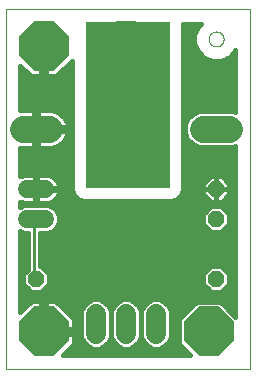
<source format=gtl>
G75*
%MOIN*%
%OFA0B0*%
%FSLAX25Y25*%
%IPPOS*%
%LPD*%
%AMOC8*
5,1,8,0,0,1.08239X$1,22.5*
%
%ADD10C,0.00000*%
%ADD11R,0.27559X0.55118*%
%ADD12C,0.00001*%
%ADD13OC8,0.05200*%
%ADD14C,0.08850*%
%ADD15OC8,0.16400*%
%ADD16C,0.06000*%
%ADD17C,0.06600*%
%ADD18C,0.01000*%
%ADD19C,0.01600*%
D10*
X0001800Y0001800D02*
X0001800Y0121761D01*
X0083001Y0121761D01*
X0083001Y0001800D01*
X0001800Y0001800D01*
X0028414Y0062469D02*
X0028414Y0117587D01*
X0055973Y0117587D01*
X0055973Y0062469D01*
X0028414Y0062469D01*
X0035300Y0085800D02*
X0035302Y0085961D01*
X0035308Y0086121D01*
X0035318Y0086282D01*
X0035332Y0086442D01*
X0035350Y0086602D01*
X0035371Y0086761D01*
X0035397Y0086920D01*
X0035427Y0087078D01*
X0035460Y0087235D01*
X0035498Y0087392D01*
X0035539Y0087547D01*
X0035584Y0087701D01*
X0035633Y0087854D01*
X0035686Y0088006D01*
X0035742Y0088157D01*
X0035803Y0088306D01*
X0035866Y0088454D01*
X0035934Y0088600D01*
X0036005Y0088744D01*
X0036079Y0088886D01*
X0036157Y0089027D01*
X0036239Y0089165D01*
X0036324Y0089302D01*
X0036412Y0089436D01*
X0036504Y0089568D01*
X0036599Y0089698D01*
X0036697Y0089826D01*
X0036798Y0089951D01*
X0036902Y0090073D01*
X0037009Y0090193D01*
X0037119Y0090310D01*
X0037232Y0090425D01*
X0037348Y0090536D01*
X0037467Y0090645D01*
X0037588Y0090750D01*
X0037712Y0090853D01*
X0037838Y0090953D01*
X0037966Y0091049D01*
X0038097Y0091142D01*
X0038231Y0091232D01*
X0038366Y0091319D01*
X0038504Y0091402D01*
X0038643Y0091482D01*
X0038785Y0091558D01*
X0038928Y0091631D01*
X0039073Y0091700D01*
X0039220Y0091766D01*
X0039368Y0091828D01*
X0039518Y0091886D01*
X0039669Y0091941D01*
X0039822Y0091992D01*
X0039976Y0092039D01*
X0040131Y0092082D01*
X0040287Y0092121D01*
X0040443Y0092157D01*
X0040601Y0092188D01*
X0040759Y0092216D01*
X0040918Y0092240D01*
X0041078Y0092260D01*
X0041238Y0092276D01*
X0041398Y0092288D01*
X0041559Y0092296D01*
X0041720Y0092300D01*
X0041880Y0092300D01*
X0042041Y0092296D01*
X0042202Y0092288D01*
X0042362Y0092276D01*
X0042522Y0092260D01*
X0042682Y0092240D01*
X0042841Y0092216D01*
X0042999Y0092188D01*
X0043157Y0092157D01*
X0043313Y0092121D01*
X0043469Y0092082D01*
X0043624Y0092039D01*
X0043778Y0091992D01*
X0043931Y0091941D01*
X0044082Y0091886D01*
X0044232Y0091828D01*
X0044380Y0091766D01*
X0044527Y0091700D01*
X0044672Y0091631D01*
X0044815Y0091558D01*
X0044957Y0091482D01*
X0045096Y0091402D01*
X0045234Y0091319D01*
X0045369Y0091232D01*
X0045503Y0091142D01*
X0045634Y0091049D01*
X0045762Y0090953D01*
X0045888Y0090853D01*
X0046012Y0090750D01*
X0046133Y0090645D01*
X0046252Y0090536D01*
X0046368Y0090425D01*
X0046481Y0090310D01*
X0046591Y0090193D01*
X0046698Y0090073D01*
X0046802Y0089951D01*
X0046903Y0089826D01*
X0047001Y0089698D01*
X0047096Y0089568D01*
X0047188Y0089436D01*
X0047276Y0089302D01*
X0047361Y0089165D01*
X0047443Y0089027D01*
X0047521Y0088886D01*
X0047595Y0088744D01*
X0047666Y0088600D01*
X0047734Y0088454D01*
X0047797Y0088306D01*
X0047858Y0088157D01*
X0047914Y0088006D01*
X0047967Y0087854D01*
X0048016Y0087701D01*
X0048061Y0087547D01*
X0048102Y0087392D01*
X0048140Y0087235D01*
X0048173Y0087078D01*
X0048203Y0086920D01*
X0048229Y0086761D01*
X0048250Y0086602D01*
X0048268Y0086442D01*
X0048282Y0086282D01*
X0048292Y0086121D01*
X0048298Y0085961D01*
X0048300Y0085800D01*
X0048298Y0085639D01*
X0048292Y0085479D01*
X0048282Y0085318D01*
X0048268Y0085158D01*
X0048250Y0084998D01*
X0048229Y0084839D01*
X0048203Y0084680D01*
X0048173Y0084522D01*
X0048140Y0084365D01*
X0048102Y0084208D01*
X0048061Y0084053D01*
X0048016Y0083899D01*
X0047967Y0083746D01*
X0047914Y0083594D01*
X0047858Y0083443D01*
X0047797Y0083294D01*
X0047734Y0083146D01*
X0047666Y0083000D01*
X0047595Y0082856D01*
X0047521Y0082714D01*
X0047443Y0082573D01*
X0047361Y0082435D01*
X0047276Y0082298D01*
X0047188Y0082164D01*
X0047096Y0082032D01*
X0047001Y0081902D01*
X0046903Y0081774D01*
X0046802Y0081649D01*
X0046698Y0081527D01*
X0046591Y0081407D01*
X0046481Y0081290D01*
X0046368Y0081175D01*
X0046252Y0081064D01*
X0046133Y0080955D01*
X0046012Y0080850D01*
X0045888Y0080747D01*
X0045762Y0080647D01*
X0045634Y0080551D01*
X0045503Y0080458D01*
X0045369Y0080368D01*
X0045234Y0080281D01*
X0045096Y0080198D01*
X0044957Y0080118D01*
X0044815Y0080042D01*
X0044672Y0079969D01*
X0044527Y0079900D01*
X0044380Y0079834D01*
X0044232Y0079772D01*
X0044082Y0079714D01*
X0043931Y0079659D01*
X0043778Y0079608D01*
X0043624Y0079561D01*
X0043469Y0079518D01*
X0043313Y0079479D01*
X0043157Y0079443D01*
X0042999Y0079412D01*
X0042841Y0079384D01*
X0042682Y0079360D01*
X0042522Y0079340D01*
X0042362Y0079324D01*
X0042202Y0079312D01*
X0042041Y0079304D01*
X0041880Y0079300D01*
X0041720Y0079300D01*
X0041559Y0079304D01*
X0041398Y0079312D01*
X0041238Y0079324D01*
X0041078Y0079340D01*
X0040918Y0079360D01*
X0040759Y0079384D01*
X0040601Y0079412D01*
X0040443Y0079443D01*
X0040287Y0079479D01*
X0040131Y0079518D01*
X0039976Y0079561D01*
X0039822Y0079608D01*
X0039669Y0079659D01*
X0039518Y0079714D01*
X0039368Y0079772D01*
X0039220Y0079834D01*
X0039073Y0079900D01*
X0038928Y0079969D01*
X0038785Y0080042D01*
X0038643Y0080118D01*
X0038504Y0080198D01*
X0038366Y0080281D01*
X0038231Y0080368D01*
X0038097Y0080458D01*
X0037966Y0080551D01*
X0037838Y0080647D01*
X0037712Y0080747D01*
X0037588Y0080850D01*
X0037467Y0080955D01*
X0037348Y0081064D01*
X0037232Y0081175D01*
X0037119Y0081290D01*
X0037009Y0081407D01*
X0036902Y0081527D01*
X0036798Y0081649D01*
X0036697Y0081774D01*
X0036599Y0081902D01*
X0036504Y0082032D01*
X0036412Y0082164D01*
X0036324Y0082298D01*
X0036239Y0082435D01*
X0036157Y0082573D01*
X0036079Y0082714D01*
X0036005Y0082856D01*
X0035934Y0083000D01*
X0035866Y0083146D01*
X0035803Y0083294D01*
X0035742Y0083443D01*
X0035686Y0083594D01*
X0035633Y0083746D01*
X0035584Y0083899D01*
X0035539Y0084053D01*
X0035498Y0084208D01*
X0035460Y0084365D01*
X0035427Y0084522D01*
X0035397Y0084680D01*
X0035371Y0084839D01*
X0035350Y0084998D01*
X0035332Y0085158D01*
X0035318Y0085318D01*
X0035308Y0085479D01*
X0035302Y0085639D01*
X0035300Y0085800D01*
X0069300Y0111800D02*
X0069302Y0111899D01*
X0069308Y0111999D01*
X0069318Y0112098D01*
X0069332Y0112196D01*
X0069349Y0112294D01*
X0069371Y0112391D01*
X0069396Y0112487D01*
X0069425Y0112582D01*
X0069458Y0112676D01*
X0069495Y0112768D01*
X0069535Y0112859D01*
X0069579Y0112948D01*
X0069627Y0113036D01*
X0069678Y0113121D01*
X0069732Y0113204D01*
X0069789Y0113286D01*
X0069850Y0113364D01*
X0069914Y0113441D01*
X0069980Y0113514D01*
X0070050Y0113585D01*
X0070122Y0113653D01*
X0070197Y0113719D01*
X0070275Y0113781D01*
X0070355Y0113840D01*
X0070437Y0113896D01*
X0070521Y0113948D01*
X0070608Y0113997D01*
X0070696Y0114043D01*
X0070786Y0114085D01*
X0070878Y0114124D01*
X0070971Y0114159D01*
X0071065Y0114190D01*
X0071161Y0114217D01*
X0071258Y0114240D01*
X0071355Y0114260D01*
X0071453Y0114276D01*
X0071552Y0114288D01*
X0071651Y0114296D01*
X0071750Y0114300D01*
X0071850Y0114300D01*
X0071949Y0114296D01*
X0072048Y0114288D01*
X0072147Y0114276D01*
X0072245Y0114260D01*
X0072342Y0114240D01*
X0072439Y0114217D01*
X0072535Y0114190D01*
X0072629Y0114159D01*
X0072722Y0114124D01*
X0072814Y0114085D01*
X0072904Y0114043D01*
X0072992Y0113997D01*
X0073079Y0113948D01*
X0073163Y0113896D01*
X0073245Y0113840D01*
X0073325Y0113781D01*
X0073403Y0113719D01*
X0073478Y0113653D01*
X0073550Y0113585D01*
X0073620Y0113514D01*
X0073686Y0113441D01*
X0073750Y0113364D01*
X0073811Y0113286D01*
X0073868Y0113204D01*
X0073922Y0113121D01*
X0073973Y0113036D01*
X0074021Y0112948D01*
X0074065Y0112859D01*
X0074105Y0112768D01*
X0074142Y0112676D01*
X0074175Y0112582D01*
X0074204Y0112487D01*
X0074229Y0112391D01*
X0074251Y0112294D01*
X0074268Y0112196D01*
X0074282Y0112098D01*
X0074292Y0111999D01*
X0074298Y0111899D01*
X0074300Y0111800D01*
X0074298Y0111701D01*
X0074292Y0111601D01*
X0074282Y0111502D01*
X0074268Y0111404D01*
X0074251Y0111306D01*
X0074229Y0111209D01*
X0074204Y0111113D01*
X0074175Y0111018D01*
X0074142Y0110924D01*
X0074105Y0110832D01*
X0074065Y0110741D01*
X0074021Y0110652D01*
X0073973Y0110564D01*
X0073922Y0110479D01*
X0073868Y0110396D01*
X0073811Y0110314D01*
X0073750Y0110236D01*
X0073686Y0110159D01*
X0073620Y0110086D01*
X0073550Y0110015D01*
X0073478Y0109947D01*
X0073403Y0109881D01*
X0073325Y0109819D01*
X0073245Y0109760D01*
X0073163Y0109704D01*
X0073079Y0109652D01*
X0072992Y0109603D01*
X0072904Y0109557D01*
X0072814Y0109515D01*
X0072722Y0109476D01*
X0072629Y0109441D01*
X0072535Y0109410D01*
X0072439Y0109383D01*
X0072342Y0109360D01*
X0072245Y0109340D01*
X0072147Y0109324D01*
X0072048Y0109312D01*
X0071949Y0109304D01*
X0071850Y0109300D01*
X0071750Y0109300D01*
X0071651Y0109304D01*
X0071552Y0109312D01*
X0071453Y0109324D01*
X0071355Y0109340D01*
X0071258Y0109360D01*
X0071161Y0109383D01*
X0071065Y0109410D01*
X0070971Y0109441D01*
X0070878Y0109476D01*
X0070786Y0109515D01*
X0070696Y0109557D01*
X0070608Y0109603D01*
X0070521Y0109652D01*
X0070437Y0109704D01*
X0070355Y0109760D01*
X0070275Y0109819D01*
X0070197Y0109881D01*
X0070122Y0109947D01*
X0070050Y0110015D01*
X0069980Y0110086D01*
X0069914Y0110159D01*
X0069850Y0110236D01*
X0069789Y0110314D01*
X0069732Y0110396D01*
X0069678Y0110479D01*
X0069627Y0110564D01*
X0069579Y0110652D01*
X0069535Y0110741D01*
X0069495Y0110832D01*
X0069458Y0110924D01*
X0069425Y0111018D01*
X0069396Y0111113D01*
X0069371Y0111209D01*
X0069349Y0111306D01*
X0069332Y0111404D01*
X0069318Y0111502D01*
X0069308Y0111601D01*
X0069302Y0111701D01*
X0069300Y0111800D01*
D11*
X0042194Y0090028D03*
D12*
X0055973Y0090046D02*
X0028414Y0090046D01*
X0028414Y0090045D02*
X0055973Y0090045D01*
X0055973Y0090044D02*
X0028414Y0090044D01*
X0028414Y0090043D02*
X0055973Y0090043D01*
X0055973Y0090042D02*
X0028414Y0090042D01*
X0028414Y0090041D02*
X0055973Y0090041D01*
X0055973Y0090040D02*
X0028414Y0090040D01*
X0028414Y0090039D02*
X0055973Y0090039D01*
X0055973Y0090038D02*
X0028414Y0090038D01*
X0028414Y0090037D02*
X0055973Y0090037D01*
X0055973Y0090036D02*
X0028414Y0090036D01*
X0028414Y0090035D02*
X0055973Y0090035D01*
X0055973Y0090034D02*
X0028414Y0090034D01*
X0028414Y0090033D02*
X0055973Y0090033D01*
X0055973Y0090032D02*
X0028414Y0090032D01*
X0028414Y0090031D02*
X0055973Y0090031D01*
X0055973Y0090030D02*
X0028414Y0090030D01*
X0028414Y0090029D02*
X0055973Y0090029D01*
X0055973Y0090028D02*
X0028414Y0090028D01*
X0028414Y0090027D02*
X0055973Y0090027D01*
X0055973Y0090026D02*
X0028414Y0090026D01*
X0028414Y0090025D02*
X0055973Y0090025D01*
X0055973Y0090024D02*
X0028414Y0090024D01*
X0028414Y0090023D02*
X0055973Y0090023D01*
X0055973Y0090022D02*
X0028414Y0090022D01*
X0028414Y0090021D02*
X0055973Y0090021D01*
X0055973Y0090020D02*
X0028414Y0090020D01*
X0028414Y0090019D02*
X0055973Y0090019D01*
X0028414Y0090019D01*
X0028414Y0090018D02*
X0055973Y0090018D01*
X0055973Y0090017D02*
X0028414Y0090017D01*
X0028414Y0090016D02*
X0055973Y0090016D01*
X0055973Y0090015D02*
X0028414Y0090015D01*
X0028414Y0090014D02*
X0055973Y0090014D01*
X0055973Y0090013D02*
X0028414Y0090013D01*
X0028414Y0090012D02*
X0055973Y0090012D01*
X0055973Y0090011D02*
X0028414Y0090011D01*
X0028414Y0090010D02*
X0055973Y0090010D01*
X0055973Y0090009D02*
X0028414Y0090009D01*
X0028414Y0090008D02*
X0055973Y0090008D01*
X0055973Y0090007D02*
X0028414Y0090007D01*
X0028414Y0090006D02*
X0055973Y0090006D01*
X0055973Y0090005D02*
X0028414Y0090005D01*
X0028414Y0090004D02*
X0055973Y0090004D01*
X0055973Y0090003D02*
X0028414Y0090003D01*
X0028414Y0090002D02*
X0055973Y0090002D01*
X0055973Y0090001D02*
X0028414Y0090001D01*
X0028414Y0090000D02*
X0055973Y0090000D01*
X0055973Y0089999D02*
X0028414Y0089999D01*
X0028414Y0089998D02*
X0055973Y0089998D01*
X0055973Y0089997D02*
X0028414Y0089997D01*
X0028414Y0089996D02*
X0055973Y0089996D01*
X0055973Y0089995D02*
X0028414Y0089995D01*
X0028414Y0089994D02*
X0055973Y0089994D01*
X0055973Y0089993D02*
X0028414Y0089993D01*
X0028414Y0089992D02*
X0055973Y0089992D01*
X0055973Y0089991D02*
X0028414Y0089991D01*
X0028414Y0089990D02*
X0055973Y0089990D01*
X0055973Y0089989D02*
X0028414Y0089989D01*
X0028414Y0089988D02*
X0055973Y0089988D01*
X0055973Y0089987D02*
X0028414Y0089987D01*
X0028414Y0089986D02*
X0055973Y0089986D01*
X0055973Y0089985D02*
X0028414Y0089985D01*
X0028414Y0089984D02*
X0055973Y0089984D01*
X0055973Y0089983D02*
X0028414Y0089983D01*
X0028414Y0089982D02*
X0055973Y0089982D01*
X0055973Y0089981D02*
X0028414Y0089981D01*
X0028414Y0089980D02*
X0055973Y0089980D01*
X0055973Y0089979D02*
X0028414Y0089979D01*
X0028414Y0089978D02*
X0055973Y0089978D01*
X0055973Y0089977D02*
X0028414Y0089977D01*
X0028414Y0089976D02*
X0055973Y0089976D01*
X0055973Y0089975D02*
X0028414Y0089975D01*
X0028414Y0089974D02*
X0055973Y0089974D01*
X0055973Y0089973D02*
X0028414Y0089973D01*
X0028414Y0089972D02*
X0055973Y0089972D01*
X0055973Y0089971D02*
X0028414Y0089971D01*
X0028414Y0089970D02*
X0055973Y0089970D01*
X0055973Y0089969D02*
X0028414Y0089969D01*
X0028414Y0089968D02*
X0055973Y0089968D01*
X0055973Y0089967D02*
X0028414Y0089967D01*
X0028414Y0089966D02*
X0055973Y0089966D01*
X0055973Y0089965D02*
X0028414Y0089965D01*
X0028414Y0089964D02*
X0055973Y0089964D01*
X0055973Y0089963D02*
X0028414Y0089963D01*
X0028414Y0089962D02*
X0055973Y0089962D01*
X0055973Y0089961D02*
X0028414Y0089961D01*
X0028414Y0089960D02*
X0055973Y0089960D01*
X0055973Y0089959D02*
X0028414Y0089959D01*
X0028414Y0089958D02*
X0055973Y0089958D01*
X0055973Y0089957D02*
X0028414Y0089957D01*
X0028414Y0089956D02*
X0055973Y0089956D01*
X0028414Y0089956D01*
X0028414Y0089955D02*
X0055973Y0089955D01*
X0055973Y0089954D02*
X0028414Y0089954D01*
X0028414Y0089953D02*
X0055973Y0089953D01*
X0055973Y0089952D02*
X0028414Y0089952D01*
X0028414Y0089951D02*
X0055973Y0089951D01*
X0055973Y0089950D02*
X0028414Y0089950D01*
X0028414Y0089949D02*
X0055973Y0089949D01*
X0055973Y0089948D02*
X0028414Y0089948D01*
X0028414Y0089947D02*
X0055973Y0089947D01*
X0055973Y0089946D02*
X0028414Y0089946D01*
X0028414Y0089945D02*
X0055973Y0089945D01*
X0055973Y0089944D02*
X0028414Y0089944D01*
X0028414Y0089943D02*
X0055973Y0089943D01*
X0055973Y0089942D02*
X0028414Y0089942D01*
X0028414Y0089941D02*
X0055973Y0089941D01*
X0055973Y0089940D02*
X0028414Y0089940D01*
X0028414Y0089939D02*
X0055973Y0089939D01*
X0055973Y0089938D02*
X0028414Y0089938D01*
X0028414Y0089937D02*
X0055973Y0089937D01*
X0055973Y0089936D02*
X0028414Y0089936D01*
X0028414Y0089935D02*
X0055973Y0089935D01*
X0055973Y0089934D02*
X0028414Y0089934D01*
X0028414Y0089933D02*
X0055973Y0089933D01*
X0055973Y0089932D02*
X0028414Y0089932D01*
X0028414Y0089931D02*
X0055973Y0089931D01*
X0055973Y0089930D02*
X0028414Y0089930D01*
X0028414Y0089929D02*
X0055973Y0089929D01*
X0055973Y0089928D02*
X0028414Y0089928D01*
X0028414Y0089927D02*
X0055973Y0089927D01*
X0055973Y0089926D02*
X0028414Y0089926D01*
X0028414Y0089925D02*
X0055973Y0089925D01*
X0055973Y0089924D02*
X0028414Y0089924D01*
X0028414Y0089923D02*
X0055973Y0089923D01*
X0055973Y0089922D02*
X0028414Y0089922D01*
X0028414Y0089921D02*
X0055973Y0089921D01*
X0055973Y0089920D02*
X0028414Y0089920D01*
X0028414Y0089919D02*
X0055973Y0089919D01*
X0055973Y0089918D02*
X0028414Y0089918D01*
X0028414Y0089917D02*
X0055973Y0089917D01*
X0055973Y0089916D02*
X0028414Y0089916D01*
X0028414Y0089915D02*
X0055973Y0089915D01*
X0055973Y0089914D02*
X0028414Y0089914D01*
X0028414Y0089913D02*
X0055973Y0089913D01*
X0055973Y0089912D02*
X0028414Y0089912D01*
X0028414Y0089911D02*
X0055973Y0089911D01*
X0055973Y0089910D02*
X0028414Y0089910D01*
X0028414Y0089909D02*
X0055973Y0089909D01*
X0055973Y0089908D02*
X0028414Y0089908D01*
X0028414Y0089907D02*
X0055973Y0089907D01*
X0055973Y0089906D02*
X0028414Y0089906D01*
X0028414Y0089905D02*
X0055973Y0089905D01*
X0055973Y0089904D02*
X0028414Y0089904D01*
X0028414Y0089903D02*
X0055973Y0089903D01*
X0055973Y0089902D02*
X0028414Y0089902D01*
X0028414Y0089901D02*
X0055973Y0089901D01*
X0055973Y0089900D02*
X0028414Y0089900D01*
X0028414Y0089899D02*
X0055973Y0089899D01*
X0055973Y0089898D02*
X0028414Y0089898D01*
X0028414Y0089897D02*
X0055973Y0089897D01*
X0055973Y0089896D02*
X0028414Y0089896D01*
X0028414Y0089895D02*
X0055973Y0089895D01*
X0055973Y0089894D02*
X0028414Y0089894D01*
X0055973Y0089894D01*
X0055973Y0089893D02*
X0028414Y0089893D01*
X0028414Y0089892D02*
X0055973Y0089892D01*
X0055973Y0089891D02*
X0028414Y0089891D01*
X0028414Y0089890D02*
X0055973Y0089890D01*
X0055973Y0089889D02*
X0028414Y0089889D01*
X0028414Y0089888D02*
X0055973Y0089888D01*
X0055973Y0089887D02*
X0028414Y0089887D01*
X0028414Y0089886D02*
X0055973Y0089886D01*
X0055973Y0089885D02*
X0028414Y0089885D01*
X0028414Y0089884D02*
X0055973Y0089884D01*
X0055973Y0089883D02*
X0028414Y0089883D01*
X0028414Y0089882D02*
X0055973Y0089882D01*
X0055973Y0089881D02*
X0028414Y0089881D01*
X0028414Y0089880D02*
X0055973Y0089880D01*
X0055973Y0089879D02*
X0028414Y0089879D01*
X0028414Y0089878D02*
X0055973Y0089878D01*
X0055973Y0089877D02*
X0028414Y0089877D01*
X0028414Y0089876D02*
X0055973Y0089876D01*
X0055973Y0089875D02*
X0028414Y0089875D01*
X0028414Y0089874D02*
X0055973Y0089874D01*
X0055973Y0089873D02*
X0028414Y0089873D01*
X0028414Y0089872D02*
X0055973Y0089872D01*
X0055973Y0089871D02*
X0028414Y0089871D01*
X0028414Y0089870D02*
X0055973Y0089870D01*
X0055973Y0089869D02*
X0028414Y0089869D01*
X0028414Y0089868D02*
X0055973Y0089868D01*
X0055973Y0089867D02*
X0028414Y0089867D01*
X0028414Y0089866D02*
X0055973Y0089866D01*
X0055973Y0089865D02*
X0028414Y0089865D01*
X0028414Y0089864D02*
X0055973Y0089864D01*
X0055973Y0089863D02*
X0028414Y0089863D01*
X0028414Y0089862D02*
X0055973Y0089862D01*
X0055973Y0089861D02*
X0028414Y0089861D01*
X0028414Y0089860D02*
X0055973Y0089860D01*
X0055973Y0089859D02*
X0028414Y0089859D01*
X0028414Y0089858D02*
X0055973Y0089858D01*
X0055973Y0089857D02*
X0028414Y0089857D01*
X0028414Y0089856D02*
X0055973Y0089856D01*
X0055973Y0089855D02*
X0028414Y0089855D01*
X0028414Y0089854D02*
X0055973Y0089854D01*
X0055973Y0089853D02*
X0028414Y0089853D01*
X0028414Y0089852D02*
X0055973Y0089852D01*
X0055973Y0089851D02*
X0028414Y0089851D01*
X0028414Y0089850D02*
X0055973Y0089850D01*
X0055973Y0089849D02*
X0028414Y0089849D01*
X0028414Y0089848D02*
X0055973Y0089848D01*
X0055973Y0089847D02*
X0028414Y0089847D01*
X0028414Y0089846D02*
X0055973Y0089846D01*
X0055973Y0089845D02*
X0028414Y0089845D01*
X0028414Y0089844D02*
X0055973Y0089844D01*
X0055973Y0089843D02*
X0028414Y0089843D01*
X0028414Y0089842D02*
X0055973Y0089842D01*
X0055973Y0089841D02*
X0028414Y0089841D01*
X0028414Y0089840D02*
X0055973Y0089840D01*
X0055973Y0089839D02*
X0028414Y0089839D01*
X0028414Y0089838D02*
X0055973Y0089838D01*
X0055973Y0089837D02*
X0028414Y0089837D01*
X0028414Y0089836D02*
X0055973Y0089836D01*
X0055973Y0089835D02*
X0028414Y0089835D01*
X0028414Y0089834D02*
X0055973Y0089834D01*
X0055973Y0089833D02*
X0028414Y0089833D01*
X0028414Y0089832D02*
X0055973Y0089832D01*
X0055973Y0089831D02*
X0028414Y0089831D01*
X0055973Y0089831D01*
X0055973Y0089830D02*
X0028414Y0089830D01*
X0028414Y0089829D02*
X0055973Y0089829D01*
X0055973Y0089828D02*
X0028414Y0089828D01*
X0028414Y0089827D02*
X0055973Y0089827D01*
X0055973Y0089826D02*
X0028414Y0089826D01*
X0028414Y0089825D02*
X0055973Y0089825D01*
X0055973Y0089824D02*
X0028414Y0089824D01*
X0028414Y0089823D02*
X0055973Y0089823D01*
X0055973Y0089822D02*
X0028414Y0089822D01*
X0028414Y0089821D02*
X0055973Y0089821D01*
X0055973Y0089820D02*
X0028414Y0089820D01*
X0028414Y0089819D02*
X0055973Y0089819D01*
X0055973Y0089818D02*
X0028414Y0089818D01*
X0028414Y0089817D02*
X0055973Y0089817D01*
X0055973Y0089816D02*
X0028414Y0089816D01*
X0028414Y0089815D02*
X0055973Y0089815D01*
X0055973Y0089814D02*
X0028414Y0089814D01*
X0028414Y0089813D02*
X0055973Y0089813D01*
X0055973Y0089812D02*
X0028414Y0089812D01*
X0028414Y0089811D02*
X0055973Y0089811D01*
X0055973Y0089810D02*
X0028414Y0089810D01*
X0028414Y0089809D02*
X0055973Y0089809D01*
X0055973Y0089808D02*
X0028414Y0089808D01*
X0028414Y0089807D02*
X0055973Y0089807D01*
X0055973Y0089806D02*
X0028414Y0089806D01*
X0028414Y0089805D02*
X0055973Y0089805D01*
X0055973Y0089804D02*
X0028414Y0089804D01*
X0028414Y0089803D02*
X0055973Y0089803D01*
X0055973Y0089802D02*
X0028414Y0089802D01*
X0028414Y0089801D02*
X0055973Y0089801D01*
X0055973Y0089800D02*
X0028414Y0089800D01*
X0028414Y0089799D02*
X0055973Y0089799D01*
X0055973Y0089798D02*
X0028414Y0089798D01*
X0028414Y0089797D02*
X0055973Y0089797D01*
X0055973Y0089796D02*
X0028414Y0089796D01*
X0028414Y0089795D02*
X0055973Y0089795D01*
X0055973Y0089794D02*
X0028414Y0089794D01*
X0028414Y0089793D02*
X0055973Y0089793D01*
X0055973Y0089792D02*
X0028414Y0089792D01*
X0028414Y0089791D02*
X0055973Y0089791D01*
X0055973Y0089790D02*
X0028414Y0089790D01*
X0028414Y0089789D02*
X0055973Y0089789D01*
X0055973Y0089788D02*
X0028414Y0089788D01*
X0028414Y0089787D02*
X0055973Y0089787D01*
X0055973Y0089786D02*
X0028414Y0089786D01*
X0028414Y0089785D02*
X0055973Y0089785D01*
X0055973Y0089784D02*
X0028414Y0089784D01*
X0028414Y0089783D02*
X0055973Y0089783D01*
X0055973Y0089782D02*
X0028414Y0089782D01*
X0028414Y0089781D02*
X0055973Y0089781D01*
X0055973Y0089780D02*
X0028414Y0089780D01*
X0028414Y0089779D02*
X0055973Y0089779D01*
X0055973Y0089778D02*
X0028414Y0089778D01*
X0028414Y0089777D02*
X0055973Y0089777D01*
X0055973Y0089776D02*
X0028414Y0089776D01*
X0028414Y0089775D02*
X0055973Y0089775D01*
X0055973Y0089774D02*
X0028414Y0089774D01*
X0028414Y0089773D02*
X0055973Y0089773D01*
X0055973Y0089772D02*
X0028414Y0089772D01*
X0028414Y0089771D02*
X0055973Y0089771D01*
X0055973Y0089770D02*
X0028414Y0089770D01*
X0028414Y0089769D02*
X0055973Y0089769D01*
X0028414Y0089769D01*
X0028414Y0089768D02*
X0055973Y0089768D01*
X0055973Y0089767D02*
X0028414Y0089767D01*
X0028414Y0089766D02*
X0055973Y0089766D01*
X0055973Y0089765D02*
X0028414Y0089765D01*
X0028414Y0089764D02*
X0055973Y0089764D01*
X0055973Y0089763D02*
X0028414Y0089763D01*
X0028414Y0089762D02*
X0055973Y0089762D01*
X0055973Y0089761D02*
X0028414Y0089761D01*
X0028414Y0089760D02*
X0055973Y0089760D01*
X0055973Y0089759D02*
X0028414Y0089759D01*
X0028414Y0089758D02*
X0055973Y0089758D01*
X0055973Y0089757D02*
X0028414Y0089757D01*
X0028414Y0089756D02*
X0055973Y0089756D01*
X0055973Y0089755D02*
X0028414Y0089755D01*
X0028414Y0089754D02*
X0055973Y0089754D01*
X0055973Y0089753D02*
X0028414Y0089753D01*
X0028414Y0089752D02*
X0055973Y0089752D01*
X0055973Y0089751D02*
X0028414Y0089751D01*
X0028414Y0089750D02*
X0055973Y0089750D01*
X0055973Y0089749D02*
X0028414Y0089749D01*
X0028414Y0089748D02*
X0055973Y0089748D01*
X0055973Y0089747D02*
X0028414Y0089747D01*
X0028414Y0089746D02*
X0055973Y0089746D01*
X0055973Y0089745D02*
X0028414Y0089745D01*
X0028414Y0089744D02*
X0055973Y0089744D01*
X0055973Y0089743D02*
X0028414Y0089743D01*
X0028414Y0089742D02*
X0055973Y0089742D01*
X0055973Y0089741D02*
X0028414Y0089741D01*
X0028414Y0089740D02*
X0055973Y0089740D01*
X0055973Y0089739D02*
X0028414Y0089739D01*
X0028414Y0089738D02*
X0055973Y0089738D01*
X0055973Y0089737D02*
X0028414Y0089737D01*
X0028414Y0089736D02*
X0055973Y0089736D01*
X0055973Y0089735D02*
X0028414Y0089735D01*
X0028414Y0089734D02*
X0055973Y0089734D01*
X0055973Y0089733D02*
X0028414Y0089733D01*
X0028414Y0089732D02*
X0055973Y0089732D01*
X0055973Y0089731D02*
X0028414Y0089731D01*
X0028414Y0089730D02*
X0055973Y0089730D01*
X0055973Y0089729D02*
X0028414Y0089729D01*
X0028414Y0089728D02*
X0055973Y0089728D01*
X0055973Y0089727D02*
X0028414Y0089727D01*
X0028414Y0089726D02*
X0055973Y0089726D01*
X0055973Y0089725D02*
X0028414Y0089725D01*
X0028414Y0089724D02*
X0055973Y0089724D01*
X0055973Y0089723D02*
X0028414Y0089723D01*
X0028414Y0089722D02*
X0055973Y0089722D01*
X0055973Y0089721D02*
X0028414Y0089721D01*
X0028414Y0089720D02*
X0055973Y0089720D01*
X0055973Y0089719D02*
X0028414Y0089719D01*
X0028414Y0089718D02*
X0055973Y0089718D01*
X0055973Y0089717D02*
X0028414Y0089717D01*
X0028414Y0089716D02*
X0055973Y0089716D01*
X0055973Y0089715D02*
X0028414Y0089715D01*
X0028414Y0089714D02*
X0055973Y0089714D01*
X0055973Y0089713D02*
X0028414Y0089713D01*
X0028414Y0089712D02*
X0055973Y0089712D01*
X0055973Y0089711D02*
X0028414Y0089711D01*
X0028414Y0089710D02*
X0055973Y0089710D01*
X0055973Y0089709D02*
X0028414Y0089709D01*
X0028414Y0089708D02*
X0055973Y0089708D01*
X0055973Y0089707D02*
X0028414Y0089707D01*
X0028414Y0089706D02*
X0055973Y0089706D01*
X0028414Y0089706D01*
X0028414Y0089705D02*
X0055973Y0089705D01*
X0055973Y0089704D02*
X0028414Y0089704D01*
X0028414Y0089703D02*
X0055973Y0089703D01*
X0055973Y0089702D02*
X0028414Y0089702D01*
X0028414Y0089701D02*
X0055973Y0089701D01*
X0055973Y0089700D02*
X0028414Y0089700D01*
X0028414Y0089699D02*
X0055973Y0089699D01*
X0055973Y0089698D02*
X0028414Y0089698D01*
X0028414Y0089697D02*
X0055973Y0089697D01*
X0055973Y0089696D02*
X0028414Y0089696D01*
X0028414Y0089695D02*
X0055973Y0089695D01*
X0055973Y0089694D02*
X0028414Y0089694D01*
X0028414Y0089693D02*
X0055973Y0089693D01*
X0055973Y0089692D02*
X0028414Y0089692D01*
X0028414Y0089691D02*
X0055973Y0089691D01*
X0055973Y0089690D02*
X0028414Y0089690D01*
X0028414Y0089689D02*
X0055973Y0089689D01*
X0055973Y0089688D02*
X0028414Y0089688D01*
X0028414Y0089687D02*
X0055973Y0089687D01*
X0055973Y0089686D02*
X0028414Y0089686D01*
X0028414Y0089685D02*
X0055973Y0089685D01*
X0055973Y0089684D02*
X0028414Y0089684D01*
X0028414Y0089683D02*
X0055973Y0089683D01*
X0055973Y0089682D02*
X0028414Y0089682D01*
X0028414Y0089681D02*
X0055973Y0089681D01*
X0055973Y0089680D02*
X0028414Y0089680D01*
X0028414Y0089679D02*
X0055973Y0089679D01*
X0055973Y0089678D02*
X0028414Y0089678D01*
X0028414Y0089677D02*
X0055973Y0089677D01*
X0055973Y0089676D02*
X0028414Y0089676D01*
X0028414Y0089675D02*
X0055973Y0089675D01*
X0055973Y0089674D02*
X0028414Y0089674D01*
X0028414Y0089673D02*
X0055973Y0089673D01*
X0055973Y0089672D02*
X0028414Y0089672D01*
X0028414Y0089671D02*
X0055973Y0089671D01*
X0055973Y0089670D02*
X0028414Y0089670D01*
X0028414Y0089669D02*
X0055973Y0089669D01*
X0055973Y0089668D02*
X0028414Y0089668D01*
X0028414Y0089667D02*
X0055973Y0089667D01*
X0055973Y0089666D02*
X0028414Y0089666D01*
X0028414Y0089665D02*
X0055973Y0089665D01*
X0055973Y0089664D02*
X0028414Y0089664D01*
X0028414Y0089663D02*
X0055973Y0089663D01*
X0055973Y0089662D02*
X0028414Y0089662D01*
X0028414Y0089661D02*
X0055973Y0089661D01*
X0055973Y0089660D02*
X0028414Y0089660D01*
X0028414Y0089659D02*
X0055973Y0089659D01*
X0055973Y0089658D02*
X0028414Y0089658D01*
X0028414Y0089657D02*
X0055973Y0089657D01*
X0055973Y0089656D02*
X0028414Y0089656D01*
X0028414Y0089655D02*
X0055973Y0089655D01*
X0055973Y0089654D02*
X0028414Y0089654D01*
X0028414Y0089653D02*
X0055973Y0089653D01*
X0055973Y0089652D02*
X0028414Y0089652D01*
X0028414Y0089651D02*
X0055973Y0089651D01*
X0055973Y0089650D02*
X0028414Y0089650D01*
X0028414Y0089649D02*
X0055973Y0089649D01*
X0055973Y0089648D02*
X0028414Y0089648D01*
X0028414Y0089647D02*
X0055973Y0089647D01*
X0055973Y0089646D02*
X0028414Y0089646D01*
X0028414Y0089645D02*
X0055973Y0089645D01*
X0055973Y0089644D02*
X0028414Y0089644D01*
X0055973Y0089644D01*
X0055973Y0089643D02*
X0028414Y0089643D01*
X0028414Y0089642D02*
X0055973Y0089642D01*
X0055973Y0089641D02*
X0028414Y0089641D01*
X0028414Y0089640D02*
X0055973Y0089640D01*
X0055973Y0089639D02*
X0028414Y0089639D01*
X0028414Y0089638D02*
X0055973Y0089638D01*
X0055973Y0089637D02*
X0028414Y0089637D01*
X0028414Y0089636D02*
X0055973Y0089636D01*
X0055973Y0089635D02*
X0028414Y0089635D01*
X0028414Y0089634D02*
X0055973Y0089634D01*
X0055973Y0089633D02*
X0028414Y0089633D01*
X0028414Y0089632D02*
X0055973Y0089632D01*
X0055973Y0089631D02*
X0028414Y0089631D01*
X0028414Y0089630D02*
X0055973Y0089630D01*
X0055973Y0089629D02*
X0028414Y0089629D01*
X0028414Y0089628D02*
X0055973Y0089628D01*
X0055973Y0089627D02*
X0028414Y0089627D01*
X0028414Y0089626D02*
X0055973Y0089626D01*
X0055973Y0089625D02*
X0028414Y0089625D01*
X0028414Y0089624D02*
X0055973Y0089624D01*
X0055973Y0089623D02*
X0028414Y0089623D01*
X0028414Y0089622D02*
X0055973Y0089622D01*
X0055973Y0089621D02*
X0028414Y0089621D01*
X0028414Y0089620D02*
X0055973Y0089620D01*
X0055973Y0089619D02*
X0028414Y0089619D01*
X0028414Y0089618D02*
X0055973Y0089618D01*
X0055973Y0089617D02*
X0028414Y0089617D01*
X0028414Y0089616D02*
X0055973Y0089616D01*
X0055973Y0089615D02*
X0028414Y0089615D01*
X0028414Y0089614D02*
X0055973Y0089614D01*
X0055973Y0089613D02*
X0028414Y0089613D01*
X0028414Y0089612D02*
X0055973Y0089612D01*
X0055973Y0089611D02*
X0028414Y0089611D01*
X0028414Y0089610D02*
X0055973Y0089610D01*
X0055973Y0089609D02*
X0028414Y0089609D01*
X0028414Y0089608D02*
X0055973Y0089608D01*
X0055973Y0089607D02*
X0028414Y0089607D01*
X0028414Y0089606D02*
X0055973Y0089606D01*
X0055973Y0089605D02*
X0028414Y0089605D01*
X0028414Y0089604D02*
X0055973Y0089604D01*
X0055973Y0089603D02*
X0028414Y0089603D01*
X0028414Y0089602D02*
X0055973Y0089602D01*
X0055973Y0089601D02*
X0028414Y0089601D01*
X0028414Y0089600D02*
X0055973Y0089600D01*
X0055973Y0089599D02*
X0028414Y0089599D01*
X0028414Y0089598D02*
X0055973Y0089598D01*
X0055973Y0089597D02*
X0028414Y0089597D01*
X0028414Y0089596D02*
X0055973Y0089596D01*
X0055973Y0089595D02*
X0028414Y0089595D01*
X0028414Y0089594D02*
X0055973Y0089594D01*
X0055973Y0089593D02*
X0028414Y0089593D01*
X0028414Y0089592D02*
X0055973Y0089592D01*
X0055973Y0089591D02*
X0028414Y0089591D01*
X0028414Y0089590D02*
X0055973Y0089590D01*
X0055973Y0089589D02*
X0028414Y0089589D01*
X0028414Y0089588D02*
X0055973Y0089588D01*
X0055973Y0089587D02*
X0028414Y0089587D01*
X0028414Y0089586D02*
X0055973Y0089586D01*
X0055973Y0089585D02*
X0028414Y0089585D01*
X0028414Y0089584D02*
X0055973Y0089584D01*
X0055973Y0089583D02*
X0028414Y0089583D01*
X0028414Y0089582D02*
X0055973Y0089582D01*
X0055973Y0089581D02*
X0028414Y0089581D01*
X0055973Y0089581D01*
X0055973Y0089580D02*
X0028414Y0089580D01*
X0028414Y0089579D02*
X0055973Y0089579D01*
X0055973Y0089578D02*
X0028414Y0089578D01*
X0028414Y0089577D02*
X0055973Y0089577D01*
X0055973Y0089576D02*
X0028414Y0089576D01*
X0028414Y0089575D02*
X0055973Y0089575D01*
X0055973Y0089574D02*
X0028414Y0089574D01*
X0028414Y0089573D02*
X0055973Y0089573D01*
X0055973Y0089572D02*
X0028414Y0089572D01*
X0028414Y0089571D02*
X0055973Y0089571D01*
X0055973Y0089570D02*
X0028414Y0089570D01*
X0028414Y0089569D02*
X0055973Y0089569D01*
X0055973Y0089568D02*
X0028414Y0089568D01*
X0028414Y0089567D02*
X0055973Y0089567D01*
X0055973Y0089566D02*
X0028414Y0089566D01*
X0028414Y0089565D02*
X0055973Y0089565D01*
X0055973Y0089564D02*
X0028414Y0089564D01*
X0028414Y0089563D02*
X0055973Y0089563D01*
X0055973Y0089562D02*
X0028414Y0089562D01*
X0028414Y0089561D02*
X0055973Y0089561D01*
X0055973Y0089560D02*
X0028414Y0089560D01*
X0028414Y0089559D02*
X0055973Y0089559D01*
X0055973Y0089558D02*
X0028414Y0089558D01*
X0028414Y0089557D02*
X0055973Y0089557D01*
X0055973Y0089556D02*
X0028414Y0089556D01*
X0028414Y0089555D02*
X0055973Y0089555D01*
X0055973Y0089554D02*
X0028414Y0089554D01*
X0028414Y0089553D02*
X0055973Y0089553D01*
X0055973Y0089552D02*
X0028414Y0089552D01*
X0028414Y0089551D02*
X0055973Y0089551D01*
X0055973Y0089550D02*
X0028414Y0089550D01*
X0028414Y0089549D02*
X0055973Y0089549D01*
X0055973Y0089548D02*
X0028414Y0089548D01*
X0028414Y0089547D02*
X0055973Y0089547D01*
X0055973Y0089546D02*
X0028414Y0089546D01*
X0028414Y0089545D02*
X0055973Y0089545D01*
X0055973Y0089544D02*
X0028414Y0089544D01*
X0028414Y0089543D02*
X0055973Y0089543D01*
X0055973Y0089542D02*
X0028414Y0089542D01*
X0028414Y0089541D02*
X0055973Y0089541D01*
X0055973Y0089540D02*
X0028414Y0089540D01*
X0028414Y0089539D02*
X0055973Y0089539D01*
X0055973Y0089538D02*
X0028414Y0089538D01*
X0028414Y0089537D02*
X0055973Y0089537D01*
X0055973Y0089536D02*
X0028414Y0089536D01*
X0028414Y0089535D02*
X0055973Y0089535D01*
X0055973Y0089534D02*
X0028414Y0089534D01*
X0028414Y0089533D02*
X0055973Y0089533D01*
X0055973Y0089532D02*
X0028414Y0089532D01*
X0028414Y0089531D02*
X0055973Y0089531D01*
X0055973Y0089530D02*
X0028414Y0089530D01*
X0028414Y0089529D02*
X0055973Y0089529D01*
X0055973Y0089528D02*
X0028414Y0089528D01*
X0028414Y0089527D02*
X0055973Y0089527D01*
X0055973Y0089526D02*
X0028414Y0089526D01*
X0028414Y0089525D02*
X0055973Y0089525D01*
X0055973Y0089524D02*
X0028414Y0089524D01*
X0028414Y0089523D02*
X0055973Y0089523D01*
X0055973Y0089522D02*
X0028414Y0089522D01*
X0028414Y0089521D02*
X0055973Y0089521D01*
X0055973Y0089520D02*
X0028414Y0089520D01*
X0028414Y0089519D02*
X0055973Y0089519D01*
X0028414Y0089519D01*
X0028414Y0089518D02*
X0055973Y0089518D01*
X0055973Y0089517D02*
X0028414Y0089517D01*
X0028414Y0089516D02*
X0055973Y0089516D01*
X0055973Y0089515D02*
X0028414Y0089515D01*
X0028414Y0089514D02*
X0055973Y0089514D01*
X0055973Y0089513D02*
X0028414Y0089513D01*
X0028414Y0089512D02*
X0055973Y0089512D01*
X0055973Y0089511D02*
X0028414Y0089511D01*
X0028414Y0089510D02*
X0055973Y0089510D01*
X0055973Y0089509D02*
X0028414Y0089509D01*
X0028414Y0089508D02*
X0055973Y0089508D01*
X0055973Y0089507D02*
X0028414Y0089507D01*
X0028414Y0089506D02*
X0055973Y0089506D01*
X0055973Y0089505D02*
X0028414Y0089505D01*
X0028414Y0089504D02*
X0055973Y0089504D01*
X0055973Y0089503D02*
X0028414Y0089503D01*
X0028414Y0089502D02*
X0055973Y0089502D01*
X0055973Y0089501D02*
X0028414Y0089501D01*
X0028414Y0089500D02*
X0055973Y0089500D01*
X0055973Y0089499D02*
X0028414Y0089499D01*
X0028414Y0089498D02*
X0055973Y0089498D01*
X0055973Y0089497D02*
X0028414Y0089497D01*
X0028414Y0089496D02*
X0055973Y0089496D01*
X0055973Y0089495D02*
X0028414Y0089495D01*
X0028414Y0089494D02*
X0055973Y0089494D01*
X0055973Y0089493D02*
X0028414Y0089493D01*
X0028414Y0089492D02*
X0055973Y0089492D01*
X0055973Y0089491D02*
X0028414Y0089491D01*
X0028414Y0089490D02*
X0055973Y0089490D01*
X0055973Y0089489D02*
X0028414Y0089489D01*
X0028414Y0089488D02*
X0055973Y0089488D01*
X0055973Y0089487D02*
X0028414Y0089487D01*
X0028414Y0089486D02*
X0055973Y0089486D01*
X0055973Y0089485D02*
X0028414Y0089485D01*
X0028414Y0089484D02*
X0055973Y0089484D01*
X0055973Y0089483D02*
X0028414Y0089483D01*
X0028414Y0089482D02*
X0055973Y0089482D01*
X0055973Y0089481D02*
X0028414Y0089481D01*
X0028414Y0089480D02*
X0055973Y0089480D01*
X0055973Y0089479D02*
X0028414Y0089479D01*
X0028414Y0089478D02*
X0055973Y0089478D01*
X0055973Y0089477D02*
X0028414Y0089477D01*
X0028414Y0089476D02*
X0055973Y0089476D01*
X0055973Y0089475D02*
X0028414Y0089475D01*
X0028414Y0089474D02*
X0055973Y0089474D01*
X0055973Y0089473D02*
X0028414Y0089473D01*
X0028414Y0089472D02*
X0055973Y0089472D01*
X0055973Y0089471D02*
X0028414Y0089471D01*
X0028414Y0089470D02*
X0055973Y0089470D01*
X0055973Y0089469D02*
X0028414Y0089469D01*
X0028414Y0089468D02*
X0055973Y0089468D01*
X0055973Y0089467D02*
X0028414Y0089467D01*
X0028414Y0089466D02*
X0055973Y0089466D01*
X0055973Y0089465D02*
X0028414Y0089465D01*
X0028414Y0089464D02*
X0055973Y0089464D01*
X0055973Y0089463D02*
X0028414Y0089463D01*
X0028414Y0089462D02*
X0055973Y0089462D01*
X0055973Y0089461D02*
X0028414Y0089461D01*
X0028414Y0089460D02*
X0055973Y0089460D01*
X0055973Y0089459D02*
X0028414Y0089459D01*
X0028414Y0089458D02*
X0055973Y0089458D01*
X0055973Y0089457D02*
X0028414Y0089457D01*
X0028414Y0089456D02*
X0055973Y0089456D01*
X0028414Y0089456D01*
X0028414Y0089455D02*
X0055973Y0089455D01*
X0055973Y0089454D02*
X0028414Y0089454D01*
X0028414Y0089453D02*
X0055973Y0089453D01*
X0055973Y0089452D02*
X0028414Y0089452D01*
X0028414Y0089451D02*
X0055973Y0089451D01*
X0055973Y0089450D02*
X0028414Y0089450D01*
X0028414Y0089449D02*
X0055973Y0089449D01*
X0055973Y0089448D02*
X0028414Y0089448D01*
X0028414Y0089447D02*
X0055973Y0089447D01*
X0055973Y0089446D02*
X0028414Y0089446D01*
X0028414Y0089445D02*
X0055973Y0089445D01*
X0055973Y0089444D02*
X0028414Y0089444D01*
X0028414Y0089443D02*
X0055973Y0089443D01*
X0055973Y0089442D02*
X0028414Y0089442D01*
X0028414Y0089441D02*
X0055973Y0089441D01*
X0055973Y0089440D02*
X0028414Y0089440D01*
X0028414Y0089439D02*
X0055973Y0089439D01*
X0055973Y0089438D02*
X0028414Y0089438D01*
X0028414Y0089437D02*
X0055973Y0089437D01*
X0055973Y0089436D02*
X0028414Y0089436D01*
X0028414Y0089435D02*
X0055973Y0089435D01*
X0055973Y0089434D02*
X0028414Y0089434D01*
X0028414Y0089433D02*
X0055973Y0089433D01*
X0055973Y0089432D02*
X0028414Y0089432D01*
X0028414Y0089431D02*
X0055973Y0089431D01*
X0055973Y0089430D02*
X0028414Y0089430D01*
X0028414Y0089429D02*
X0055973Y0089429D01*
X0055973Y0089428D02*
X0028414Y0089428D01*
X0028414Y0089427D02*
X0055973Y0089427D01*
X0055973Y0089426D02*
X0028414Y0089426D01*
X0028414Y0089425D02*
X0055973Y0089425D01*
X0055973Y0089424D02*
X0028414Y0089424D01*
X0028414Y0089423D02*
X0055973Y0089423D01*
X0055973Y0089422D02*
X0028414Y0089422D01*
X0028414Y0089421D02*
X0055973Y0089421D01*
X0055973Y0089420D02*
X0028414Y0089420D01*
X0028414Y0089419D02*
X0055973Y0089419D01*
X0055973Y0089418D02*
X0028414Y0089418D01*
X0028414Y0089417D02*
X0055973Y0089417D01*
X0055973Y0089416D02*
X0028414Y0089416D01*
X0028414Y0089415D02*
X0055973Y0089415D01*
X0055973Y0089414D02*
X0028414Y0089414D01*
X0028414Y0089413D02*
X0055973Y0089413D01*
X0055973Y0089412D02*
X0028414Y0089412D01*
X0028414Y0089411D02*
X0055973Y0089411D01*
X0055973Y0089410D02*
X0028414Y0089410D01*
X0028414Y0089409D02*
X0055973Y0089409D01*
X0055973Y0089408D02*
X0028414Y0089408D01*
X0028414Y0089407D02*
X0055973Y0089407D01*
X0055973Y0089406D02*
X0028414Y0089406D01*
X0028414Y0089405D02*
X0055973Y0089405D01*
X0055973Y0089404D02*
X0028414Y0089404D01*
X0028414Y0089403D02*
X0055973Y0089403D01*
X0055973Y0089402D02*
X0028414Y0089402D01*
X0028414Y0089401D02*
X0055973Y0089401D01*
X0055973Y0089400D02*
X0028414Y0089400D01*
X0028414Y0089399D02*
X0055973Y0089399D01*
X0055973Y0089398D02*
X0028414Y0089398D01*
X0028414Y0089397D02*
X0055973Y0089397D01*
X0055973Y0089396D02*
X0028414Y0089396D01*
X0028414Y0089395D02*
X0055973Y0089395D01*
X0055973Y0089394D02*
X0028414Y0089394D01*
X0055973Y0089394D01*
X0055973Y0089393D02*
X0028414Y0089393D01*
X0028414Y0089392D02*
X0055973Y0089392D01*
X0055973Y0089391D02*
X0028414Y0089391D01*
X0028414Y0089390D02*
X0055973Y0089390D01*
X0055973Y0089389D02*
X0028414Y0089389D01*
X0028414Y0089388D02*
X0055973Y0089388D01*
X0055973Y0089387D02*
X0028414Y0089387D01*
X0028414Y0089386D02*
X0055973Y0089386D01*
X0055973Y0089385D02*
X0028414Y0089385D01*
X0028414Y0089384D02*
X0055973Y0089384D01*
X0055973Y0089383D02*
X0028414Y0089383D01*
X0028414Y0089382D02*
X0055973Y0089382D01*
X0055973Y0089381D02*
X0028414Y0089381D01*
X0028414Y0089380D02*
X0055973Y0089380D01*
X0055973Y0089379D02*
X0028414Y0089379D01*
X0028414Y0089378D02*
X0055973Y0089378D01*
X0055973Y0089377D02*
X0028414Y0089377D01*
X0028414Y0089376D02*
X0055973Y0089376D01*
X0055973Y0089375D02*
X0028414Y0089375D01*
X0028414Y0089374D02*
X0055973Y0089374D01*
X0055973Y0089373D02*
X0028414Y0089373D01*
X0028414Y0089372D02*
X0055973Y0089372D01*
X0055973Y0089371D02*
X0028414Y0089371D01*
X0028414Y0089370D02*
X0055973Y0089370D01*
X0055973Y0089369D02*
X0028414Y0089369D01*
X0028414Y0089368D02*
X0055973Y0089368D01*
X0055973Y0089367D02*
X0028414Y0089367D01*
X0028414Y0089366D02*
X0055973Y0089366D01*
X0055973Y0089365D02*
X0028414Y0089365D01*
X0028414Y0089364D02*
X0055973Y0089364D01*
X0055973Y0089363D02*
X0028414Y0089363D01*
X0028414Y0089362D02*
X0055973Y0089362D01*
X0055973Y0089361D02*
X0028414Y0089361D01*
X0028414Y0089360D02*
X0055973Y0089360D01*
X0055973Y0089359D02*
X0028414Y0089359D01*
X0028414Y0089358D02*
X0055973Y0089358D01*
X0055973Y0089357D02*
X0028414Y0089357D01*
X0028414Y0089356D02*
X0055973Y0089356D01*
X0055973Y0089355D02*
X0028414Y0089355D01*
X0028414Y0089354D02*
X0055973Y0089354D01*
X0055973Y0089353D02*
X0028414Y0089353D01*
X0028414Y0089352D02*
X0055973Y0089352D01*
X0055973Y0089351D02*
X0028414Y0089351D01*
X0028414Y0089350D02*
X0055973Y0089350D01*
X0055973Y0089349D02*
X0028414Y0089349D01*
X0028414Y0089348D02*
X0055973Y0089348D01*
X0055973Y0089347D02*
X0028414Y0089347D01*
X0028414Y0089346D02*
X0055973Y0089346D01*
X0055973Y0089345D02*
X0028414Y0089345D01*
X0028414Y0089344D02*
X0055973Y0089344D01*
X0055973Y0089343D02*
X0028414Y0089343D01*
X0028414Y0089342D02*
X0055973Y0089342D01*
X0055973Y0089341D02*
X0028414Y0089341D01*
X0028414Y0089340D02*
X0055973Y0089340D01*
X0055973Y0089339D02*
X0028414Y0089339D01*
X0028414Y0089338D02*
X0055973Y0089338D01*
X0055973Y0089337D02*
X0028414Y0089337D01*
X0028414Y0089336D02*
X0055973Y0089336D01*
X0055973Y0089335D02*
X0028414Y0089335D01*
X0028414Y0089334D02*
X0055973Y0089334D01*
X0055973Y0089333D02*
X0028414Y0089333D01*
X0028414Y0089332D02*
X0055973Y0089332D01*
X0055973Y0089331D02*
X0028414Y0089331D01*
X0055973Y0089331D01*
X0055973Y0089330D02*
X0028414Y0089330D01*
X0028414Y0089329D02*
X0055973Y0089329D01*
X0055973Y0089328D02*
X0028414Y0089328D01*
X0028414Y0089327D02*
X0055973Y0089327D01*
X0055973Y0089326D02*
X0028414Y0089326D01*
X0028414Y0089325D02*
X0055973Y0089325D01*
X0055973Y0089324D02*
X0028414Y0089324D01*
X0028414Y0089323D02*
X0055973Y0089323D01*
X0055973Y0089322D02*
X0028414Y0089322D01*
X0028414Y0089321D02*
X0055973Y0089321D01*
X0055973Y0089320D02*
X0028414Y0089320D01*
X0028414Y0089319D02*
X0055973Y0089319D01*
X0055973Y0089318D02*
X0028414Y0089318D01*
X0028414Y0089317D02*
X0055973Y0089317D01*
X0055973Y0089316D02*
X0028414Y0089316D01*
X0028414Y0089315D02*
X0055973Y0089315D01*
X0055973Y0089314D02*
X0028414Y0089314D01*
X0028414Y0089313D02*
X0055973Y0089313D01*
X0055973Y0089312D02*
X0028414Y0089312D01*
X0028414Y0089311D02*
X0055973Y0089311D01*
X0055973Y0089310D02*
X0028414Y0089310D01*
X0028414Y0089309D02*
X0055973Y0089309D01*
X0055973Y0089308D02*
X0028414Y0089308D01*
X0028414Y0089307D02*
X0055973Y0089307D01*
X0055973Y0089306D02*
X0028414Y0089306D01*
X0028414Y0089305D02*
X0055973Y0089305D01*
X0055973Y0089304D02*
X0028414Y0089304D01*
X0028414Y0089303D02*
X0055973Y0089303D01*
X0055973Y0089302D02*
X0028414Y0089302D01*
X0028414Y0089301D02*
X0055973Y0089301D01*
X0055973Y0089300D02*
X0028414Y0089300D01*
X0028414Y0089299D02*
X0055973Y0089299D01*
X0055973Y0089298D02*
X0028414Y0089298D01*
X0028414Y0089297D02*
X0055973Y0089297D01*
X0055973Y0089296D02*
X0028414Y0089296D01*
X0028414Y0089295D02*
X0055973Y0089295D01*
X0055973Y0089294D02*
X0028414Y0089294D01*
X0028414Y0089293D02*
X0055973Y0089293D01*
X0055973Y0089292D02*
X0028414Y0089292D01*
X0028414Y0089291D02*
X0055973Y0089291D01*
X0055973Y0089290D02*
X0028414Y0089290D01*
X0028414Y0089289D02*
X0055973Y0089289D01*
X0055973Y0089288D02*
X0028414Y0089288D01*
X0028414Y0089287D02*
X0055973Y0089287D01*
X0055973Y0089286D02*
X0028414Y0089286D01*
X0028414Y0089285D02*
X0055973Y0089285D01*
X0055973Y0089284D02*
X0028414Y0089284D01*
X0028414Y0089283D02*
X0055973Y0089283D01*
X0055973Y0089282D02*
X0028414Y0089282D01*
X0028414Y0089281D02*
X0055973Y0089281D01*
X0055973Y0089280D02*
X0028414Y0089280D01*
X0028414Y0089279D02*
X0055973Y0089279D01*
X0055973Y0089278D02*
X0028414Y0089278D01*
X0028414Y0089277D02*
X0055973Y0089277D01*
X0055973Y0089276D02*
X0028414Y0089276D01*
X0028414Y0089275D02*
X0055973Y0089275D01*
X0055973Y0089274D02*
X0028414Y0089274D01*
X0028414Y0089273D02*
X0055973Y0089273D01*
X0055973Y0089272D02*
X0028414Y0089272D01*
X0028414Y0089271D02*
X0055973Y0089271D01*
X0055973Y0089270D02*
X0028414Y0089270D01*
X0028414Y0089269D02*
X0055973Y0089269D01*
X0028414Y0089269D01*
X0028414Y0089268D02*
X0055973Y0089268D01*
X0055973Y0089267D02*
X0028414Y0089267D01*
X0028414Y0089266D02*
X0055973Y0089266D01*
X0055973Y0089265D02*
X0028414Y0089265D01*
X0028414Y0089264D02*
X0055973Y0089264D01*
X0055973Y0089263D02*
X0028414Y0089263D01*
X0028414Y0089262D02*
X0055973Y0089262D01*
X0055973Y0089261D02*
X0028414Y0089261D01*
X0028414Y0089260D02*
X0055973Y0089260D01*
X0055973Y0089259D02*
X0028414Y0089259D01*
X0028414Y0089258D02*
X0055973Y0089258D01*
X0055973Y0089257D02*
X0028414Y0089257D01*
X0028414Y0089256D02*
X0055973Y0089256D01*
X0055973Y0089255D02*
X0028414Y0089255D01*
X0028414Y0089254D02*
X0055973Y0089254D01*
X0055973Y0089253D02*
X0028414Y0089253D01*
X0028414Y0089252D02*
X0055973Y0089252D01*
X0055973Y0089251D02*
X0028414Y0089251D01*
X0028414Y0089250D02*
X0055973Y0089250D01*
X0055973Y0089249D02*
X0028414Y0089249D01*
X0028414Y0089248D02*
X0055973Y0089248D01*
X0055973Y0089247D02*
X0028414Y0089247D01*
X0028414Y0089246D02*
X0055973Y0089246D01*
X0055973Y0089245D02*
X0028414Y0089245D01*
X0028414Y0089244D02*
X0055973Y0089244D01*
X0055973Y0089243D02*
X0028414Y0089243D01*
X0028414Y0089242D02*
X0055973Y0089242D01*
X0055973Y0089241D02*
X0028414Y0089241D01*
X0028414Y0089240D02*
X0055973Y0089240D01*
X0055973Y0089239D02*
X0028414Y0089239D01*
X0028414Y0089238D02*
X0055973Y0089238D01*
X0055973Y0089237D02*
X0028414Y0089237D01*
X0028414Y0089236D02*
X0055973Y0089236D01*
X0055973Y0089235D02*
X0028414Y0089235D01*
X0028414Y0089234D02*
X0055973Y0089234D01*
X0055973Y0089233D02*
X0028414Y0089233D01*
X0028414Y0089232D02*
X0055973Y0089232D01*
X0055973Y0089231D02*
X0028414Y0089231D01*
X0028414Y0089230D02*
X0055973Y0089230D01*
X0055973Y0089229D02*
X0028414Y0089229D01*
X0028414Y0089228D02*
X0055973Y0089228D01*
X0055973Y0089227D02*
X0028414Y0089227D01*
X0028414Y0089226D02*
X0055973Y0089226D01*
X0055973Y0089225D02*
X0028414Y0089225D01*
X0028414Y0089224D02*
X0055973Y0089224D01*
X0055973Y0089223D02*
X0028414Y0089223D01*
X0028414Y0089222D02*
X0055973Y0089222D01*
X0055973Y0089221D02*
X0028414Y0089221D01*
X0028414Y0089220D02*
X0055973Y0089220D01*
X0055973Y0089219D02*
X0028414Y0089219D01*
X0028414Y0089218D02*
X0055973Y0089218D01*
X0055973Y0089217D02*
X0028414Y0089217D01*
X0028414Y0089216D02*
X0055973Y0089216D01*
X0055973Y0089215D02*
X0028414Y0089215D01*
X0028414Y0089214D02*
X0055973Y0089214D01*
X0055973Y0089213D02*
X0028414Y0089213D01*
X0028414Y0089212D02*
X0055973Y0089212D01*
X0055973Y0089211D02*
X0028414Y0089211D01*
X0028414Y0089210D02*
X0055973Y0089210D01*
X0055973Y0089209D02*
X0028414Y0089209D01*
X0028414Y0089208D02*
X0055973Y0089208D01*
X0055973Y0089207D02*
X0028414Y0089207D01*
X0028414Y0089206D02*
X0055973Y0089206D01*
X0028414Y0089206D01*
X0028414Y0089205D02*
X0055973Y0089205D01*
X0055973Y0089204D02*
X0028414Y0089204D01*
X0028414Y0089203D02*
X0055973Y0089203D01*
X0055973Y0089202D02*
X0028414Y0089202D01*
X0028414Y0089201D02*
X0055973Y0089201D01*
X0055973Y0089200D02*
X0028414Y0089200D01*
X0028414Y0089199D02*
X0055973Y0089199D01*
X0055973Y0089198D02*
X0028414Y0089198D01*
X0028414Y0089197D02*
X0055973Y0089197D01*
X0055973Y0089196D02*
X0028414Y0089196D01*
X0028414Y0089195D02*
X0055973Y0089195D01*
X0055973Y0089194D02*
X0028414Y0089194D01*
X0028414Y0089193D02*
X0055973Y0089193D01*
X0055973Y0089192D02*
X0028414Y0089192D01*
X0028414Y0089191D02*
X0055973Y0089191D01*
X0055973Y0089190D02*
X0028414Y0089190D01*
X0028414Y0089189D02*
X0055973Y0089189D01*
X0055973Y0089188D02*
X0028414Y0089188D01*
X0028414Y0089187D02*
X0055973Y0089187D01*
X0055973Y0089186D02*
X0028414Y0089186D01*
X0028414Y0089185D02*
X0055973Y0089185D01*
X0055973Y0089184D02*
X0028414Y0089184D01*
X0028414Y0089183D02*
X0055973Y0089183D01*
X0055973Y0089182D02*
X0028414Y0089182D01*
X0028414Y0089181D02*
X0055973Y0089181D01*
X0055973Y0089180D02*
X0028414Y0089180D01*
X0028414Y0089179D02*
X0055973Y0089179D01*
X0055973Y0089178D02*
X0028414Y0089178D01*
X0028414Y0089177D02*
X0055973Y0089177D01*
X0055973Y0089176D02*
X0028414Y0089176D01*
X0028414Y0089175D02*
X0055973Y0089175D01*
X0055973Y0089174D02*
X0028414Y0089174D01*
X0028414Y0089173D02*
X0055973Y0089173D01*
X0055973Y0089172D02*
X0028414Y0089172D01*
X0028414Y0089171D02*
X0055973Y0089171D01*
X0055973Y0089170D02*
X0028414Y0089170D01*
X0028414Y0089169D02*
X0055973Y0089169D01*
X0055973Y0089168D02*
X0028414Y0089168D01*
X0028414Y0089167D02*
X0055973Y0089167D01*
X0055973Y0089166D02*
X0028414Y0089166D01*
X0028414Y0089165D02*
X0055973Y0089165D01*
X0055973Y0089164D02*
X0028414Y0089164D01*
X0028414Y0089163D02*
X0055973Y0089163D01*
X0055973Y0089162D02*
X0028414Y0089162D01*
X0028414Y0089161D02*
X0055973Y0089161D01*
X0055973Y0089160D02*
X0028414Y0089160D01*
X0028414Y0089159D02*
X0055973Y0089159D01*
X0055973Y0089158D02*
X0028414Y0089158D01*
X0028414Y0089157D02*
X0055973Y0089157D01*
X0055973Y0089156D02*
X0028414Y0089156D01*
X0028414Y0089155D02*
X0055973Y0089155D01*
X0055973Y0089154D02*
X0028414Y0089154D01*
X0028414Y0089153D02*
X0055973Y0089153D01*
X0055973Y0089152D02*
X0028414Y0089152D01*
X0028414Y0089151D02*
X0055973Y0089151D01*
X0055973Y0089150D02*
X0028414Y0089150D01*
X0028414Y0089149D02*
X0055973Y0089149D01*
X0055973Y0089148D02*
X0028414Y0089148D01*
X0028414Y0089147D02*
X0055973Y0089147D01*
X0055973Y0089146D02*
X0028414Y0089146D01*
X0028414Y0089145D02*
X0055973Y0089145D01*
X0055973Y0089144D02*
X0028414Y0089144D01*
X0055973Y0089144D01*
X0055973Y0089143D02*
X0028414Y0089143D01*
X0028414Y0089142D02*
X0055973Y0089142D01*
X0055973Y0089141D02*
X0028414Y0089141D01*
X0028414Y0089140D02*
X0055973Y0089140D01*
X0055973Y0089139D02*
X0028414Y0089139D01*
X0028414Y0089138D02*
X0055973Y0089138D01*
X0055973Y0089137D02*
X0028414Y0089137D01*
X0028414Y0089136D02*
X0055973Y0089136D01*
X0055973Y0089135D02*
X0028414Y0089135D01*
X0028414Y0089134D02*
X0055973Y0089134D01*
X0055973Y0089133D02*
X0028414Y0089133D01*
X0028414Y0089132D02*
X0055973Y0089132D01*
X0055973Y0089131D02*
X0028414Y0089131D01*
X0028414Y0089130D02*
X0055973Y0089130D01*
X0055973Y0089129D02*
X0028414Y0089129D01*
X0028414Y0089128D02*
X0055973Y0089128D01*
X0055973Y0089127D02*
X0028414Y0089127D01*
X0028414Y0089126D02*
X0055973Y0089126D01*
X0055973Y0089125D02*
X0028414Y0089125D01*
X0028414Y0089124D02*
X0055973Y0089124D01*
X0055973Y0089123D02*
X0028414Y0089123D01*
X0028414Y0089122D02*
X0055973Y0089122D01*
X0055973Y0089121D02*
X0028414Y0089121D01*
X0028414Y0089120D02*
X0055973Y0089120D01*
X0055973Y0089119D02*
X0028414Y0089119D01*
X0028414Y0089118D02*
X0055973Y0089118D01*
X0055973Y0089117D02*
X0028414Y0089117D01*
X0028414Y0089116D02*
X0055973Y0089116D01*
X0055973Y0089115D02*
X0028414Y0089115D01*
X0028414Y0089114D02*
X0055973Y0089114D01*
X0055973Y0089113D02*
X0028414Y0089113D01*
X0028414Y0089112D02*
X0055973Y0089112D01*
X0055973Y0089111D02*
X0028414Y0089111D01*
X0028414Y0089110D02*
X0055973Y0089110D01*
X0055973Y0089109D02*
X0028414Y0089109D01*
X0028414Y0089108D02*
X0055973Y0089108D01*
X0055973Y0089107D02*
X0028414Y0089107D01*
X0028414Y0089106D02*
X0055973Y0089106D01*
X0055973Y0089105D02*
X0028414Y0089105D01*
X0028414Y0089104D02*
X0055973Y0089104D01*
X0055973Y0089103D02*
X0028414Y0089103D01*
X0028414Y0089102D02*
X0055973Y0089102D01*
X0055973Y0089101D02*
X0028414Y0089101D01*
X0028414Y0089100D02*
X0055973Y0089100D01*
X0055973Y0089099D02*
X0028414Y0089099D01*
X0028414Y0089098D02*
X0055973Y0089098D01*
X0055973Y0089097D02*
X0028414Y0089097D01*
X0028414Y0089096D02*
X0055973Y0089096D01*
X0055973Y0089095D02*
X0028414Y0089095D01*
X0028414Y0089094D02*
X0055973Y0089094D01*
X0055973Y0089093D02*
X0028414Y0089093D01*
X0028414Y0089092D02*
X0055973Y0089092D01*
X0055973Y0089091D02*
X0028414Y0089091D01*
X0028414Y0089090D02*
X0055973Y0089090D01*
X0055973Y0089089D02*
X0028414Y0089089D01*
X0028414Y0089088D02*
X0055973Y0089088D01*
X0055973Y0089087D02*
X0028414Y0089087D01*
X0028414Y0089086D02*
X0055973Y0089086D01*
X0055973Y0089085D02*
X0028414Y0089085D01*
X0028414Y0089084D02*
X0055973Y0089084D01*
X0055973Y0089083D02*
X0028414Y0089083D01*
X0028414Y0089082D02*
X0055973Y0089082D01*
X0055973Y0089081D02*
X0028414Y0089081D01*
X0055973Y0089081D01*
X0055973Y0089080D02*
X0028414Y0089080D01*
X0028414Y0089079D02*
X0055973Y0089079D01*
X0055973Y0089078D02*
X0028414Y0089078D01*
X0028414Y0089077D02*
X0055973Y0089077D01*
X0055973Y0089076D02*
X0028414Y0089076D01*
X0028414Y0089075D02*
X0055973Y0089075D01*
X0055973Y0089074D02*
X0028414Y0089074D01*
X0028414Y0089073D02*
X0055973Y0089073D01*
X0055973Y0089072D02*
X0028414Y0089072D01*
X0028414Y0089071D02*
X0055973Y0089071D01*
X0055973Y0089070D02*
X0028414Y0089070D01*
X0028414Y0089069D02*
X0055973Y0089069D01*
X0055973Y0089068D02*
X0028414Y0089068D01*
X0028414Y0089067D02*
X0055973Y0089067D01*
X0055973Y0089066D02*
X0028414Y0089066D01*
X0028414Y0089065D02*
X0055973Y0089065D01*
X0055973Y0089064D02*
X0028414Y0089064D01*
X0028414Y0089063D02*
X0055973Y0089063D01*
X0055973Y0089062D02*
X0028414Y0089062D01*
X0028414Y0089061D02*
X0055973Y0089061D01*
X0055973Y0089060D02*
X0028414Y0089060D01*
X0028414Y0089059D02*
X0055973Y0089059D01*
X0055973Y0089058D02*
X0028414Y0089058D01*
X0028414Y0089057D02*
X0055973Y0089057D01*
X0055973Y0089056D02*
X0028414Y0089056D01*
X0028414Y0089055D02*
X0055973Y0089055D01*
X0055973Y0089054D02*
X0028414Y0089054D01*
X0028414Y0089053D02*
X0055973Y0089053D01*
X0055973Y0089052D02*
X0028414Y0089052D01*
X0028414Y0089051D02*
X0055973Y0089051D01*
X0055973Y0089050D02*
X0028414Y0089050D01*
X0028414Y0089049D02*
X0055973Y0089049D01*
X0055973Y0089048D02*
X0028414Y0089048D01*
X0028414Y0089047D02*
X0055973Y0089047D01*
X0055973Y0089046D02*
X0028414Y0089046D01*
X0028414Y0089045D02*
X0055973Y0089045D01*
X0055973Y0089044D02*
X0028414Y0089044D01*
X0028414Y0089043D02*
X0055973Y0089043D01*
X0055973Y0089042D02*
X0028414Y0089042D01*
X0028414Y0089041D02*
X0055973Y0089041D01*
X0055973Y0089040D02*
X0028414Y0089040D01*
X0028414Y0089039D02*
X0055973Y0089039D01*
X0055973Y0089038D02*
X0028414Y0089038D01*
X0028414Y0089037D02*
X0055973Y0089037D01*
X0055973Y0089036D02*
X0028414Y0089036D01*
X0028414Y0089035D02*
X0055973Y0089035D01*
X0055973Y0089034D02*
X0028414Y0089034D01*
X0028414Y0089033D02*
X0055973Y0089033D01*
X0055973Y0089032D02*
X0028414Y0089032D01*
X0028414Y0089031D02*
X0055973Y0089031D01*
X0055973Y0089030D02*
X0028414Y0089030D01*
X0028414Y0089029D02*
X0055973Y0089029D01*
X0055973Y0089028D02*
X0028414Y0089028D01*
X0028414Y0089027D02*
X0055973Y0089027D01*
X0055973Y0089026D02*
X0028414Y0089026D01*
X0028414Y0089025D02*
X0055973Y0089025D01*
X0055973Y0089024D02*
X0028414Y0089024D01*
X0028414Y0089023D02*
X0055973Y0089023D01*
X0055973Y0089022D02*
X0028414Y0089022D01*
X0028414Y0089021D02*
X0055973Y0089021D01*
X0055973Y0089020D02*
X0028414Y0089020D01*
X0028414Y0089019D02*
X0055973Y0089019D01*
X0028414Y0089019D01*
X0028414Y0089018D02*
X0055973Y0089018D01*
X0055973Y0089017D02*
X0028414Y0089017D01*
X0028414Y0089016D02*
X0055973Y0089016D01*
X0055973Y0089015D02*
X0028414Y0089015D01*
X0028414Y0089014D02*
X0055973Y0089014D01*
X0055973Y0089013D02*
X0028414Y0089013D01*
X0028414Y0089012D02*
X0055973Y0089012D01*
X0055973Y0089011D02*
X0028414Y0089011D01*
X0028414Y0089010D02*
X0055973Y0089010D01*
X0055973Y0089009D02*
X0028414Y0089009D01*
X0028414Y0089008D02*
X0055973Y0089008D01*
X0055973Y0089007D02*
X0028414Y0089007D01*
X0028414Y0089006D02*
X0055973Y0089006D01*
X0055973Y0089005D02*
X0028414Y0089005D01*
X0028414Y0089004D02*
X0055973Y0089004D01*
X0055973Y0089003D02*
X0028414Y0089003D01*
X0028414Y0089002D02*
X0055973Y0089002D01*
X0055973Y0089001D02*
X0028414Y0089001D01*
X0028414Y0089000D02*
X0055973Y0089000D01*
X0055973Y0088999D02*
X0028414Y0088999D01*
X0028414Y0088998D02*
X0055973Y0088998D01*
X0055973Y0088997D02*
X0028414Y0088997D01*
X0028414Y0088996D02*
X0055973Y0088996D01*
X0055973Y0088995D02*
X0028414Y0088995D01*
X0028414Y0088994D02*
X0055973Y0088994D01*
X0055973Y0088993D02*
X0028414Y0088993D01*
X0028414Y0088992D02*
X0055973Y0088992D01*
X0055973Y0088991D02*
X0028414Y0088991D01*
X0028414Y0088990D02*
X0055973Y0088990D01*
X0055973Y0088989D02*
X0028414Y0088989D01*
X0028414Y0088988D02*
X0055973Y0088988D01*
X0055973Y0088987D02*
X0028414Y0088987D01*
X0028414Y0088986D02*
X0055973Y0088986D01*
X0055973Y0088985D02*
X0028414Y0088985D01*
X0028414Y0088984D02*
X0055973Y0088984D01*
X0055973Y0088983D02*
X0028414Y0088983D01*
X0028414Y0088982D02*
X0055973Y0088982D01*
X0055973Y0088981D02*
X0028414Y0088981D01*
X0028414Y0088980D02*
X0055973Y0088980D01*
X0055973Y0088979D02*
X0028414Y0088979D01*
X0028414Y0088978D02*
X0055973Y0088978D01*
X0055973Y0088977D02*
X0028414Y0088977D01*
X0028414Y0088976D02*
X0055973Y0088976D01*
X0055973Y0088975D02*
X0028414Y0088975D01*
X0028414Y0088974D02*
X0055973Y0088974D01*
X0055973Y0088973D02*
X0028414Y0088973D01*
X0028414Y0088972D02*
X0055973Y0088972D01*
X0055973Y0088971D02*
X0028414Y0088971D01*
X0028414Y0088970D02*
X0055973Y0088970D01*
X0055973Y0088969D02*
X0028414Y0088969D01*
X0028414Y0088968D02*
X0055973Y0088968D01*
X0055973Y0088967D02*
X0028414Y0088967D01*
X0028414Y0088966D02*
X0055973Y0088966D01*
X0055973Y0088965D02*
X0028414Y0088965D01*
X0028414Y0088964D02*
X0055973Y0088964D01*
X0055973Y0088963D02*
X0028414Y0088963D01*
X0028414Y0088962D02*
X0055973Y0088962D01*
X0055973Y0088961D02*
X0028414Y0088961D01*
X0028414Y0088960D02*
X0055973Y0088960D01*
X0055973Y0088959D02*
X0028414Y0088959D01*
X0028414Y0088958D02*
X0055973Y0088958D01*
X0055973Y0088957D02*
X0028414Y0088957D01*
X0028414Y0088956D02*
X0055973Y0088956D01*
X0028414Y0088956D01*
X0028414Y0088955D02*
X0055973Y0088955D01*
X0055973Y0088954D02*
X0028414Y0088954D01*
X0028414Y0088953D02*
X0055973Y0088953D01*
X0055973Y0088952D02*
X0028414Y0088952D01*
X0028414Y0088951D02*
X0055973Y0088951D01*
X0055973Y0088950D02*
X0028414Y0088950D01*
X0028414Y0088949D02*
X0055973Y0088949D01*
X0055973Y0088948D02*
X0028414Y0088948D01*
X0028414Y0088947D02*
X0055973Y0088947D01*
X0055973Y0088946D02*
X0028414Y0088946D01*
X0028414Y0088945D02*
X0055973Y0088945D01*
X0055973Y0088944D02*
X0028414Y0088944D01*
X0028414Y0088943D02*
X0055973Y0088943D01*
X0055973Y0088942D02*
X0028414Y0088942D01*
X0028414Y0088941D02*
X0055973Y0088941D01*
X0055973Y0088940D02*
X0028414Y0088940D01*
X0028414Y0088939D02*
X0055973Y0088939D01*
X0055973Y0088938D02*
X0028414Y0088938D01*
X0028414Y0088937D02*
X0055973Y0088937D01*
X0055973Y0088936D02*
X0028414Y0088936D01*
X0028414Y0088935D02*
X0055973Y0088935D01*
X0055973Y0088934D02*
X0028414Y0088934D01*
X0028414Y0088933D02*
X0055973Y0088933D01*
X0055973Y0088932D02*
X0028414Y0088932D01*
X0028414Y0088931D02*
X0055973Y0088931D01*
X0055973Y0088930D02*
X0028414Y0088930D01*
X0028414Y0088929D02*
X0055973Y0088929D01*
X0055973Y0088928D02*
X0028414Y0088928D01*
X0028414Y0088927D02*
X0055973Y0088927D01*
X0055973Y0088926D02*
X0028414Y0088926D01*
X0028414Y0088925D02*
X0055973Y0088925D01*
X0055973Y0088924D02*
X0028414Y0088924D01*
X0028414Y0088923D02*
X0055973Y0088923D01*
X0055973Y0088922D02*
X0028414Y0088922D01*
X0028414Y0088921D02*
X0055973Y0088921D01*
X0055973Y0088920D02*
X0028414Y0088920D01*
X0028414Y0088919D02*
X0055973Y0088919D01*
X0055973Y0088918D02*
X0028414Y0088918D01*
X0028414Y0088917D02*
X0055973Y0088917D01*
X0055973Y0088916D02*
X0028414Y0088916D01*
X0028414Y0088915D02*
X0055973Y0088915D01*
X0055973Y0088914D02*
X0028414Y0088914D01*
X0028414Y0088913D02*
X0055973Y0088913D01*
X0055973Y0088912D02*
X0028414Y0088912D01*
X0028414Y0088911D02*
X0055973Y0088911D01*
X0055973Y0088910D02*
X0028414Y0088910D01*
X0028414Y0088909D02*
X0055973Y0088909D01*
X0055973Y0088908D02*
X0028414Y0088908D01*
X0028414Y0088907D02*
X0055973Y0088907D01*
X0055973Y0088906D02*
X0028414Y0088906D01*
X0028414Y0088905D02*
X0055973Y0088905D01*
X0055973Y0088904D02*
X0028414Y0088904D01*
X0028414Y0088903D02*
X0055973Y0088903D01*
X0055973Y0088902D02*
X0028414Y0088902D01*
X0028414Y0088901D02*
X0055973Y0088901D01*
X0055973Y0088900D02*
X0028414Y0088900D01*
X0028414Y0088899D02*
X0055973Y0088899D01*
X0055973Y0088898D02*
X0028414Y0088898D01*
X0028414Y0088897D02*
X0055973Y0088897D01*
X0055973Y0088896D02*
X0028414Y0088896D01*
X0028414Y0088895D02*
X0055973Y0088895D01*
X0055973Y0088894D02*
X0028414Y0088894D01*
X0055973Y0088894D01*
X0055973Y0088893D02*
X0028414Y0088893D01*
X0028414Y0088892D02*
X0055973Y0088892D01*
X0055973Y0088891D02*
X0028414Y0088891D01*
X0028414Y0088890D02*
X0055973Y0088890D01*
X0055973Y0088889D02*
X0028414Y0088889D01*
X0028414Y0088888D02*
X0055973Y0088888D01*
X0055973Y0088887D02*
X0028414Y0088887D01*
X0028414Y0088886D02*
X0055973Y0088886D01*
X0055973Y0088885D02*
X0028414Y0088885D01*
X0028414Y0088884D02*
X0055973Y0088884D01*
X0055973Y0088883D02*
X0028414Y0088883D01*
X0028414Y0088882D02*
X0055973Y0088882D01*
X0055973Y0088881D02*
X0028414Y0088881D01*
X0028414Y0088880D02*
X0055973Y0088880D01*
X0055973Y0088879D02*
X0028414Y0088879D01*
X0028414Y0088878D02*
X0055973Y0088878D01*
X0055973Y0088877D02*
X0028414Y0088877D01*
X0028414Y0088876D02*
X0055973Y0088876D01*
X0055973Y0088875D02*
X0028414Y0088875D01*
X0028414Y0088874D02*
X0055973Y0088874D01*
X0055973Y0088873D02*
X0028414Y0088873D01*
X0028414Y0088872D02*
X0055973Y0088872D01*
X0055973Y0088871D02*
X0028414Y0088871D01*
X0028414Y0088870D02*
X0055973Y0088870D01*
X0055973Y0088869D02*
X0028414Y0088869D01*
X0028414Y0088868D02*
X0055973Y0088868D01*
X0055973Y0088867D02*
X0028414Y0088867D01*
X0028414Y0088866D02*
X0055973Y0088866D01*
X0055973Y0088865D02*
X0028414Y0088865D01*
X0028414Y0088864D02*
X0055973Y0088864D01*
X0055973Y0088863D02*
X0028414Y0088863D01*
X0028414Y0088862D02*
X0055973Y0088862D01*
X0055973Y0088861D02*
X0028414Y0088861D01*
X0028414Y0088860D02*
X0055973Y0088860D01*
X0055973Y0088859D02*
X0028414Y0088859D01*
X0028414Y0088858D02*
X0055973Y0088858D01*
X0055973Y0088857D02*
X0028414Y0088857D01*
X0028414Y0088856D02*
X0055973Y0088856D01*
X0055973Y0088855D02*
X0028414Y0088855D01*
X0028414Y0088854D02*
X0055973Y0088854D01*
X0055973Y0088853D02*
X0028414Y0088853D01*
X0028414Y0088852D02*
X0055973Y0088852D01*
X0055973Y0088851D02*
X0028414Y0088851D01*
X0028414Y0088850D02*
X0055973Y0088850D01*
X0055973Y0088849D02*
X0028414Y0088849D01*
X0028414Y0088848D02*
X0055973Y0088848D01*
X0055973Y0088847D02*
X0028414Y0088847D01*
X0028414Y0088846D02*
X0055973Y0088846D01*
X0055973Y0088845D02*
X0028414Y0088845D01*
X0028414Y0088844D02*
X0055973Y0088844D01*
X0055973Y0088843D02*
X0028414Y0088843D01*
X0028414Y0088842D02*
X0055973Y0088842D01*
X0055973Y0088841D02*
X0028414Y0088841D01*
X0028414Y0088840D02*
X0055973Y0088840D01*
X0055973Y0088839D02*
X0028414Y0088839D01*
X0028414Y0088838D02*
X0055973Y0088838D01*
X0055973Y0088837D02*
X0028414Y0088837D01*
X0028414Y0088836D02*
X0055973Y0088836D01*
X0055973Y0088835D02*
X0028414Y0088835D01*
X0028414Y0088834D02*
X0055973Y0088834D01*
X0055973Y0088833D02*
X0028414Y0088833D01*
X0028414Y0088832D02*
X0055973Y0088832D01*
X0055973Y0088831D02*
X0028414Y0088831D01*
X0055973Y0088831D01*
X0055973Y0088830D02*
X0028414Y0088830D01*
X0028414Y0088829D02*
X0055973Y0088829D01*
X0055973Y0088828D02*
X0028414Y0088828D01*
X0028414Y0088827D02*
X0055973Y0088827D01*
X0055973Y0088826D02*
X0028414Y0088826D01*
X0028414Y0088825D02*
X0055973Y0088825D01*
X0055973Y0088824D02*
X0028414Y0088824D01*
X0028414Y0088823D02*
X0055973Y0088823D01*
X0055973Y0088822D02*
X0028414Y0088822D01*
X0028414Y0088821D02*
X0055973Y0088821D01*
X0055973Y0088820D02*
X0028414Y0088820D01*
X0028414Y0088819D02*
X0055973Y0088819D01*
X0055973Y0088818D02*
X0028414Y0088818D01*
X0028414Y0088817D02*
X0055973Y0088817D01*
X0055973Y0088816D02*
X0028414Y0088816D01*
X0028414Y0088815D02*
X0055973Y0088815D01*
X0055973Y0088814D02*
X0028414Y0088814D01*
X0028414Y0088813D02*
X0055973Y0088813D01*
X0055973Y0088812D02*
X0028414Y0088812D01*
X0028414Y0088811D02*
X0055973Y0088811D01*
X0055973Y0088810D02*
X0028414Y0088810D01*
X0028414Y0088809D02*
X0055973Y0088809D01*
X0055973Y0088808D02*
X0028414Y0088808D01*
X0028414Y0088807D02*
X0055973Y0088807D01*
X0055973Y0088806D02*
X0028414Y0088806D01*
X0028414Y0088805D02*
X0055973Y0088805D01*
X0055973Y0088804D02*
X0028414Y0088804D01*
X0028414Y0088803D02*
X0055973Y0088803D01*
X0055973Y0088802D02*
X0028414Y0088802D01*
X0028414Y0088801D02*
X0055973Y0088801D01*
X0055973Y0088800D02*
X0028414Y0088800D01*
X0028414Y0088799D02*
X0055973Y0088799D01*
X0055973Y0088798D02*
X0028414Y0088798D01*
X0028414Y0088797D02*
X0055973Y0088797D01*
X0055973Y0088796D02*
X0028414Y0088796D01*
X0028414Y0088795D02*
X0055973Y0088795D01*
X0055973Y0088794D02*
X0028414Y0088794D01*
X0028414Y0088793D02*
X0055973Y0088793D01*
X0055973Y0088792D02*
X0028414Y0088792D01*
X0028414Y0088791D02*
X0055973Y0088791D01*
X0055973Y0088790D02*
X0028414Y0088790D01*
X0028414Y0088789D02*
X0055973Y0088789D01*
X0055973Y0088788D02*
X0028414Y0088788D01*
X0028414Y0088787D02*
X0055973Y0088787D01*
X0055973Y0088786D02*
X0028414Y0088786D01*
X0028414Y0088785D02*
X0055973Y0088785D01*
X0055973Y0088784D02*
X0028414Y0088784D01*
X0028414Y0088783D02*
X0055973Y0088783D01*
X0055973Y0088782D02*
X0028414Y0088782D01*
X0028414Y0088781D02*
X0055973Y0088781D01*
X0055973Y0088780D02*
X0028414Y0088780D01*
X0028414Y0088779D02*
X0055973Y0088779D01*
X0055973Y0088778D02*
X0028414Y0088778D01*
X0028414Y0088777D02*
X0055973Y0088777D01*
X0055973Y0088776D02*
X0028414Y0088776D01*
X0028414Y0088775D02*
X0055973Y0088775D01*
X0055973Y0088774D02*
X0028414Y0088774D01*
X0028414Y0088773D02*
X0055973Y0088773D01*
X0055973Y0088772D02*
X0028414Y0088772D01*
X0028414Y0088771D02*
X0055973Y0088771D01*
X0055973Y0088770D02*
X0028414Y0088770D01*
X0028414Y0088769D02*
X0055973Y0088769D01*
X0028414Y0088769D01*
X0028414Y0088768D02*
X0055973Y0088768D01*
X0055973Y0088767D02*
X0028414Y0088767D01*
X0028414Y0088766D02*
X0055973Y0088766D01*
X0055973Y0088765D02*
X0028414Y0088765D01*
X0028414Y0088764D02*
X0055973Y0088764D01*
X0055973Y0088763D02*
X0028414Y0088763D01*
X0028414Y0088762D02*
X0055973Y0088762D01*
X0055973Y0088761D02*
X0028414Y0088761D01*
X0028414Y0088760D02*
X0055973Y0088760D01*
X0055973Y0088759D02*
X0028414Y0088759D01*
X0028414Y0088758D02*
X0055973Y0088758D01*
X0055973Y0088757D02*
X0028414Y0088757D01*
X0028414Y0088756D02*
X0055973Y0088756D01*
X0055973Y0088755D02*
X0028414Y0088755D01*
X0028414Y0088754D02*
X0055973Y0088754D01*
X0055973Y0088753D02*
X0028414Y0088753D01*
X0028414Y0088752D02*
X0055973Y0088752D01*
X0055973Y0088751D02*
X0028414Y0088751D01*
X0028414Y0088750D02*
X0055973Y0088750D01*
X0055973Y0088749D02*
X0028414Y0088749D01*
X0028414Y0088748D02*
X0055973Y0088748D01*
X0055973Y0088747D02*
X0028414Y0088747D01*
X0028414Y0088746D02*
X0055973Y0088746D01*
X0055973Y0088745D02*
X0028414Y0088745D01*
X0028414Y0088744D02*
X0055973Y0088744D01*
X0055973Y0088743D02*
X0028414Y0088743D01*
X0028414Y0088742D02*
X0055973Y0088742D01*
X0055973Y0088741D02*
X0028414Y0088741D01*
X0028414Y0088740D02*
X0055973Y0088740D01*
X0055973Y0088739D02*
X0028414Y0088739D01*
X0028414Y0088738D02*
X0055973Y0088738D01*
X0055973Y0088737D02*
X0028414Y0088737D01*
X0028414Y0088736D02*
X0055973Y0088736D01*
X0055973Y0088735D02*
X0028414Y0088735D01*
X0028414Y0088734D02*
X0055973Y0088734D01*
X0055973Y0088733D02*
X0028414Y0088733D01*
X0028414Y0088732D02*
X0055973Y0088732D01*
X0055973Y0088731D02*
X0028414Y0088731D01*
X0028414Y0088730D02*
X0055973Y0088730D01*
X0055973Y0088729D02*
X0028414Y0088729D01*
X0028414Y0088728D02*
X0055973Y0088728D01*
X0055973Y0088727D02*
X0028414Y0088727D01*
X0028414Y0088726D02*
X0055973Y0088726D01*
X0055973Y0088725D02*
X0028414Y0088725D01*
X0028414Y0088724D02*
X0055973Y0088724D01*
X0055973Y0088723D02*
X0028414Y0088723D01*
X0028414Y0088722D02*
X0055973Y0088722D01*
X0055973Y0088721D02*
X0028414Y0088721D01*
X0028414Y0088720D02*
X0055973Y0088720D01*
X0055973Y0088719D02*
X0028414Y0088719D01*
X0028414Y0088718D02*
X0055973Y0088718D01*
X0055973Y0088717D02*
X0028414Y0088717D01*
X0028414Y0088716D02*
X0055973Y0088716D01*
X0055973Y0088715D02*
X0028414Y0088715D01*
X0028414Y0088714D02*
X0055973Y0088714D01*
X0055973Y0088713D02*
X0028414Y0088713D01*
X0028414Y0088712D02*
X0055973Y0088712D01*
X0055973Y0088711D02*
X0028414Y0088711D01*
X0028414Y0088710D02*
X0055973Y0088710D01*
X0055973Y0088709D02*
X0028414Y0088709D01*
X0028414Y0088708D02*
X0055973Y0088708D01*
X0055973Y0088707D02*
X0028414Y0088707D01*
X0028414Y0088706D02*
X0055973Y0088706D01*
X0028414Y0088706D01*
X0028414Y0088705D02*
X0055973Y0088705D01*
X0055973Y0088704D02*
X0028414Y0088704D01*
X0028414Y0088703D02*
X0055973Y0088703D01*
X0055973Y0088702D02*
X0028414Y0088702D01*
X0028414Y0088701D02*
X0055973Y0088701D01*
X0055973Y0088700D02*
X0028414Y0088700D01*
X0028414Y0088699D02*
X0055973Y0088699D01*
X0055973Y0088698D02*
X0028414Y0088698D01*
X0028414Y0088697D02*
X0055973Y0088697D01*
X0055973Y0088696D02*
X0028414Y0088696D01*
X0028414Y0088695D02*
X0055973Y0088695D01*
X0055973Y0088694D02*
X0028414Y0088694D01*
X0028414Y0088693D02*
X0055973Y0088693D01*
X0055973Y0088692D02*
X0028414Y0088692D01*
X0028414Y0088691D02*
X0055973Y0088691D01*
X0055973Y0088690D02*
X0028414Y0088690D01*
X0028414Y0088689D02*
X0055973Y0088689D01*
X0055973Y0088688D02*
X0028414Y0088688D01*
X0028414Y0088687D02*
X0055973Y0088687D01*
X0055973Y0088686D02*
X0028414Y0088686D01*
X0028414Y0088685D02*
X0055973Y0088685D01*
X0055973Y0088684D02*
X0028414Y0088684D01*
X0028414Y0088683D02*
X0055973Y0088683D01*
X0055973Y0088682D02*
X0028414Y0088682D01*
X0028414Y0088681D02*
X0055973Y0088681D01*
X0055973Y0088680D02*
X0028414Y0088680D01*
X0028414Y0088679D02*
X0055973Y0088679D01*
X0055973Y0088678D02*
X0028414Y0088678D01*
X0028414Y0088677D02*
X0055973Y0088677D01*
X0055973Y0088676D02*
X0028414Y0088676D01*
X0028414Y0088675D02*
X0055973Y0088675D01*
X0055973Y0088674D02*
X0028414Y0088674D01*
X0028414Y0088673D02*
X0055973Y0088673D01*
X0055973Y0088672D02*
X0028414Y0088672D01*
X0028414Y0088671D02*
X0055973Y0088671D01*
X0055973Y0088670D02*
X0028414Y0088670D01*
X0028414Y0088669D02*
X0055973Y0088669D01*
X0055973Y0088668D02*
X0028414Y0088668D01*
X0028414Y0088667D02*
X0055973Y0088667D01*
X0055973Y0088666D02*
X0028414Y0088666D01*
X0028414Y0088665D02*
X0055973Y0088665D01*
X0055973Y0088664D02*
X0028414Y0088664D01*
X0028414Y0088663D02*
X0055973Y0088663D01*
X0055973Y0088662D02*
X0028414Y0088662D01*
X0028414Y0088661D02*
X0055973Y0088661D01*
X0055973Y0088660D02*
X0028414Y0088660D01*
X0028414Y0088659D02*
X0055973Y0088659D01*
X0055973Y0088658D02*
X0028414Y0088658D01*
X0028414Y0088657D02*
X0055973Y0088657D01*
X0055973Y0088656D02*
X0028414Y0088656D01*
X0028414Y0088655D02*
X0055973Y0088655D01*
X0055973Y0088654D02*
X0028414Y0088654D01*
X0028414Y0088653D02*
X0055973Y0088653D01*
X0055973Y0088652D02*
X0028414Y0088652D01*
X0028414Y0088651D02*
X0055973Y0088651D01*
X0055973Y0088650D02*
X0028414Y0088650D01*
X0028414Y0088649D02*
X0055973Y0088649D01*
X0055973Y0088648D02*
X0028414Y0088648D01*
X0028414Y0088647D02*
X0055973Y0088647D01*
X0055973Y0088646D02*
X0028414Y0088646D01*
X0028414Y0088645D02*
X0055973Y0088645D01*
X0055973Y0088644D02*
X0028414Y0088644D01*
X0055973Y0088644D01*
X0055973Y0088643D02*
X0028414Y0088643D01*
X0028414Y0088642D02*
X0055973Y0088642D01*
X0055973Y0088641D02*
X0028414Y0088641D01*
X0028414Y0088640D02*
X0055973Y0088640D01*
X0055973Y0088639D02*
X0028414Y0088639D01*
X0028414Y0088638D02*
X0055973Y0088638D01*
X0055973Y0088637D02*
X0028414Y0088637D01*
X0028414Y0088636D02*
X0055973Y0088636D01*
X0055973Y0088635D02*
X0028414Y0088635D01*
X0028414Y0088634D02*
X0055973Y0088634D01*
X0055973Y0088633D02*
X0028414Y0088633D01*
X0028414Y0088632D02*
X0055973Y0088632D01*
X0055973Y0088631D02*
X0028414Y0088631D01*
X0028414Y0088630D02*
X0055973Y0088630D01*
X0055973Y0088629D02*
X0028414Y0088629D01*
X0028414Y0088628D02*
X0055973Y0088628D01*
X0055973Y0088627D02*
X0028414Y0088627D01*
X0028414Y0088626D02*
X0055973Y0088626D01*
X0055973Y0088625D02*
X0028414Y0088625D01*
X0028414Y0088624D02*
X0055973Y0088624D01*
X0055973Y0088623D02*
X0028414Y0088623D01*
X0028414Y0088622D02*
X0055973Y0088622D01*
X0055973Y0088621D02*
X0028414Y0088621D01*
X0028414Y0088620D02*
X0055973Y0088620D01*
X0055973Y0088619D02*
X0028414Y0088619D01*
X0028414Y0088618D02*
X0055973Y0088618D01*
X0055973Y0088617D02*
X0028414Y0088617D01*
X0028414Y0088616D02*
X0055973Y0088616D01*
X0055973Y0088615D02*
X0028414Y0088615D01*
X0028414Y0088614D02*
X0055973Y0088614D01*
X0055973Y0088613D02*
X0028414Y0088613D01*
X0028414Y0088612D02*
X0055973Y0088612D01*
X0055973Y0088611D02*
X0028414Y0088611D01*
X0028414Y0088610D02*
X0055973Y0088610D01*
X0055973Y0088609D02*
X0028414Y0088609D01*
X0028414Y0088608D02*
X0055973Y0088608D01*
X0055973Y0088607D02*
X0028414Y0088607D01*
X0028414Y0088606D02*
X0055973Y0088606D01*
X0055973Y0088605D02*
X0028414Y0088605D01*
X0028414Y0088604D02*
X0055973Y0088604D01*
X0055973Y0088603D02*
X0028414Y0088603D01*
X0028414Y0088602D02*
X0055973Y0088602D01*
X0055973Y0088601D02*
X0028414Y0088601D01*
X0028414Y0088600D02*
X0055973Y0088600D01*
X0055973Y0088599D02*
X0028414Y0088599D01*
X0028414Y0088598D02*
X0055973Y0088598D01*
X0055973Y0088597D02*
X0028414Y0088597D01*
X0028414Y0088596D02*
X0055973Y0088596D01*
X0055973Y0088595D02*
X0028414Y0088595D01*
X0028414Y0088594D02*
X0055973Y0088594D01*
X0055973Y0088593D02*
X0028414Y0088593D01*
X0028414Y0088592D02*
X0055973Y0088592D01*
X0055973Y0088591D02*
X0028414Y0088591D01*
X0028414Y0088590D02*
X0055973Y0088590D01*
X0055973Y0088589D02*
X0028414Y0088589D01*
X0028414Y0088588D02*
X0055973Y0088588D01*
X0055973Y0088587D02*
X0028414Y0088587D01*
X0028414Y0088586D02*
X0055973Y0088586D01*
X0055973Y0088585D02*
X0028414Y0088585D01*
X0028414Y0088584D02*
X0055973Y0088584D01*
X0055973Y0088583D02*
X0028414Y0088583D01*
X0028414Y0088582D02*
X0055973Y0088582D01*
X0055973Y0088581D02*
X0028414Y0088581D01*
X0055973Y0088581D01*
X0055973Y0088580D02*
X0028414Y0088580D01*
X0028414Y0088579D02*
X0055973Y0088579D01*
X0055973Y0088578D02*
X0028414Y0088578D01*
X0028414Y0088577D02*
X0055973Y0088577D01*
X0055973Y0088576D02*
X0028414Y0088576D01*
X0028414Y0088575D02*
X0055973Y0088575D01*
X0055973Y0088574D02*
X0028414Y0088574D01*
X0028414Y0088573D02*
X0055973Y0088573D01*
X0055973Y0088572D02*
X0028414Y0088572D01*
X0028414Y0088571D02*
X0055973Y0088571D01*
X0055973Y0088570D02*
X0028414Y0088570D01*
X0028414Y0088569D02*
X0055973Y0088569D01*
X0055973Y0088568D02*
X0028414Y0088568D01*
X0028414Y0088567D02*
X0055973Y0088567D01*
X0055973Y0088566D02*
X0028414Y0088566D01*
X0028414Y0088565D02*
X0055973Y0088565D01*
X0055973Y0088564D02*
X0028414Y0088564D01*
X0028414Y0088563D02*
X0055973Y0088563D01*
X0055973Y0088562D02*
X0028414Y0088562D01*
X0028414Y0088561D02*
X0055973Y0088561D01*
X0055973Y0088560D02*
X0028414Y0088560D01*
X0028414Y0088559D02*
X0055973Y0088559D01*
X0055973Y0088558D02*
X0028414Y0088558D01*
X0028414Y0088557D02*
X0055973Y0088557D01*
X0055973Y0088556D02*
X0028414Y0088556D01*
X0028414Y0088555D02*
X0055973Y0088555D01*
X0055973Y0088554D02*
X0028414Y0088554D01*
X0028414Y0088553D02*
X0055973Y0088553D01*
X0055973Y0088552D02*
X0028414Y0088552D01*
X0028414Y0088551D02*
X0055973Y0088551D01*
X0055973Y0088550D02*
X0028414Y0088550D01*
X0028414Y0088549D02*
X0055973Y0088549D01*
X0055973Y0088548D02*
X0028414Y0088548D01*
X0028414Y0088547D02*
X0055973Y0088547D01*
X0055973Y0088546D02*
X0028414Y0088546D01*
X0028414Y0088545D02*
X0055973Y0088545D01*
X0055973Y0088544D02*
X0028414Y0088544D01*
X0028414Y0088543D02*
X0055973Y0088543D01*
X0055973Y0088542D02*
X0028414Y0088542D01*
X0028414Y0088541D02*
X0055973Y0088541D01*
X0055973Y0088540D02*
X0028414Y0088540D01*
X0028414Y0088539D02*
X0055973Y0088539D01*
X0055973Y0088538D02*
X0028414Y0088538D01*
X0028414Y0088537D02*
X0055973Y0088537D01*
X0055973Y0088536D02*
X0028414Y0088536D01*
X0028414Y0088535D02*
X0055973Y0088535D01*
X0055973Y0088534D02*
X0028414Y0088534D01*
X0028414Y0088533D02*
X0055973Y0088533D01*
X0055973Y0088532D02*
X0028414Y0088532D01*
X0028414Y0088531D02*
X0055973Y0088531D01*
X0055973Y0088530D02*
X0028414Y0088530D01*
X0028414Y0088529D02*
X0055973Y0088529D01*
X0055973Y0088528D02*
X0028414Y0088528D01*
X0028414Y0088527D02*
X0055973Y0088527D01*
X0055973Y0088526D02*
X0028414Y0088526D01*
X0028414Y0088525D02*
X0055973Y0088525D01*
X0055973Y0088524D02*
X0028414Y0088524D01*
X0028414Y0088523D02*
X0055973Y0088523D01*
X0055973Y0088522D02*
X0028414Y0088522D01*
X0028414Y0088521D02*
X0055973Y0088521D01*
X0055973Y0088520D02*
X0028414Y0088520D01*
X0028414Y0088519D02*
X0055973Y0088519D01*
X0028414Y0088519D01*
X0028414Y0088518D02*
X0055973Y0088518D01*
X0055973Y0088517D02*
X0028414Y0088517D01*
X0028414Y0088516D02*
X0055973Y0088516D01*
X0055973Y0088515D02*
X0028414Y0088515D01*
X0028414Y0088514D02*
X0055973Y0088514D01*
X0055973Y0088513D02*
X0028414Y0088513D01*
X0028414Y0088512D02*
X0055973Y0088512D01*
X0055973Y0088511D02*
X0028414Y0088511D01*
X0028414Y0088510D02*
X0055973Y0088510D01*
X0055973Y0088509D02*
X0028414Y0088509D01*
X0028414Y0088508D02*
X0055973Y0088508D01*
X0055973Y0088507D02*
X0028414Y0088507D01*
X0028414Y0088506D02*
X0055973Y0088506D01*
X0055973Y0088505D02*
X0028414Y0088505D01*
X0028414Y0088504D02*
X0055973Y0088504D01*
X0055973Y0088503D02*
X0028414Y0088503D01*
X0028414Y0088502D02*
X0055973Y0088502D01*
X0055973Y0088501D02*
X0028414Y0088501D01*
X0028414Y0088500D02*
X0055973Y0088500D01*
X0055973Y0088499D02*
X0028414Y0088499D01*
X0028414Y0088498D02*
X0055973Y0088498D01*
X0055973Y0088497D02*
X0028414Y0088497D01*
X0028414Y0088496D02*
X0055973Y0088496D01*
X0055973Y0088495D02*
X0028414Y0088495D01*
X0028414Y0088494D02*
X0055973Y0088494D01*
X0055973Y0088493D02*
X0028414Y0088493D01*
X0028414Y0088492D02*
X0055973Y0088492D01*
X0055973Y0088491D02*
X0028414Y0088491D01*
X0028414Y0088490D02*
X0055973Y0088490D01*
X0055973Y0088489D02*
X0028414Y0088489D01*
X0028414Y0088488D02*
X0055973Y0088488D01*
X0055973Y0088487D02*
X0028414Y0088487D01*
X0028414Y0088486D02*
X0055973Y0088486D01*
X0055973Y0088485D02*
X0028414Y0088485D01*
X0028414Y0088484D02*
X0055973Y0088484D01*
X0055973Y0088483D02*
X0028414Y0088483D01*
X0028414Y0088482D02*
X0055973Y0088482D01*
X0055973Y0088481D02*
X0028414Y0088481D01*
X0028414Y0088480D02*
X0055973Y0088480D01*
X0055973Y0088479D02*
X0028414Y0088479D01*
X0028414Y0088478D02*
X0055973Y0088478D01*
X0055973Y0088477D02*
X0028414Y0088477D01*
X0028414Y0088476D02*
X0055973Y0088476D01*
X0055973Y0088475D02*
X0028414Y0088475D01*
X0028414Y0088474D02*
X0055973Y0088474D01*
X0055973Y0088473D02*
X0028414Y0088473D01*
X0028414Y0088472D02*
X0055973Y0088472D01*
X0055973Y0088471D02*
X0028414Y0088471D01*
X0028414Y0088470D02*
X0055973Y0088470D01*
X0055973Y0088469D02*
X0028414Y0088469D01*
X0028414Y0088468D02*
X0055973Y0088468D01*
X0055973Y0088467D02*
X0028414Y0088467D01*
X0028414Y0088466D02*
X0055973Y0088466D01*
X0055973Y0088465D02*
X0028414Y0088465D01*
X0028414Y0088464D02*
X0055973Y0088464D01*
X0055973Y0088463D02*
X0028414Y0088463D01*
X0028414Y0088462D02*
X0055973Y0088462D01*
X0055973Y0088461D02*
X0028414Y0088461D01*
X0028414Y0088460D02*
X0055973Y0088460D01*
X0055973Y0088459D02*
X0028414Y0088459D01*
X0028414Y0088458D02*
X0055973Y0088458D01*
X0055973Y0088457D02*
X0028414Y0088457D01*
X0028414Y0088456D02*
X0055973Y0088456D01*
X0028414Y0088456D01*
X0028414Y0088455D02*
X0055973Y0088455D01*
X0055973Y0088454D02*
X0028414Y0088454D01*
X0028414Y0088453D02*
X0055973Y0088453D01*
X0055973Y0088452D02*
X0028414Y0088452D01*
X0028414Y0088451D02*
X0055973Y0088451D01*
X0055973Y0088450D02*
X0028414Y0088450D01*
X0028414Y0088449D02*
X0055973Y0088449D01*
X0055973Y0088448D02*
X0028414Y0088448D01*
X0028414Y0088447D02*
X0055973Y0088447D01*
X0055973Y0088446D02*
X0028414Y0088446D01*
X0028414Y0088445D02*
X0055973Y0088445D01*
X0055973Y0088444D02*
X0028414Y0088444D01*
X0028414Y0088443D02*
X0055973Y0088443D01*
X0055973Y0088442D02*
X0028414Y0088442D01*
X0028414Y0088441D02*
X0055973Y0088441D01*
X0055973Y0088440D02*
X0028414Y0088440D01*
X0028414Y0088439D02*
X0055973Y0088439D01*
X0055973Y0088438D02*
X0028414Y0088438D01*
X0028414Y0088437D02*
X0055973Y0088437D01*
X0055973Y0088436D02*
X0028414Y0088436D01*
X0028414Y0088435D02*
X0055973Y0088435D01*
X0055973Y0088434D02*
X0028414Y0088434D01*
X0028414Y0088433D02*
X0055973Y0088433D01*
X0055973Y0088432D02*
X0028414Y0088432D01*
X0028414Y0088431D02*
X0055973Y0088431D01*
X0055973Y0088430D02*
X0028414Y0088430D01*
X0028414Y0088429D02*
X0055973Y0088429D01*
X0055973Y0088428D02*
X0028414Y0088428D01*
X0028414Y0088427D02*
X0055973Y0088427D01*
X0055973Y0088426D02*
X0028414Y0088426D01*
X0028414Y0088425D02*
X0055973Y0088425D01*
X0055973Y0088424D02*
X0028414Y0088424D01*
X0028414Y0088423D02*
X0055973Y0088423D01*
X0055973Y0088422D02*
X0028414Y0088422D01*
X0028414Y0088421D02*
X0055973Y0088421D01*
X0055973Y0088420D02*
X0028414Y0088420D01*
X0028414Y0088419D02*
X0055973Y0088419D01*
X0055973Y0088418D02*
X0028414Y0088418D01*
X0028414Y0088417D02*
X0055973Y0088417D01*
X0055973Y0088416D02*
X0028414Y0088416D01*
X0028414Y0088415D02*
X0055973Y0088415D01*
X0055973Y0088414D02*
X0028414Y0088414D01*
X0028414Y0088413D02*
X0055973Y0088413D01*
X0055973Y0088412D02*
X0028414Y0088412D01*
X0028414Y0088411D02*
X0055973Y0088411D01*
X0055973Y0088410D02*
X0028414Y0088410D01*
X0028414Y0088409D02*
X0055973Y0088409D01*
X0055973Y0088408D02*
X0028414Y0088408D01*
X0028414Y0088407D02*
X0055973Y0088407D01*
X0055973Y0088406D02*
X0028414Y0088406D01*
X0028414Y0088405D02*
X0055973Y0088405D01*
X0055973Y0088404D02*
X0028414Y0088404D01*
X0028414Y0088403D02*
X0055973Y0088403D01*
X0055973Y0088402D02*
X0028414Y0088402D01*
X0028414Y0088401D02*
X0055973Y0088401D01*
X0055973Y0088400D02*
X0028414Y0088400D01*
X0028414Y0088399D02*
X0055973Y0088399D01*
X0055973Y0088398D02*
X0028414Y0088398D01*
X0028414Y0088397D02*
X0055973Y0088397D01*
X0055973Y0088396D02*
X0028414Y0088396D01*
X0028414Y0088395D02*
X0055973Y0088395D01*
X0055973Y0088394D02*
X0028414Y0088394D01*
X0055973Y0088394D01*
X0055973Y0088393D02*
X0028414Y0088393D01*
X0028414Y0088392D02*
X0055973Y0088392D01*
X0055973Y0088391D02*
X0028414Y0088391D01*
X0028414Y0088390D02*
X0055973Y0088390D01*
X0055973Y0088389D02*
X0028414Y0088389D01*
X0028414Y0088388D02*
X0055973Y0088388D01*
X0055973Y0088387D02*
X0028414Y0088387D01*
X0028414Y0088386D02*
X0055973Y0088386D01*
X0055973Y0088385D02*
X0028414Y0088385D01*
X0028414Y0088384D02*
X0055973Y0088384D01*
X0055973Y0088383D02*
X0028414Y0088383D01*
X0028414Y0088382D02*
X0055973Y0088382D01*
X0055973Y0088381D02*
X0028414Y0088381D01*
X0028414Y0088380D02*
X0055973Y0088380D01*
X0055973Y0088379D02*
X0028414Y0088379D01*
X0028414Y0088378D02*
X0055973Y0088378D01*
X0055973Y0088377D02*
X0028414Y0088377D01*
X0028414Y0088376D02*
X0055973Y0088376D01*
X0055973Y0088375D02*
X0028414Y0088375D01*
X0028414Y0088374D02*
X0055973Y0088374D01*
X0055973Y0088373D02*
X0028414Y0088373D01*
X0028414Y0088372D02*
X0055973Y0088372D01*
X0055973Y0088371D02*
X0028414Y0088371D01*
X0028414Y0088370D02*
X0055973Y0088370D01*
X0055973Y0088369D02*
X0028414Y0088369D01*
X0028414Y0088368D02*
X0055973Y0088368D01*
X0055973Y0088367D02*
X0028414Y0088367D01*
X0028414Y0088366D02*
X0055973Y0088366D01*
X0055973Y0088365D02*
X0028414Y0088365D01*
X0028414Y0088364D02*
X0055973Y0088364D01*
X0055973Y0088363D02*
X0028414Y0088363D01*
X0028414Y0088362D02*
X0055973Y0088362D01*
X0055973Y0088361D02*
X0028414Y0088361D01*
X0028414Y0088360D02*
X0055973Y0088360D01*
X0055973Y0088359D02*
X0028414Y0088359D01*
X0028414Y0088358D02*
X0055973Y0088358D01*
X0055973Y0088357D02*
X0028414Y0088357D01*
X0028414Y0088356D02*
X0055973Y0088356D01*
X0055973Y0088355D02*
X0028414Y0088355D01*
X0028414Y0088354D02*
X0055973Y0088354D01*
X0055973Y0088353D02*
X0028414Y0088353D01*
X0028414Y0088352D02*
X0055973Y0088352D01*
X0055973Y0088351D02*
X0028414Y0088351D01*
X0028414Y0088350D02*
X0055973Y0088350D01*
X0055973Y0088349D02*
X0028414Y0088349D01*
X0028414Y0088348D02*
X0055973Y0088348D01*
X0055973Y0088347D02*
X0028414Y0088347D01*
X0028414Y0088346D02*
X0055973Y0088346D01*
X0055973Y0088345D02*
X0028414Y0088345D01*
X0028414Y0088344D02*
X0055973Y0088344D01*
X0055973Y0088343D02*
X0028414Y0088343D01*
X0028414Y0088342D02*
X0055973Y0088342D01*
X0055973Y0088341D02*
X0028414Y0088341D01*
X0028414Y0088340D02*
X0055973Y0088340D01*
X0055973Y0088339D02*
X0028414Y0088339D01*
X0028414Y0088338D02*
X0055973Y0088338D01*
X0055973Y0088337D02*
X0028414Y0088337D01*
X0028414Y0088336D02*
X0055973Y0088336D01*
X0055973Y0088335D02*
X0028414Y0088335D01*
X0028414Y0088334D02*
X0055973Y0088334D01*
X0055973Y0088333D02*
X0028414Y0088333D01*
X0028414Y0088332D02*
X0055973Y0088332D01*
X0055973Y0088331D02*
X0028414Y0088331D01*
X0055973Y0088331D01*
X0055973Y0088330D02*
X0028414Y0088330D01*
X0028414Y0088329D02*
X0055973Y0088329D01*
X0055973Y0088328D02*
X0028414Y0088328D01*
X0028414Y0088327D02*
X0055973Y0088327D01*
X0055973Y0088326D02*
X0028414Y0088326D01*
X0028414Y0088325D02*
X0055973Y0088325D01*
X0055973Y0088324D02*
X0028414Y0088324D01*
X0028414Y0088323D02*
X0055973Y0088323D01*
X0055973Y0088322D02*
X0028414Y0088322D01*
X0028414Y0088321D02*
X0055973Y0088321D01*
X0055973Y0088320D02*
X0028414Y0088320D01*
X0028414Y0088319D02*
X0055973Y0088319D01*
X0055973Y0088318D02*
X0028414Y0088318D01*
X0028414Y0088317D02*
X0055973Y0088317D01*
X0055973Y0088316D02*
X0028414Y0088316D01*
X0028414Y0088315D02*
X0055973Y0088315D01*
X0055973Y0088314D02*
X0028414Y0088314D01*
X0028414Y0088313D02*
X0055973Y0088313D01*
X0055973Y0088312D02*
X0028414Y0088312D01*
X0028414Y0088311D02*
X0055973Y0088311D01*
X0055973Y0088310D02*
X0028414Y0088310D01*
X0028414Y0088309D02*
X0055973Y0088309D01*
X0055973Y0088308D02*
X0028414Y0088308D01*
X0028414Y0088307D02*
X0055973Y0088307D01*
X0055973Y0088306D02*
X0028414Y0088306D01*
X0028414Y0088305D02*
X0055973Y0088305D01*
X0055973Y0088304D02*
X0028414Y0088304D01*
X0028414Y0088303D02*
X0055973Y0088303D01*
X0055973Y0088302D02*
X0028414Y0088302D01*
X0028414Y0088301D02*
X0055973Y0088301D01*
X0055973Y0088300D02*
X0028414Y0088300D01*
X0028414Y0088299D02*
X0055973Y0088299D01*
X0055973Y0088298D02*
X0028414Y0088298D01*
X0028414Y0088297D02*
X0055973Y0088297D01*
X0055973Y0088296D02*
X0028414Y0088296D01*
X0028414Y0088295D02*
X0055973Y0088295D01*
X0055973Y0088294D02*
X0028414Y0088294D01*
X0028414Y0088293D02*
X0055973Y0088293D01*
X0055973Y0088292D02*
X0028414Y0088292D01*
X0028414Y0088291D02*
X0055973Y0088291D01*
X0055973Y0088290D02*
X0028414Y0088290D01*
X0028414Y0088289D02*
X0055973Y0088289D01*
X0055973Y0088288D02*
X0028414Y0088288D01*
X0028414Y0088287D02*
X0055973Y0088287D01*
X0055973Y0088286D02*
X0028414Y0088286D01*
X0028414Y0088285D02*
X0055973Y0088285D01*
X0055973Y0088284D02*
X0028414Y0088284D01*
X0028414Y0088283D02*
X0055973Y0088283D01*
X0055973Y0088282D02*
X0028414Y0088282D01*
X0028414Y0088281D02*
X0055973Y0088281D01*
X0055973Y0088280D02*
X0028414Y0088280D01*
X0028414Y0088279D02*
X0055973Y0088279D01*
X0055973Y0088278D02*
X0028414Y0088278D01*
X0028414Y0088277D02*
X0055973Y0088277D01*
X0055973Y0088276D02*
X0028414Y0088276D01*
X0028414Y0088275D02*
X0055973Y0088275D01*
X0055973Y0088274D02*
X0028414Y0088274D01*
X0028414Y0088273D02*
X0055973Y0088273D01*
X0055973Y0088272D02*
X0028414Y0088272D01*
X0028414Y0088271D02*
X0055973Y0088271D01*
X0055973Y0088270D02*
X0028414Y0088270D01*
X0028414Y0088269D02*
X0055973Y0088269D01*
X0028414Y0088269D01*
X0028414Y0088268D02*
X0055973Y0088268D01*
X0055973Y0088267D02*
X0028414Y0088267D01*
X0028414Y0088266D02*
X0055973Y0088266D01*
X0055973Y0088265D02*
X0028414Y0088265D01*
X0028414Y0088264D02*
X0055973Y0088264D01*
X0055973Y0088263D02*
X0028414Y0088263D01*
X0028414Y0088262D02*
X0055973Y0088262D01*
X0055973Y0088261D02*
X0028414Y0088261D01*
X0028414Y0088260D02*
X0055973Y0088260D01*
X0055973Y0088259D02*
X0028414Y0088259D01*
X0028414Y0088258D02*
X0055973Y0088258D01*
X0055973Y0088257D02*
X0028414Y0088257D01*
X0028414Y0088256D02*
X0055973Y0088256D01*
X0055973Y0088255D02*
X0028414Y0088255D01*
X0028414Y0088254D02*
X0055973Y0088254D01*
X0055973Y0088253D02*
X0028414Y0088253D01*
X0028414Y0088252D02*
X0055973Y0088252D01*
X0055973Y0088251D02*
X0028414Y0088251D01*
X0028414Y0088250D02*
X0055973Y0088250D01*
X0055973Y0088249D02*
X0028414Y0088249D01*
X0028414Y0088248D02*
X0055973Y0088248D01*
X0055973Y0088247D02*
X0028414Y0088247D01*
X0028414Y0088246D02*
X0055973Y0088246D01*
X0055973Y0088245D02*
X0028414Y0088245D01*
X0028414Y0088244D02*
X0055973Y0088244D01*
X0055973Y0088243D02*
X0028414Y0088243D01*
X0028414Y0088242D02*
X0055973Y0088242D01*
X0055973Y0088241D02*
X0028414Y0088241D01*
X0028414Y0088240D02*
X0055973Y0088240D01*
X0055973Y0088239D02*
X0028414Y0088239D01*
X0028414Y0088238D02*
X0055973Y0088238D01*
X0055973Y0088237D02*
X0028414Y0088237D01*
X0028414Y0088236D02*
X0055973Y0088236D01*
X0055973Y0088235D02*
X0028414Y0088235D01*
X0028414Y0088234D02*
X0055973Y0088234D01*
X0055973Y0088233D02*
X0028414Y0088233D01*
X0028414Y0088232D02*
X0055973Y0088232D01*
X0055973Y0088231D02*
X0028414Y0088231D01*
X0028414Y0088230D02*
X0055973Y0088230D01*
X0055973Y0088229D02*
X0028414Y0088229D01*
X0028414Y0088228D02*
X0055973Y0088228D01*
X0055973Y0088227D02*
X0028414Y0088227D01*
X0028414Y0088226D02*
X0055973Y0088226D01*
X0055973Y0088225D02*
X0028414Y0088225D01*
X0028414Y0088224D02*
X0055973Y0088224D01*
X0055973Y0088223D02*
X0028414Y0088223D01*
X0028414Y0088222D02*
X0055973Y0088222D01*
X0055973Y0088221D02*
X0028414Y0088221D01*
X0028414Y0088220D02*
X0055973Y0088220D01*
X0055973Y0088219D02*
X0028414Y0088219D01*
X0028414Y0088218D02*
X0055973Y0088218D01*
X0055973Y0088217D02*
X0028414Y0088217D01*
X0028414Y0088216D02*
X0055973Y0088216D01*
X0055973Y0088215D02*
X0028414Y0088215D01*
X0028414Y0088214D02*
X0055973Y0088214D01*
X0055973Y0088213D02*
X0028414Y0088213D01*
X0028414Y0088212D02*
X0055973Y0088212D01*
X0055973Y0088211D02*
X0028414Y0088211D01*
X0028414Y0088210D02*
X0055973Y0088210D01*
X0055973Y0088209D02*
X0028414Y0088209D01*
X0028414Y0088208D02*
X0055973Y0088208D01*
X0055973Y0088207D02*
X0028414Y0088207D01*
X0028414Y0088206D02*
X0055973Y0088206D01*
X0028414Y0088206D01*
X0028414Y0088205D02*
X0055973Y0088205D01*
X0055973Y0088204D02*
X0028414Y0088204D01*
X0028414Y0088203D02*
X0055973Y0088203D01*
X0055973Y0088202D02*
X0028414Y0088202D01*
X0028414Y0088201D02*
X0055973Y0088201D01*
X0055973Y0088200D02*
X0028414Y0088200D01*
X0028414Y0088199D02*
X0055973Y0088199D01*
X0055973Y0088198D02*
X0028414Y0088198D01*
X0028414Y0088197D02*
X0055973Y0088197D01*
X0055973Y0088196D02*
X0028414Y0088196D01*
X0028414Y0088195D02*
X0055973Y0088195D01*
X0055973Y0088194D02*
X0028414Y0088194D01*
X0028414Y0088193D02*
X0055973Y0088193D01*
X0055973Y0088192D02*
X0028414Y0088192D01*
X0028414Y0088191D02*
X0055973Y0088191D01*
X0055973Y0088190D02*
X0028414Y0088190D01*
X0028414Y0088189D02*
X0055973Y0088189D01*
X0055973Y0088188D02*
X0028414Y0088188D01*
X0028414Y0088187D02*
X0055973Y0088187D01*
X0055973Y0088186D02*
X0028414Y0088186D01*
X0028414Y0088185D02*
X0055973Y0088185D01*
X0055973Y0088184D02*
X0028414Y0088184D01*
X0028414Y0088183D02*
X0055973Y0088183D01*
X0055973Y0088182D02*
X0028414Y0088182D01*
X0028414Y0088181D02*
X0055973Y0088181D01*
X0055973Y0088180D02*
X0028414Y0088180D01*
X0028414Y0088179D02*
X0055973Y0088179D01*
X0055973Y0088178D02*
X0028414Y0088178D01*
X0028414Y0088177D02*
X0055973Y0088177D01*
X0055973Y0088176D02*
X0028414Y0088176D01*
X0028414Y0088175D02*
X0055973Y0088175D01*
X0055973Y0088174D02*
X0028414Y0088174D01*
X0028414Y0088173D02*
X0055973Y0088173D01*
X0055973Y0088172D02*
X0028414Y0088172D01*
X0028414Y0088171D02*
X0055973Y0088171D01*
X0055973Y0088170D02*
X0028414Y0088170D01*
X0028414Y0088169D02*
X0055973Y0088169D01*
X0055973Y0088168D02*
X0028414Y0088168D01*
X0028414Y0088167D02*
X0055973Y0088167D01*
X0055973Y0088166D02*
X0028414Y0088166D01*
X0028414Y0088165D02*
X0055973Y0088165D01*
X0055973Y0088164D02*
X0028414Y0088164D01*
X0028414Y0088163D02*
X0055973Y0088163D01*
X0055973Y0088162D02*
X0028414Y0088162D01*
X0028414Y0088161D02*
X0055973Y0088161D01*
X0055973Y0088160D02*
X0028414Y0088160D01*
X0028414Y0088159D02*
X0055973Y0088159D01*
X0055973Y0088158D02*
X0028414Y0088158D01*
X0028414Y0088157D02*
X0055973Y0088157D01*
X0055973Y0088156D02*
X0028414Y0088156D01*
X0028414Y0088155D02*
X0055973Y0088155D01*
X0055973Y0088154D02*
X0028414Y0088154D01*
X0028414Y0088153D02*
X0055973Y0088153D01*
X0055973Y0088152D02*
X0028414Y0088152D01*
X0028414Y0088151D02*
X0055973Y0088151D01*
X0055973Y0088150D02*
X0028414Y0088150D01*
X0028414Y0088149D02*
X0055973Y0088149D01*
X0055973Y0088148D02*
X0028414Y0088148D01*
X0028414Y0088147D02*
X0055973Y0088147D01*
X0055973Y0088146D02*
X0028414Y0088146D01*
X0028414Y0088145D02*
X0055973Y0088145D01*
X0055973Y0088144D02*
X0028414Y0088144D01*
X0055973Y0088144D01*
X0055973Y0088143D02*
X0028414Y0088143D01*
X0028414Y0088142D02*
X0055973Y0088142D01*
X0055973Y0088141D02*
X0028414Y0088141D01*
X0028414Y0088140D02*
X0055973Y0088140D01*
X0055973Y0088139D02*
X0028414Y0088139D01*
X0028414Y0088138D02*
X0055973Y0088138D01*
X0055973Y0088137D02*
X0028414Y0088137D01*
X0028414Y0088136D02*
X0055973Y0088136D01*
X0055973Y0088135D02*
X0028414Y0088135D01*
X0028414Y0088134D02*
X0055973Y0088134D01*
X0055973Y0088133D02*
X0028414Y0088133D01*
X0028414Y0088132D02*
X0055973Y0088132D01*
X0055973Y0088131D02*
X0028414Y0088131D01*
X0028414Y0088130D02*
X0055973Y0088130D01*
X0055973Y0088129D02*
X0028414Y0088129D01*
X0028414Y0088128D02*
X0055973Y0088128D01*
X0055973Y0088127D02*
X0028414Y0088127D01*
X0028414Y0088126D02*
X0055973Y0088126D01*
X0055973Y0088125D02*
X0028414Y0088125D01*
X0028414Y0088124D02*
X0055973Y0088124D01*
X0055973Y0088123D02*
X0028414Y0088123D01*
X0028414Y0088122D02*
X0055973Y0088122D01*
X0055973Y0088121D02*
X0028414Y0088121D01*
X0028414Y0088120D02*
X0055973Y0088120D01*
X0055973Y0088119D02*
X0028414Y0088119D01*
X0028414Y0088118D02*
X0055973Y0088118D01*
X0055973Y0088117D02*
X0028414Y0088117D01*
X0028414Y0088116D02*
X0055973Y0088116D01*
X0055973Y0088115D02*
X0028414Y0088115D01*
X0028414Y0088114D02*
X0055973Y0088114D01*
X0055973Y0088113D02*
X0028414Y0088113D01*
X0028414Y0088112D02*
X0055973Y0088112D01*
X0055973Y0088111D02*
X0028414Y0088111D01*
X0028414Y0088110D02*
X0055973Y0088110D01*
X0055973Y0088109D02*
X0028414Y0088109D01*
X0028414Y0088108D02*
X0055973Y0088108D01*
X0055973Y0088107D02*
X0028414Y0088107D01*
X0028414Y0088106D02*
X0055973Y0088106D01*
X0055973Y0088105D02*
X0028414Y0088105D01*
X0028414Y0088104D02*
X0055973Y0088104D01*
X0055973Y0088103D02*
X0028414Y0088103D01*
X0028414Y0088102D02*
X0055973Y0088102D01*
X0055973Y0088101D02*
X0028414Y0088101D01*
X0028414Y0088100D02*
X0055973Y0088100D01*
X0055973Y0088099D02*
X0028414Y0088099D01*
X0028414Y0088098D02*
X0055973Y0088098D01*
X0055973Y0088097D02*
X0028414Y0088097D01*
X0028414Y0088096D02*
X0055973Y0088096D01*
X0055973Y0088095D02*
X0028414Y0088095D01*
X0028414Y0088094D02*
X0055973Y0088094D01*
X0055973Y0088093D02*
X0028414Y0088093D01*
X0028414Y0088092D02*
X0055973Y0088092D01*
X0055973Y0088091D02*
X0028414Y0088091D01*
X0028414Y0088090D02*
X0055973Y0088090D01*
X0055973Y0088089D02*
X0028414Y0088089D01*
X0028414Y0088088D02*
X0055973Y0088088D01*
X0055973Y0088087D02*
X0028414Y0088087D01*
X0028414Y0088086D02*
X0055973Y0088086D01*
X0055973Y0088085D02*
X0028414Y0088085D01*
X0028414Y0088084D02*
X0055973Y0088084D01*
X0055973Y0088083D02*
X0028414Y0088083D01*
X0028414Y0088082D02*
X0055973Y0088082D01*
X0055973Y0088081D02*
X0028414Y0088081D01*
X0055973Y0088081D01*
X0055973Y0088080D02*
X0028414Y0088080D01*
X0028414Y0088079D02*
X0055973Y0088079D01*
X0055973Y0088078D02*
X0028414Y0088078D01*
X0028414Y0088077D02*
X0055973Y0088077D01*
X0055973Y0088076D02*
X0028414Y0088076D01*
X0028414Y0088075D02*
X0055973Y0088075D01*
X0055973Y0088074D02*
X0028414Y0088074D01*
X0028414Y0088073D02*
X0055973Y0088073D01*
X0055973Y0088072D02*
X0028414Y0088072D01*
X0028414Y0088071D02*
X0055973Y0088071D01*
X0055973Y0088070D02*
X0028414Y0088070D01*
X0028414Y0088069D02*
X0055973Y0088069D01*
X0055973Y0088068D02*
X0028414Y0088068D01*
X0028414Y0088067D02*
X0055973Y0088067D01*
X0055973Y0088066D02*
X0028414Y0088066D01*
X0028414Y0088065D02*
X0055973Y0088065D01*
X0055973Y0088064D02*
X0028414Y0088064D01*
X0028414Y0088063D02*
X0055973Y0088063D01*
X0055973Y0088062D02*
X0028414Y0088062D01*
X0028414Y0088061D02*
X0055973Y0088061D01*
X0055973Y0088060D02*
X0028414Y0088060D01*
X0028414Y0088059D02*
X0055973Y0088059D01*
X0055973Y0088058D02*
X0028414Y0088058D01*
X0028414Y0088057D02*
X0055973Y0088057D01*
X0055973Y0088056D02*
X0028414Y0088056D01*
X0028414Y0088055D02*
X0055973Y0088055D01*
X0055973Y0088054D02*
X0028414Y0088054D01*
X0028414Y0088053D02*
X0055973Y0088053D01*
X0055973Y0088052D02*
X0028414Y0088052D01*
X0028414Y0088051D02*
X0055973Y0088051D01*
X0055973Y0088050D02*
X0028414Y0088050D01*
X0028414Y0088049D02*
X0055973Y0088049D01*
X0055973Y0088048D02*
X0028414Y0088048D01*
X0028414Y0088047D02*
X0055973Y0088047D01*
X0055973Y0088046D02*
X0028414Y0088046D01*
X0028414Y0088045D02*
X0055973Y0088045D01*
X0055973Y0088044D02*
X0028414Y0088044D01*
X0028414Y0088043D02*
X0055973Y0088043D01*
X0055973Y0088042D02*
X0028414Y0088042D01*
X0028414Y0088041D02*
X0055973Y0088041D01*
X0055973Y0088040D02*
X0028414Y0088040D01*
X0028414Y0088039D02*
X0055973Y0088039D01*
X0055973Y0088038D02*
X0028414Y0088038D01*
X0028414Y0088037D02*
X0055973Y0088037D01*
X0055973Y0088036D02*
X0028414Y0088036D01*
X0028414Y0088035D02*
X0055973Y0088035D01*
X0055973Y0088034D02*
X0028414Y0088034D01*
X0028414Y0088033D02*
X0055973Y0088033D01*
X0055973Y0088032D02*
X0028414Y0088032D01*
X0028414Y0088031D02*
X0055973Y0088031D01*
X0055973Y0088030D02*
X0028414Y0088030D01*
X0028414Y0088029D02*
X0055973Y0088029D01*
X0055973Y0088028D02*
X0028414Y0088028D01*
X0028414Y0088027D02*
X0055973Y0088027D01*
X0055973Y0088026D02*
X0028414Y0088026D01*
X0028414Y0088025D02*
X0055973Y0088025D01*
X0055973Y0088024D02*
X0028414Y0088024D01*
X0028414Y0088023D02*
X0055973Y0088023D01*
X0055973Y0088022D02*
X0028414Y0088022D01*
X0028414Y0088021D02*
X0055973Y0088021D01*
X0055973Y0088020D02*
X0028414Y0088020D01*
X0028414Y0088019D02*
X0055973Y0088019D01*
X0028414Y0088019D01*
X0028414Y0088018D02*
X0055973Y0088018D01*
X0055973Y0088017D02*
X0028414Y0088017D01*
X0028414Y0088016D02*
X0055973Y0088016D01*
X0055973Y0088015D02*
X0028414Y0088015D01*
X0028414Y0088014D02*
X0055973Y0088014D01*
X0055973Y0088013D02*
X0028414Y0088013D01*
X0028414Y0088012D02*
X0055973Y0088012D01*
X0055973Y0088011D02*
X0028414Y0088011D01*
X0028414Y0088010D02*
X0055973Y0088010D01*
X0055973Y0088009D02*
X0028414Y0088009D01*
X0028414Y0088008D02*
X0055973Y0088008D01*
X0055973Y0088007D02*
X0028414Y0088007D01*
X0028414Y0088006D02*
X0055973Y0088006D01*
X0055973Y0088005D02*
X0028414Y0088005D01*
X0028414Y0088004D02*
X0055973Y0088004D01*
X0055973Y0088003D02*
X0028414Y0088003D01*
X0028414Y0088002D02*
X0055973Y0088002D01*
X0055973Y0088001D02*
X0028414Y0088001D01*
X0028414Y0088000D02*
X0055973Y0088000D01*
X0055973Y0087999D02*
X0028414Y0087999D01*
X0028414Y0087998D02*
X0055973Y0087998D01*
X0055973Y0087997D02*
X0028414Y0087997D01*
X0028414Y0087996D02*
X0055973Y0087996D01*
X0055973Y0087995D02*
X0028414Y0087995D01*
X0028414Y0087994D02*
X0055973Y0087994D01*
X0055973Y0087993D02*
X0028414Y0087993D01*
X0028414Y0087992D02*
X0055973Y0087992D01*
X0055973Y0087991D02*
X0028414Y0087991D01*
X0028414Y0087990D02*
X0055973Y0087990D01*
X0055973Y0087989D02*
X0028414Y0087989D01*
X0028414Y0087988D02*
X0055973Y0087988D01*
X0055973Y0087987D02*
X0028414Y0087987D01*
X0028414Y0087986D02*
X0055973Y0087986D01*
X0055973Y0087985D02*
X0028414Y0087985D01*
X0028414Y0087984D02*
X0055973Y0087984D01*
X0055973Y0087983D02*
X0028414Y0087983D01*
X0028414Y0087982D02*
X0055973Y0087982D01*
X0055973Y0087981D02*
X0028414Y0087981D01*
X0028414Y0087980D02*
X0055973Y0087980D01*
X0055973Y0087979D02*
X0028414Y0087979D01*
X0028414Y0087978D02*
X0055973Y0087978D01*
X0055973Y0087977D02*
X0028414Y0087977D01*
X0028414Y0087976D02*
X0055973Y0087976D01*
X0055973Y0087975D02*
X0028414Y0087975D01*
X0028414Y0087974D02*
X0055973Y0087974D01*
X0055973Y0087973D02*
X0028414Y0087973D01*
X0028414Y0087972D02*
X0055973Y0087972D01*
X0055973Y0087971D02*
X0028414Y0087971D01*
X0028414Y0087970D02*
X0055973Y0087970D01*
X0055973Y0087969D02*
X0028414Y0087969D01*
X0028414Y0087968D02*
X0055973Y0087968D01*
X0055973Y0087967D02*
X0028414Y0087967D01*
X0028414Y0087966D02*
X0055973Y0087966D01*
X0055973Y0087965D02*
X0028414Y0087965D01*
X0028414Y0087964D02*
X0055973Y0087964D01*
X0055973Y0087963D02*
X0028414Y0087963D01*
X0028414Y0087962D02*
X0055973Y0087962D01*
X0055973Y0087961D02*
X0028414Y0087961D01*
X0028414Y0087960D02*
X0055973Y0087960D01*
X0055973Y0087959D02*
X0028414Y0087959D01*
X0028414Y0087958D02*
X0055973Y0087958D01*
X0055973Y0087957D02*
X0028414Y0087957D01*
X0028414Y0087956D02*
X0055973Y0087956D01*
X0028414Y0087956D01*
X0028414Y0087955D02*
X0055973Y0087955D01*
X0055973Y0087954D02*
X0028414Y0087954D01*
X0028414Y0087953D02*
X0055973Y0087953D01*
X0055973Y0087952D02*
X0028414Y0087952D01*
X0028414Y0087951D02*
X0055973Y0087951D01*
X0055973Y0087950D02*
X0028414Y0087950D01*
X0028414Y0087949D02*
X0055973Y0087949D01*
X0055973Y0087948D02*
X0028414Y0087948D01*
X0028414Y0087947D02*
X0055973Y0087947D01*
X0055973Y0087946D02*
X0028414Y0087946D01*
X0028414Y0087945D02*
X0055973Y0087945D01*
X0055973Y0087944D02*
X0028414Y0087944D01*
X0028414Y0087943D02*
X0055973Y0087943D01*
X0055973Y0087942D02*
X0028414Y0087942D01*
X0028414Y0087941D02*
X0055973Y0087941D01*
X0055973Y0087940D02*
X0028414Y0087940D01*
X0028414Y0087939D02*
X0055973Y0087939D01*
X0055973Y0087938D02*
X0028414Y0087938D01*
X0028414Y0087937D02*
X0055973Y0087937D01*
X0055973Y0087936D02*
X0028414Y0087936D01*
X0028414Y0087935D02*
X0055973Y0087935D01*
X0055973Y0087934D02*
X0028414Y0087934D01*
X0028414Y0087933D02*
X0055973Y0087933D01*
X0055973Y0087932D02*
X0028414Y0087932D01*
X0028414Y0087931D02*
X0055973Y0087931D01*
X0055973Y0087930D02*
X0028414Y0087930D01*
X0028414Y0087929D02*
X0055973Y0087929D01*
X0055973Y0087928D02*
X0028414Y0087928D01*
X0028414Y0087927D02*
X0055973Y0087927D01*
X0055973Y0087926D02*
X0028414Y0087926D01*
X0028414Y0087925D02*
X0055973Y0087925D01*
X0055973Y0087924D02*
X0028414Y0087924D01*
X0028414Y0087923D02*
X0055973Y0087923D01*
X0055973Y0087922D02*
X0028414Y0087922D01*
X0028414Y0087921D02*
X0055973Y0087921D01*
X0055973Y0087920D02*
X0028414Y0087920D01*
X0028414Y0087919D02*
X0055973Y0087919D01*
X0055973Y0087918D02*
X0028414Y0087918D01*
X0028414Y0087917D02*
X0055973Y0087917D01*
X0055973Y0087916D02*
X0028414Y0087916D01*
X0028414Y0087915D02*
X0055973Y0087915D01*
X0055973Y0087914D02*
X0028414Y0087914D01*
X0028414Y0087913D02*
X0055973Y0087913D01*
X0055973Y0087912D02*
X0028414Y0087912D01*
X0028414Y0087911D02*
X0055973Y0087911D01*
X0055973Y0087910D02*
X0028414Y0087910D01*
X0028414Y0087909D02*
X0055973Y0087909D01*
X0055973Y0087908D02*
X0028414Y0087908D01*
X0028414Y0087907D02*
X0055973Y0087907D01*
X0055973Y0087906D02*
X0028414Y0087906D01*
X0028414Y0087905D02*
X0055973Y0087905D01*
X0055973Y0087904D02*
X0028414Y0087904D01*
X0028414Y0087903D02*
X0055973Y0087903D01*
X0055973Y0087902D02*
X0028414Y0087902D01*
X0028414Y0087901D02*
X0055973Y0087901D01*
X0055973Y0087900D02*
X0028414Y0087900D01*
X0028414Y0087899D02*
X0055973Y0087899D01*
X0055973Y0087898D02*
X0028414Y0087898D01*
X0028414Y0087897D02*
X0055973Y0087897D01*
X0055973Y0087896D02*
X0028414Y0087896D01*
X0028414Y0087895D02*
X0055973Y0087895D01*
X0055973Y0087894D02*
X0028414Y0087894D01*
X0055973Y0087894D01*
X0055973Y0087893D02*
X0028414Y0087893D01*
X0028414Y0087892D02*
X0055973Y0087892D01*
X0055973Y0087891D02*
X0028414Y0087891D01*
X0028414Y0087890D02*
X0055973Y0087890D01*
X0055973Y0087889D02*
X0028414Y0087889D01*
X0028414Y0087888D02*
X0055973Y0087888D01*
X0055973Y0087887D02*
X0028414Y0087887D01*
X0028414Y0087886D02*
X0055973Y0087886D01*
X0055973Y0087885D02*
X0028414Y0087885D01*
X0028414Y0087884D02*
X0055973Y0087884D01*
X0055973Y0087883D02*
X0028414Y0087883D01*
X0028414Y0087882D02*
X0055973Y0087882D01*
X0055973Y0087881D02*
X0028414Y0087881D01*
X0028414Y0087880D02*
X0055973Y0087880D01*
X0055973Y0087879D02*
X0028414Y0087879D01*
X0028414Y0087878D02*
X0055973Y0087878D01*
X0055973Y0087877D02*
X0028414Y0087877D01*
X0028414Y0087876D02*
X0055973Y0087876D01*
X0055973Y0087875D02*
X0028414Y0087875D01*
X0028414Y0087874D02*
X0055973Y0087874D01*
X0055973Y0087873D02*
X0028414Y0087873D01*
X0028414Y0087872D02*
X0055973Y0087872D01*
X0055973Y0087871D02*
X0028414Y0087871D01*
X0028414Y0087870D02*
X0055973Y0087870D01*
X0055973Y0087869D02*
X0028414Y0087869D01*
X0028414Y0087868D02*
X0055973Y0087868D01*
X0055973Y0087867D02*
X0028414Y0087867D01*
X0028414Y0087866D02*
X0055973Y0087866D01*
X0055973Y0087865D02*
X0028414Y0087865D01*
X0028414Y0087864D02*
X0055973Y0087864D01*
X0055973Y0087863D02*
X0028414Y0087863D01*
X0028414Y0087862D02*
X0055973Y0087862D01*
X0055973Y0087861D02*
X0028414Y0087861D01*
X0028414Y0087860D02*
X0055973Y0087860D01*
X0055973Y0087859D02*
X0028414Y0087859D01*
X0028414Y0087858D02*
X0055973Y0087858D01*
X0055973Y0087857D02*
X0028414Y0087857D01*
X0028414Y0087856D02*
X0055973Y0087856D01*
X0055973Y0087855D02*
X0028414Y0087855D01*
X0028414Y0087854D02*
X0055973Y0087854D01*
X0055973Y0087853D02*
X0028414Y0087853D01*
X0028414Y0087852D02*
X0055973Y0087852D01*
X0055973Y0087851D02*
X0028414Y0087851D01*
X0028414Y0087850D02*
X0055973Y0087850D01*
X0055973Y0087849D02*
X0028414Y0087849D01*
X0028414Y0087848D02*
X0055973Y0087848D01*
X0055973Y0087847D02*
X0028414Y0087847D01*
X0028414Y0087846D02*
X0055973Y0087846D01*
X0055973Y0087845D02*
X0028414Y0087845D01*
X0028414Y0087844D02*
X0055973Y0087844D01*
X0055973Y0087843D02*
X0028414Y0087843D01*
X0028414Y0087842D02*
X0055973Y0087842D01*
X0055973Y0087841D02*
X0028414Y0087841D01*
X0028414Y0087840D02*
X0055973Y0087840D01*
X0055973Y0087839D02*
X0028414Y0087839D01*
X0028414Y0087838D02*
X0055973Y0087838D01*
X0055973Y0087837D02*
X0028414Y0087837D01*
X0028414Y0087836D02*
X0055973Y0087836D01*
X0055973Y0087835D02*
X0028414Y0087835D01*
X0028414Y0087834D02*
X0055973Y0087834D01*
X0055973Y0087833D02*
X0028414Y0087833D01*
X0028414Y0087832D02*
X0055973Y0087832D01*
X0055973Y0087831D02*
X0028414Y0087831D01*
X0055973Y0087831D01*
X0055973Y0087830D02*
X0028414Y0087830D01*
X0028414Y0087829D02*
X0055973Y0087829D01*
X0055973Y0087828D02*
X0028414Y0087828D01*
X0028414Y0087827D02*
X0055973Y0087827D01*
X0055973Y0087826D02*
X0028414Y0087826D01*
X0028414Y0087825D02*
X0055973Y0087825D01*
X0055973Y0087824D02*
X0028414Y0087824D01*
X0028414Y0087823D02*
X0055973Y0087823D01*
X0055973Y0087822D02*
X0028414Y0087822D01*
X0028414Y0087821D02*
X0055973Y0087821D01*
X0055973Y0087820D02*
X0028414Y0087820D01*
X0028414Y0087819D02*
X0055973Y0087819D01*
X0055973Y0087818D02*
X0028414Y0087818D01*
X0028414Y0087817D02*
X0055973Y0087817D01*
X0055973Y0087816D02*
X0028414Y0087816D01*
X0028414Y0087815D02*
X0055973Y0087815D01*
X0055973Y0087814D02*
X0028414Y0087814D01*
X0028414Y0087813D02*
X0055973Y0087813D01*
X0055973Y0087812D02*
X0028414Y0087812D01*
X0028414Y0087811D02*
X0055973Y0087811D01*
X0055973Y0087810D02*
X0028414Y0087810D01*
X0028414Y0087809D02*
X0055973Y0087809D01*
X0055973Y0087808D02*
X0028414Y0087808D01*
X0028414Y0087807D02*
X0055973Y0087807D01*
X0055973Y0087806D02*
X0028414Y0087806D01*
X0028414Y0087805D02*
X0055973Y0087805D01*
X0055973Y0087804D02*
X0028414Y0087804D01*
X0028414Y0087803D02*
X0055973Y0087803D01*
X0055973Y0087802D02*
X0028414Y0087802D01*
X0028414Y0087801D02*
X0055973Y0087801D01*
X0055973Y0087800D02*
X0028414Y0087800D01*
X0028414Y0087799D02*
X0055973Y0087799D01*
X0055973Y0087798D02*
X0028414Y0087798D01*
X0028414Y0087797D02*
X0055973Y0087797D01*
X0055973Y0087796D02*
X0028414Y0087796D01*
X0028414Y0087795D02*
X0055973Y0087795D01*
X0055973Y0087794D02*
X0028414Y0087794D01*
X0028414Y0087793D02*
X0055973Y0087793D01*
X0055973Y0087792D02*
X0028414Y0087792D01*
X0028414Y0087791D02*
X0055973Y0087791D01*
X0055973Y0087790D02*
X0028414Y0087790D01*
X0028414Y0087789D02*
X0055973Y0087789D01*
X0055973Y0087788D02*
X0028414Y0087788D01*
X0028414Y0087787D02*
X0055973Y0087787D01*
X0055973Y0087786D02*
X0028414Y0087786D01*
X0028414Y0087785D02*
X0055973Y0087785D01*
X0055973Y0087784D02*
X0028414Y0087784D01*
X0028414Y0087783D02*
X0055973Y0087783D01*
X0055973Y0087782D02*
X0028414Y0087782D01*
X0028414Y0087781D02*
X0055973Y0087781D01*
X0055973Y0087780D02*
X0028414Y0087780D01*
X0028414Y0087779D02*
X0055973Y0087779D01*
X0055973Y0087778D02*
X0028414Y0087778D01*
X0028414Y0087777D02*
X0055973Y0087777D01*
X0055973Y0087776D02*
X0028414Y0087776D01*
X0028414Y0087775D02*
X0055973Y0087775D01*
X0055973Y0087774D02*
X0028414Y0087774D01*
X0028414Y0087773D02*
X0055973Y0087773D01*
X0055973Y0087772D02*
X0028414Y0087772D01*
X0028414Y0087771D02*
X0055973Y0087771D01*
X0055973Y0087770D02*
X0028414Y0087770D01*
X0028414Y0087769D02*
X0055973Y0087769D01*
X0028414Y0087769D01*
X0028414Y0087768D02*
X0055973Y0087768D01*
X0055973Y0087767D02*
X0028414Y0087767D01*
X0028414Y0087766D02*
X0055973Y0087766D01*
X0055973Y0087765D02*
X0028414Y0087765D01*
X0028414Y0087764D02*
X0055973Y0087764D01*
X0055973Y0087763D02*
X0028414Y0087763D01*
X0028414Y0087762D02*
X0055973Y0087762D01*
X0055973Y0087761D02*
X0028414Y0087761D01*
X0028414Y0087760D02*
X0055973Y0087760D01*
X0055973Y0087759D02*
X0028414Y0087759D01*
X0028414Y0087758D02*
X0055973Y0087758D01*
X0055973Y0087757D02*
X0028414Y0087757D01*
X0028414Y0087756D02*
X0055973Y0087756D01*
X0055973Y0087755D02*
X0028414Y0087755D01*
X0028414Y0087754D02*
X0055973Y0087754D01*
X0055973Y0087753D02*
X0028414Y0087753D01*
X0028414Y0087752D02*
X0055973Y0087752D01*
X0055973Y0087751D02*
X0028414Y0087751D01*
X0028414Y0087750D02*
X0055973Y0087750D01*
X0055973Y0087749D02*
X0028414Y0087749D01*
X0028414Y0087748D02*
X0055973Y0087748D01*
X0055973Y0087747D02*
X0028414Y0087747D01*
X0028414Y0087746D02*
X0055973Y0087746D01*
X0055973Y0087745D02*
X0028414Y0087745D01*
X0028414Y0087744D02*
X0055973Y0087744D01*
X0055973Y0087743D02*
X0028414Y0087743D01*
X0028414Y0087742D02*
X0055973Y0087742D01*
X0055973Y0087741D02*
X0028414Y0087741D01*
X0028414Y0087740D02*
X0055973Y0087740D01*
X0055973Y0087739D02*
X0028414Y0087739D01*
X0028414Y0087738D02*
X0055973Y0087738D01*
X0055973Y0087737D02*
X0028414Y0087737D01*
X0028414Y0087736D02*
X0055973Y0087736D01*
X0055973Y0087735D02*
X0028414Y0087735D01*
X0028414Y0087734D02*
X0055973Y0087734D01*
X0055973Y0087733D02*
X0028414Y0087733D01*
X0028414Y0087732D02*
X0055973Y0087732D01*
X0055973Y0087731D02*
X0028414Y0087731D01*
X0028414Y0087730D02*
X0055973Y0087730D01*
X0055973Y0087729D02*
X0028414Y0087729D01*
X0028414Y0087728D02*
X0055973Y0087728D01*
X0055973Y0087727D02*
X0028414Y0087727D01*
X0028414Y0087726D02*
X0055973Y0087726D01*
X0055973Y0087725D02*
X0028414Y0087725D01*
X0028414Y0087724D02*
X0055973Y0087724D01*
X0055973Y0087723D02*
X0028414Y0087723D01*
X0028414Y0087722D02*
X0055973Y0087722D01*
X0055973Y0087721D02*
X0028414Y0087721D01*
X0028414Y0087720D02*
X0055973Y0087720D01*
X0055973Y0087719D02*
X0028414Y0087719D01*
X0028414Y0087718D02*
X0055973Y0087718D01*
X0055973Y0087717D02*
X0028414Y0087717D01*
X0028414Y0087716D02*
X0055973Y0087716D01*
X0055973Y0087715D02*
X0028414Y0087715D01*
X0028414Y0087714D02*
X0055973Y0087714D01*
X0055973Y0087713D02*
X0028414Y0087713D01*
X0028414Y0087712D02*
X0055973Y0087712D01*
X0055973Y0087711D02*
X0028414Y0087711D01*
X0028414Y0087710D02*
X0055973Y0087710D01*
X0055973Y0087709D02*
X0028414Y0087709D01*
X0028414Y0087708D02*
X0055973Y0087708D01*
X0055973Y0087707D02*
X0028414Y0087707D01*
X0028414Y0087706D02*
X0055973Y0087706D01*
X0028414Y0087706D01*
X0028414Y0087705D02*
X0055973Y0087705D01*
X0055973Y0087704D02*
X0028414Y0087704D01*
X0028414Y0087703D02*
X0055973Y0087703D01*
X0055973Y0087702D02*
X0028414Y0087702D01*
X0028414Y0087701D02*
X0055973Y0087701D01*
X0055973Y0087700D02*
X0028414Y0087700D01*
X0028414Y0087699D02*
X0055973Y0087699D01*
X0055973Y0087698D02*
X0028414Y0087698D01*
X0028414Y0087697D02*
X0055973Y0087697D01*
X0055973Y0087696D02*
X0028414Y0087696D01*
X0028414Y0087695D02*
X0055973Y0087695D01*
X0055973Y0087694D02*
X0028414Y0087694D01*
X0028414Y0087693D02*
X0055973Y0087693D01*
X0055973Y0087692D02*
X0028414Y0087692D01*
X0028414Y0087691D02*
X0055973Y0087691D01*
X0055973Y0087690D02*
X0028414Y0087690D01*
X0028414Y0087689D02*
X0055973Y0087689D01*
X0055973Y0087688D02*
X0028414Y0087688D01*
X0028414Y0087687D02*
X0055973Y0087687D01*
X0055973Y0087686D02*
X0028414Y0087686D01*
X0028414Y0087685D02*
X0055973Y0087685D01*
X0055973Y0087684D02*
X0028414Y0087684D01*
X0028414Y0087683D02*
X0055973Y0087683D01*
X0055973Y0087682D02*
X0028414Y0087682D01*
X0028414Y0087681D02*
X0055973Y0087681D01*
X0055973Y0087680D02*
X0028414Y0087680D01*
X0028414Y0087679D02*
X0055973Y0087679D01*
X0055973Y0087678D02*
X0028414Y0087678D01*
X0028414Y0087677D02*
X0055973Y0087677D01*
X0055973Y0087676D02*
X0028414Y0087676D01*
X0028414Y0087675D02*
X0055973Y0087675D01*
X0055973Y0087674D02*
X0028414Y0087674D01*
X0028414Y0087673D02*
X0055973Y0087673D01*
X0055973Y0087672D02*
X0028414Y0087672D01*
X0028414Y0087671D02*
X0055973Y0087671D01*
X0055973Y0087670D02*
X0028414Y0087670D01*
X0028414Y0087669D02*
X0055973Y0087669D01*
X0055973Y0087668D02*
X0028414Y0087668D01*
X0028414Y0087667D02*
X0055973Y0087667D01*
X0055973Y0087666D02*
X0028414Y0087666D01*
X0028414Y0087665D02*
X0055973Y0087665D01*
X0055973Y0087664D02*
X0028414Y0087664D01*
X0028414Y0087663D02*
X0055973Y0087663D01*
X0055973Y0087662D02*
X0028414Y0087662D01*
X0028414Y0087661D02*
X0055973Y0087661D01*
X0055973Y0087660D02*
X0028414Y0087660D01*
X0028414Y0087659D02*
X0055973Y0087659D01*
X0055973Y0087658D02*
X0028414Y0087658D01*
X0028414Y0087657D02*
X0055973Y0087657D01*
X0055973Y0087656D02*
X0028414Y0087656D01*
X0028414Y0087655D02*
X0055973Y0087655D01*
X0055973Y0087654D02*
X0028414Y0087654D01*
X0028414Y0087653D02*
X0055973Y0087653D01*
X0055973Y0087652D02*
X0028414Y0087652D01*
X0028414Y0087651D02*
X0055973Y0087651D01*
X0055973Y0087650D02*
X0028414Y0087650D01*
X0028414Y0087649D02*
X0055973Y0087649D01*
X0055973Y0087648D02*
X0028414Y0087648D01*
X0028414Y0087647D02*
X0055973Y0087647D01*
X0055973Y0087646D02*
X0028414Y0087646D01*
X0028414Y0087645D02*
X0055973Y0087645D01*
X0055973Y0087644D02*
X0028414Y0087644D01*
X0055973Y0087644D01*
X0055973Y0087643D02*
X0028414Y0087643D01*
X0028414Y0087642D02*
X0055973Y0087642D01*
X0055973Y0087641D02*
X0028414Y0087641D01*
X0028414Y0087640D02*
X0055973Y0087640D01*
X0055973Y0087639D02*
X0028414Y0087639D01*
X0028414Y0087638D02*
X0055973Y0087638D01*
X0055973Y0087637D02*
X0028414Y0087637D01*
X0028414Y0087636D02*
X0055973Y0087636D01*
X0055973Y0087635D02*
X0028414Y0087635D01*
X0028414Y0087634D02*
X0055973Y0087634D01*
X0055973Y0087633D02*
X0028414Y0087633D01*
X0028414Y0087632D02*
X0055973Y0087632D01*
X0055973Y0087631D02*
X0028414Y0087631D01*
X0028414Y0087630D02*
X0055973Y0087630D01*
X0055973Y0087629D02*
X0028414Y0087629D01*
X0028414Y0087628D02*
X0055973Y0087628D01*
X0055973Y0087627D02*
X0028414Y0087627D01*
X0028414Y0087626D02*
X0055973Y0087626D01*
X0055973Y0087625D02*
X0028414Y0087625D01*
X0028414Y0087624D02*
X0055973Y0087624D01*
X0055973Y0087623D02*
X0028414Y0087623D01*
X0028414Y0087622D02*
X0055973Y0087622D01*
X0055973Y0087621D02*
X0028414Y0087621D01*
X0028414Y0087620D02*
X0055973Y0087620D01*
X0055973Y0087619D02*
X0028414Y0087619D01*
X0028414Y0087618D02*
X0055973Y0087618D01*
X0055973Y0087617D02*
X0028414Y0087617D01*
X0028414Y0087616D02*
X0055973Y0087616D01*
X0055973Y0087615D02*
X0028414Y0087615D01*
X0028414Y0087614D02*
X0055973Y0087614D01*
X0055973Y0087613D02*
X0028414Y0087613D01*
X0028414Y0087612D02*
X0055973Y0087612D01*
X0055973Y0087611D02*
X0028414Y0087611D01*
X0028414Y0087610D02*
X0055973Y0087610D01*
X0055973Y0087609D02*
X0028414Y0087609D01*
X0028414Y0087608D02*
X0055973Y0087608D01*
X0055973Y0087607D02*
X0028414Y0087607D01*
X0028414Y0087606D02*
X0055973Y0087606D01*
X0055973Y0087605D02*
X0028414Y0087605D01*
X0028414Y0087604D02*
X0055973Y0087604D01*
X0055973Y0087603D02*
X0028414Y0087603D01*
X0028414Y0087602D02*
X0055973Y0087602D01*
X0055973Y0087601D02*
X0028414Y0087601D01*
X0028414Y0087600D02*
X0055973Y0087600D01*
X0055973Y0087599D02*
X0028414Y0087599D01*
X0028414Y0087598D02*
X0055973Y0087598D01*
X0055973Y0087597D02*
X0028414Y0087597D01*
X0028414Y0087596D02*
X0055973Y0087596D01*
X0055973Y0087595D02*
X0028414Y0087595D01*
X0028414Y0087594D02*
X0055973Y0087594D01*
X0055973Y0087593D02*
X0028414Y0087593D01*
X0028414Y0087592D02*
X0055973Y0087592D01*
X0055973Y0087591D02*
X0028414Y0087591D01*
X0028414Y0087590D02*
X0055973Y0087590D01*
X0055973Y0087589D02*
X0028414Y0087589D01*
X0028414Y0087588D02*
X0055973Y0087588D01*
X0055973Y0087587D02*
X0028414Y0087587D01*
X0028414Y0087586D02*
X0055973Y0087586D01*
X0055973Y0087585D02*
X0028414Y0087585D01*
X0028414Y0087584D02*
X0055973Y0087584D01*
X0055973Y0087583D02*
X0028414Y0087583D01*
X0028414Y0087582D02*
X0055973Y0087582D01*
X0055973Y0087581D02*
X0028414Y0087581D01*
X0055973Y0087581D01*
X0055973Y0087580D02*
X0028414Y0087580D01*
X0028414Y0087579D02*
X0055973Y0087579D01*
X0055973Y0087578D02*
X0028414Y0087578D01*
X0028414Y0087577D02*
X0055973Y0087577D01*
X0055973Y0087576D02*
X0028414Y0087576D01*
X0028414Y0087575D02*
X0055973Y0087575D01*
X0055973Y0087574D02*
X0028414Y0087574D01*
X0028414Y0087573D02*
X0055973Y0087573D01*
X0055973Y0087572D02*
X0028414Y0087572D01*
X0028414Y0087571D02*
X0055973Y0087571D01*
X0055973Y0087570D02*
X0028414Y0087570D01*
X0028414Y0087569D02*
X0055973Y0087569D01*
X0055973Y0087568D02*
X0028414Y0087568D01*
X0028414Y0087567D02*
X0055973Y0087567D01*
X0055973Y0087566D02*
X0028414Y0087566D01*
X0028414Y0087565D02*
X0055973Y0087565D01*
X0055973Y0087564D02*
X0028414Y0087564D01*
X0028414Y0087563D02*
X0055973Y0087563D01*
X0055973Y0087562D02*
X0028414Y0087562D01*
X0028414Y0087561D02*
X0055973Y0087561D01*
X0055973Y0087560D02*
X0028414Y0087560D01*
X0028414Y0087559D02*
X0055973Y0087559D01*
X0055973Y0087558D02*
X0028414Y0087558D01*
X0028414Y0087557D02*
X0055973Y0087557D01*
X0055973Y0087556D02*
X0028414Y0087556D01*
X0028414Y0087555D02*
X0055973Y0087555D01*
X0055973Y0087554D02*
X0028414Y0087554D01*
X0028414Y0087553D02*
X0055973Y0087553D01*
X0055973Y0087552D02*
X0028414Y0087552D01*
X0028414Y0087551D02*
X0055973Y0087551D01*
X0055973Y0087550D02*
X0028414Y0087550D01*
X0028414Y0087549D02*
X0055973Y0087549D01*
X0055973Y0087548D02*
X0028414Y0087548D01*
X0028414Y0087547D02*
X0055973Y0087547D01*
X0055973Y0087546D02*
X0028414Y0087546D01*
X0028414Y0087545D02*
X0055973Y0087545D01*
X0055973Y0087544D02*
X0028414Y0087544D01*
X0028414Y0087543D02*
X0055973Y0087543D01*
X0055973Y0087542D02*
X0028414Y0087542D01*
X0028414Y0087541D02*
X0055973Y0087541D01*
X0055973Y0087540D02*
X0028414Y0087540D01*
X0028414Y0087539D02*
X0055973Y0087539D01*
X0055973Y0087538D02*
X0028414Y0087538D01*
X0028414Y0087537D02*
X0055973Y0087537D01*
X0055973Y0087536D02*
X0028414Y0087536D01*
X0028414Y0087535D02*
X0055973Y0087535D01*
X0055973Y0087534D02*
X0028414Y0087534D01*
X0028414Y0087533D02*
X0055973Y0087533D01*
X0055973Y0087532D02*
X0028414Y0087532D01*
X0028414Y0087531D02*
X0055973Y0087531D01*
X0055973Y0087530D02*
X0028414Y0087530D01*
X0028414Y0087529D02*
X0055973Y0087529D01*
X0055973Y0087528D02*
X0028414Y0087528D01*
X0028414Y0087527D02*
X0055973Y0087527D01*
X0055973Y0087526D02*
X0028414Y0087526D01*
X0028414Y0087525D02*
X0055973Y0087525D01*
X0055973Y0087524D02*
X0028414Y0087524D01*
X0028414Y0087523D02*
X0055973Y0087523D01*
X0055973Y0087522D02*
X0028414Y0087522D01*
X0028414Y0087521D02*
X0055973Y0087521D01*
X0055973Y0087520D02*
X0028414Y0087520D01*
X0028414Y0087519D02*
X0055973Y0087519D01*
X0028414Y0087519D01*
X0028414Y0087518D02*
X0055973Y0087518D01*
X0055973Y0087517D02*
X0028414Y0087517D01*
X0028414Y0087516D02*
X0055973Y0087516D01*
X0055973Y0087515D02*
X0028414Y0087515D01*
X0028414Y0087514D02*
X0055973Y0087514D01*
X0055973Y0087513D02*
X0028414Y0087513D01*
X0028414Y0087512D02*
X0055973Y0087512D01*
X0055973Y0087511D02*
X0028414Y0087511D01*
X0028414Y0087510D02*
X0055973Y0087510D01*
X0055973Y0087509D02*
X0028414Y0087509D01*
X0028414Y0087508D02*
X0055973Y0087508D01*
X0055973Y0087507D02*
X0028414Y0087507D01*
X0028414Y0087506D02*
X0055973Y0087506D01*
X0055973Y0087505D02*
X0028414Y0087505D01*
X0028414Y0087504D02*
X0055973Y0087504D01*
X0055973Y0087503D02*
X0028414Y0087503D01*
X0028414Y0087502D02*
X0055973Y0087502D01*
X0055973Y0087501D02*
X0028414Y0087501D01*
X0028414Y0087500D02*
X0055973Y0087500D01*
X0055973Y0087499D02*
X0028414Y0087499D01*
X0028414Y0087498D02*
X0055973Y0087498D01*
X0055973Y0087497D02*
X0028414Y0087497D01*
X0028414Y0087496D02*
X0055973Y0087496D01*
X0055973Y0087495D02*
X0028414Y0087495D01*
X0028414Y0087494D02*
X0055973Y0087494D01*
X0055973Y0087493D02*
X0028414Y0087493D01*
X0028414Y0087492D02*
X0055973Y0087492D01*
X0055973Y0087491D02*
X0028414Y0087491D01*
X0028414Y0087490D02*
X0055973Y0087490D01*
X0055973Y0087489D02*
X0028414Y0087489D01*
X0028414Y0087488D02*
X0055973Y0087488D01*
X0055973Y0087487D02*
X0028414Y0087487D01*
X0028414Y0087486D02*
X0055973Y0087486D01*
X0055973Y0087485D02*
X0028414Y0087485D01*
X0028414Y0087484D02*
X0055973Y0087484D01*
X0055973Y0087483D02*
X0028414Y0087483D01*
X0028414Y0087482D02*
X0055973Y0087482D01*
X0055973Y0087481D02*
X0028414Y0087481D01*
X0028414Y0087480D02*
X0055973Y0087480D01*
X0055973Y0087479D02*
X0028414Y0087479D01*
X0028414Y0087478D02*
X0055973Y0087478D01*
X0055973Y0087477D02*
X0028414Y0087477D01*
X0028414Y0087476D02*
X0055973Y0087476D01*
X0055973Y0087475D02*
X0028414Y0087475D01*
X0028414Y0087474D02*
X0055973Y0087474D01*
X0055973Y0087473D02*
X0028414Y0087473D01*
X0028414Y0087472D02*
X0055973Y0087472D01*
X0055973Y0087471D02*
X0028414Y0087471D01*
X0028414Y0087470D02*
X0055973Y0087470D01*
X0055973Y0087469D02*
X0028414Y0087469D01*
X0028414Y0087468D02*
X0055973Y0087468D01*
X0055973Y0087467D02*
X0028414Y0087467D01*
X0028414Y0087466D02*
X0055973Y0087466D01*
X0055973Y0087465D02*
X0028414Y0087465D01*
X0028414Y0087464D02*
X0055973Y0087464D01*
X0055973Y0087463D02*
X0028414Y0087463D01*
X0028414Y0087462D02*
X0055973Y0087462D01*
X0055973Y0087461D02*
X0028414Y0087461D01*
X0028414Y0087460D02*
X0055973Y0087460D01*
X0055973Y0087459D02*
X0028414Y0087459D01*
X0028414Y0087458D02*
X0055973Y0087458D01*
X0055973Y0087457D02*
X0028414Y0087457D01*
X0028414Y0087456D02*
X0055973Y0087456D01*
X0028414Y0087456D01*
X0028414Y0087455D02*
X0055973Y0087455D01*
X0055973Y0087454D02*
X0028414Y0087454D01*
X0028414Y0087453D02*
X0055973Y0087453D01*
X0055973Y0087452D02*
X0028414Y0087452D01*
X0028414Y0087451D02*
X0055973Y0087451D01*
X0055973Y0087450D02*
X0028414Y0087450D01*
X0028414Y0087449D02*
X0055973Y0087449D01*
X0055973Y0087448D02*
X0028414Y0087448D01*
X0028414Y0087447D02*
X0055973Y0087447D01*
X0055973Y0087446D02*
X0028414Y0087446D01*
X0028414Y0087445D02*
X0055973Y0087445D01*
X0055973Y0087444D02*
X0028414Y0087444D01*
X0028414Y0087443D02*
X0055973Y0087443D01*
X0055973Y0087442D02*
X0028414Y0087442D01*
X0028414Y0087441D02*
X0055973Y0087441D01*
X0055973Y0087440D02*
X0028414Y0087440D01*
X0028414Y0087439D02*
X0055973Y0087439D01*
X0055973Y0087438D02*
X0028414Y0087438D01*
X0028414Y0087437D02*
X0055973Y0087437D01*
X0055973Y0087436D02*
X0028414Y0087436D01*
X0028414Y0087435D02*
X0055973Y0087435D01*
X0055973Y0087434D02*
X0028414Y0087434D01*
X0028414Y0087433D02*
X0055973Y0087433D01*
X0055973Y0087432D02*
X0028414Y0087432D01*
X0028414Y0087431D02*
X0055973Y0087431D01*
X0055973Y0087430D02*
X0028414Y0087430D01*
X0028414Y0087429D02*
X0055973Y0087429D01*
X0055973Y0087428D02*
X0028414Y0087428D01*
X0028414Y0087427D02*
X0055973Y0087427D01*
X0055973Y0087426D02*
X0028414Y0087426D01*
X0028414Y0087425D02*
X0055973Y0087425D01*
X0055973Y0087424D02*
X0028414Y0087424D01*
X0028414Y0087423D02*
X0055973Y0087423D01*
X0055973Y0087422D02*
X0028414Y0087422D01*
X0028414Y0087421D02*
X0055973Y0087421D01*
X0055973Y0087420D02*
X0028414Y0087420D01*
X0028414Y0087419D02*
X0055973Y0087419D01*
X0055973Y0087418D02*
X0028414Y0087418D01*
X0028414Y0087417D02*
X0055973Y0087417D01*
X0055973Y0087416D02*
X0028414Y0087416D01*
X0028414Y0087415D02*
X0055973Y0087415D01*
X0055973Y0087414D02*
X0028414Y0087414D01*
X0028414Y0087413D02*
X0055973Y0087413D01*
X0055973Y0087412D02*
X0028414Y0087412D01*
X0028414Y0087411D02*
X0055973Y0087411D01*
X0055973Y0087410D02*
X0028414Y0087410D01*
X0028414Y0087409D02*
X0055973Y0087409D01*
X0055973Y0087408D02*
X0028414Y0087408D01*
X0028414Y0087407D02*
X0055973Y0087407D01*
X0055973Y0087406D02*
X0028414Y0087406D01*
X0028414Y0087405D02*
X0055973Y0087405D01*
X0055973Y0087404D02*
X0028414Y0087404D01*
X0028414Y0087403D02*
X0055973Y0087403D01*
X0055973Y0087402D02*
X0028414Y0087402D01*
X0028414Y0087401D02*
X0055973Y0087401D01*
X0055973Y0087400D02*
X0028414Y0087400D01*
X0028414Y0087399D02*
X0055973Y0087399D01*
X0055973Y0087398D02*
X0028414Y0087398D01*
X0028414Y0087397D02*
X0055973Y0087397D01*
X0055973Y0087396D02*
X0028414Y0087396D01*
X0028414Y0087395D02*
X0055973Y0087395D01*
X0055973Y0087394D02*
X0028414Y0087394D01*
X0055973Y0087394D01*
X0055973Y0087393D02*
X0028414Y0087393D01*
X0028414Y0087392D02*
X0055973Y0087392D01*
X0055973Y0087391D02*
X0028414Y0087391D01*
X0028414Y0087390D02*
X0055973Y0087390D01*
X0055973Y0087389D02*
X0028414Y0087389D01*
X0028414Y0087388D02*
X0055973Y0087388D01*
X0055973Y0087387D02*
X0028414Y0087387D01*
X0028414Y0087386D02*
X0055973Y0087386D01*
X0055973Y0087385D02*
X0028414Y0087385D01*
X0028414Y0087384D02*
X0055973Y0087384D01*
X0055973Y0087383D02*
X0028414Y0087383D01*
X0028414Y0087382D02*
X0055973Y0087382D01*
X0055973Y0087381D02*
X0028414Y0087381D01*
X0028414Y0087380D02*
X0055973Y0087380D01*
X0055973Y0087379D02*
X0028414Y0087379D01*
X0028414Y0087378D02*
X0055973Y0087378D01*
X0055973Y0087377D02*
X0028414Y0087377D01*
X0028414Y0087376D02*
X0055973Y0087376D01*
X0055973Y0087375D02*
X0028414Y0087375D01*
X0028414Y0087374D02*
X0055973Y0087374D01*
X0055973Y0087373D02*
X0028414Y0087373D01*
X0028414Y0087372D02*
X0055973Y0087372D01*
X0055973Y0087371D02*
X0028414Y0087371D01*
X0028414Y0087370D02*
X0055973Y0087370D01*
X0055973Y0087369D02*
X0028414Y0087369D01*
X0028414Y0087368D02*
X0055973Y0087368D01*
X0055973Y0087367D02*
X0028414Y0087367D01*
X0028414Y0087366D02*
X0055973Y0087366D01*
X0055973Y0087365D02*
X0028414Y0087365D01*
X0028414Y0087364D02*
X0055973Y0087364D01*
X0055973Y0087363D02*
X0028414Y0087363D01*
X0028414Y0087362D02*
X0055973Y0087362D01*
X0055973Y0087361D02*
X0028414Y0087361D01*
X0028414Y0087360D02*
X0055973Y0087360D01*
X0055973Y0087359D02*
X0028414Y0087359D01*
X0028414Y0087358D02*
X0055973Y0087358D01*
X0055973Y0087357D02*
X0028414Y0087357D01*
X0028414Y0087356D02*
X0055973Y0087356D01*
X0055973Y0087355D02*
X0028414Y0087355D01*
X0028414Y0087354D02*
X0055973Y0087354D01*
X0055973Y0087353D02*
X0028414Y0087353D01*
X0028414Y0087352D02*
X0055973Y0087352D01*
X0055973Y0087351D02*
X0028414Y0087351D01*
X0028414Y0087350D02*
X0055973Y0087350D01*
X0055973Y0087349D02*
X0028414Y0087349D01*
X0028414Y0087348D02*
X0055973Y0087348D01*
X0055973Y0087347D02*
X0028414Y0087347D01*
X0028414Y0087346D02*
X0055973Y0087346D01*
X0055973Y0087345D02*
X0028414Y0087345D01*
X0028414Y0087344D02*
X0055973Y0087344D01*
X0055973Y0087343D02*
X0028414Y0087343D01*
X0028414Y0087342D02*
X0055973Y0087342D01*
X0055973Y0087341D02*
X0028414Y0087341D01*
X0028414Y0087340D02*
X0055973Y0087340D01*
X0055973Y0087339D02*
X0028414Y0087339D01*
X0028414Y0087338D02*
X0055973Y0087338D01*
X0055973Y0087337D02*
X0028414Y0087337D01*
X0028414Y0087336D02*
X0055973Y0087336D01*
X0055973Y0087335D02*
X0028414Y0087335D01*
X0028414Y0087334D02*
X0055973Y0087334D01*
X0055973Y0087333D02*
X0028414Y0087333D01*
X0028414Y0087332D02*
X0055973Y0087332D01*
X0055973Y0087331D02*
X0028414Y0087331D01*
X0055973Y0087331D01*
X0055973Y0087330D02*
X0028414Y0087330D01*
X0028414Y0087329D02*
X0055973Y0087329D01*
X0055973Y0087328D02*
X0028414Y0087328D01*
X0028414Y0087327D02*
X0055973Y0087327D01*
X0055973Y0087326D02*
X0028414Y0087326D01*
X0028414Y0087325D02*
X0055973Y0087325D01*
X0055973Y0087324D02*
X0028414Y0087324D01*
X0028414Y0087323D02*
X0055973Y0087323D01*
X0055973Y0087322D02*
X0028414Y0087322D01*
X0028414Y0087321D02*
X0055973Y0087321D01*
X0055973Y0087320D02*
X0028414Y0087320D01*
X0028414Y0087319D02*
X0055973Y0087319D01*
X0055973Y0087318D02*
X0028414Y0087318D01*
X0028414Y0087317D02*
X0055973Y0087317D01*
X0055973Y0087316D02*
X0028414Y0087316D01*
X0028414Y0087315D02*
X0055973Y0087315D01*
X0055973Y0087314D02*
X0028414Y0087314D01*
X0028414Y0087313D02*
X0055973Y0087313D01*
X0055973Y0087312D02*
X0028414Y0087312D01*
X0028414Y0087311D02*
X0055973Y0087311D01*
X0055973Y0087310D02*
X0028414Y0087310D01*
X0028414Y0087309D02*
X0055973Y0087309D01*
X0055973Y0087308D02*
X0028414Y0087308D01*
X0028414Y0087307D02*
X0055973Y0087307D01*
X0055973Y0087306D02*
X0028414Y0087306D01*
X0028414Y0087305D02*
X0055973Y0087305D01*
X0055973Y0087304D02*
X0028414Y0087304D01*
X0028414Y0087303D02*
X0055973Y0087303D01*
X0055973Y0087302D02*
X0028414Y0087302D01*
X0028414Y0087301D02*
X0055973Y0087301D01*
X0055973Y0087300D02*
X0028414Y0087300D01*
X0028414Y0087299D02*
X0055973Y0087299D01*
X0055973Y0087298D02*
X0028414Y0087298D01*
X0028414Y0087297D02*
X0055973Y0087297D01*
X0055973Y0087296D02*
X0028414Y0087296D01*
X0028414Y0087295D02*
X0055973Y0087295D01*
X0055973Y0087294D02*
X0028414Y0087294D01*
X0028414Y0087293D02*
X0055973Y0087293D01*
X0055973Y0087292D02*
X0028414Y0087292D01*
X0028414Y0087291D02*
X0055973Y0087291D01*
X0055973Y0087290D02*
X0028414Y0087290D01*
X0028414Y0087289D02*
X0055973Y0087289D01*
X0055973Y0087288D02*
X0028414Y0087288D01*
X0028414Y0087287D02*
X0055973Y0087287D01*
X0055973Y0087286D02*
X0028414Y0087286D01*
X0028414Y0087285D02*
X0055973Y0087285D01*
X0055973Y0087284D02*
X0028414Y0087284D01*
X0028414Y0087283D02*
X0055973Y0087283D01*
X0055973Y0087282D02*
X0028414Y0087282D01*
X0028414Y0087281D02*
X0055973Y0087281D01*
X0055973Y0087280D02*
X0028414Y0087280D01*
X0028414Y0087279D02*
X0055973Y0087279D01*
X0055973Y0087278D02*
X0028414Y0087278D01*
X0028414Y0087277D02*
X0055973Y0087277D01*
X0055973Y0087276D02*
X0028414Y0087276D01*
X0028414Y0087275D02*
X0055973Y0087275D01*
X0055973Y0087274D02*
X0028414Y0087274D01*
X0028414Y0087273D02*
X0055973Y0087273D01*
X0055973Y0087272D02*
X0028414Y0087272D01*
X0028414Y0087271D02*
X0055973Y0087271D01*
X0055973Y0087270D02*
X0028414Y0087270D01*
X0028414Y0087269D02*
X0055973Y0087269D01*
X0028414Y0087269D01*
X0028414Y0087268D02*
X0055973Y0087268D01*
X0055973Y0087267D02*
X0028414Y0087267D01*
X0028414Y0087266D02*
X0055973Y0087266D01*
X0055973Y0087265D02*
X0028414Y0087265D01*
X0028414Y0087264D02*
X0055973Y0087264D01*
X0055973Y0087263D02*
X0028414Y0087263D01*
X0028414Y0087262D02*
X0055973Y0087262D01*
X0055973Y0087261D02*
X0028414Y0087261D01*
X0028414Y0087260D02*
X0055973Y0087260D01*
X0055973Y0087259D02*
X0028414Y0087259D01*
X0028414Y0087258D02*
X0055973Y0087258D01*
X0055973Y0087257D02*
X0028414Y0087257D01*
X0028414Y0087256D02*
X0055973Y0087256D01*
X0055973Y0087255D02*
X0028414Y0087255D01*
X0028414Y0087254D02*
X0055973Y0087254D01*
X0055973Y0087253D02*
X0028414Y0087253D01*
X0028414Y0087252D02*
X0055973Y0087252D01*
X0055973Y0087251D02*
X0028414Y0087251D01*
X0028414Y0087250D02*
X0055973Y0087250D01*
X0055973Y0087249D02*
X0028414Y0087249D01*
X0028414Y0087248D02*
X0055973Y0087248D01*
X0055973Y0087247D02*
X0028414Y0087247D01*
X0028414Y0087246D02*
X0055973Y0087246D01*
X0055973Y0087245D02*
X0028414Y0087245D01*
X0028414Y0087244D02*
X0055973Y0087244D01*
X0055973Y0087243D02*
X0028414Y0087243D01*
X0028414Y0087242D02*
X0055973Y0087242D01*
X0055973Y0087241D02*
X0028414Y0087241D01*
X0028414Y0087240D02*
X0055973Y0087240D01*
X0055973Y0087239D02*
X0028414Y0087239D01*
X0028414Y0087238D02*
X0055973Y0087238D01*
X0055973Y0087237D02*
X0028414Y0087237D01*
X0028414Y0087236D02*
X0055973Y0087236D01*
X0055973Y0087235D02*
X0028414Y0087235D01*
X0028414Y0087234D02*
X0055973Y0087234D01*
X0055973Y0087233D02*
X0028414Y0087233D01*
X0028414Y0087232D02*
X0055973Y0087232D01*
X0055973Y0087231D02*
X0028414Y0087231D01*
X0028414Y0087230D02*
X0055973Y0087230D01*
X0055973Y0087229D02*
X0028414Y0087229D01*
X0028414Y0087228D02*
X0055973Y0087228D01*
X0055973Y0087227D02*
X0028414Y0087227D01*
X0028414Y0087226D02*
X0055973Y0087226D01*
X0055973Y0087225D02*
X0028414Y0087225D01*
X0028414Y0087224D02*
X0055973Y0087224D01*
X0055973Y0087223D02*
X0028414Y0087223D01*
X0028414Y0087222D02*
X0055973Y0087222D01*
X0055973Y0087221D02*
X0028414Y0087221D01*
X0028414Y0087220D02*
X0055973Y0087220D01*
X0055973Y0087219D02*
X0028414Y0087219D01*
X0028414Y0087218D02*
X0055973Y0087218D01*
X0055973Y0087217D02*
X0028414Y0087217D01*
X0028414Y0087216D02*
X0055973Y0087216D01*
X0055973Y0087215D02*
X0028414Y0087215D01*
X0028414Y0087214D02*
X0055973Y0087214D01*
X0055973Y0087213D02*
X0028414Y0087213D01*
X0028414Y0087212D02*
X0055973Y0087212D01*
X0055973Y0087211D02*
X0028414Y0087211D01*
X0028414Y0087210D02*
X0055973Y0087210D01*
X0055973Y0087209D02*
X0028414Y0087209D01*
X0028414Y0087208D02*
X0055973Y0087208D01*
X0055973Y0087207D02*
X0028414Y0087207D01*
X0028414Y0087206D02*
X0055973Y0087206D01*
X0028414Y0087206D01*
X0028414Y0087205D02*
X0055973Y0087205D01*
X0055973Y0087204D02*
X0028414Y0087204D01*
X0028414Y0087203D02*
X0055973Y0087203D01*
X0055973Y0087202D02*
X0028414Y0087202D01*
X0028414Y0087201D02*
X0055973Y0087201D01*
X0055973Y0087200D02*
X0028414Y0087200D01*
X0028414Y0087199D02*
X0055973Y0087199D01*
X0055973Y0087198D02*
X0028414Y0087198D01*
X0028414Y0087197D02*
X0055973Y0087197D01*
X0055973Y0087196D02*
X0028414Y0087196D01*
X0028414Y0087195D02*
X0055973Y0087195D01*
X0055973Y0087194D02*
X0028414Y0087194D01*
X0028414Y0087193D02*
X0055973Y0087193D01*
X0055973Y0087192D02*
X0028414Y0087192D01*
X0028414Y0087191D02*
X0055973Y0087191D01*
X0055973Y0087190D02*
X0028414Y0087190D01*
X0028414Y0087189D02*
X0055973Y0087189D01*
X0055973Y0087188D02*
X0028414Y0087188D01*
X0028414Y0087187D02*
X0055973Y0087187D01*
X0055973Y0087186D02*
X0028414Y0087186D01*
X0028414Y0087185D02*
X0055973Y0087185D01*
X0055973Y0087184D02*
X0028414Y0087184D01*
X0028414Y0087183D02*
X0055973Y0087183D01*
X0055973Y0087182D02*
X0028414Y0087182D01*
X0028414Y0087181D02*
X0055973Y0087181D01*
X0055973Y0087180D02*
X0028414Y0087180D01*
X0028414Y0087179D02*
X0055973Y0087179D01*
X0055973Y0087178D02*
X0028414Y0087178D01*
X0028414Y0087177D02*
X0055973Y0087177D01*
X0055973Y0087176D02*
X0028414Y0087176D01*
X0028414Y0087175D02*
X0055973Y0087175D01*
X0055973Y0087174D02*
X0028414Y0087174D01*
X0028414Y0087173D02*
X0055973Y0087173D01*
X0055973Y0087172D02*
X0028414Y0087172D01*
X0028414Y0087171D02*
X0055973Y0087171D01*
X0055973Y0087170D02*
X0028414Y0087170D01*
X0028414Y0087169D02*
X0055973Y0087169D01*
X0055973Y0087168D02*
X0028414Y0087168D01*
X0028414Y0087167D02*
X0055973Y0087167D01*
X0055973Y0087166D02*
X0028414Y0087166D01*
X0028414Y0087165D02*
X0055973Y0087165D01*
X0055973Y0087164D02*
X0028414Y0087164D01*
X0028414Y0087163D02*
X0055973Y0087163D01*
X0055973Y0087162D02*
X0028414Y0087162D01*
X0028414Y0087161D02*
X0055973Y0087161D01*
X0055973Y0087160D02*
X0028414Y0087160D01*
X0028414Y0087159D02*
X0055973Y0087159D01*
X0055973Y0087158D02*
X0028414Y0087158D01*
X0028414Y0087157D02*
X0055973Y0087157D01*
X0055973Y0087156D02*
X0028414Y0087156D01*
X0028414Y0087155D02*
X0055973Y0087155D01*
X0055973Y0087154D02*
X0028414Y0087154D01*
X0028414Y0087153D02*
X0055973Y0087153D01*
X0055973Y0087152D02*
X0028414Y0087152D01*
X0028414Y0087151D02*
X0055973Y0087151D01*
X0055973Y0087150D02*
X0028414Y0087150D01*
X0028414Y0087149D02*
X0055973Y0087149D01*
X0055973Y0087148D02*
X0028414Y0087148D01*
X0028414Y0087147D02*
X0055973Y0087147D01*
X0055973Y0087146D02*
X0028414Y0087146D01*
X0028414Y0087145D02*
X0055973Y0087145D01*
X0055973Y0087144D02*
X0028414Y0087144D01*
X0055973Y0087144D01*
X0055973Y0087143D02*
X0028414Y0087143D01*
X0028414Y0087142D02*
X0055973Y0087142D01*
X0055973Y0087141D02*
X0028414Y0087141D01*
X0028414Y0087140D02*
X0055973Y0087140D01*
X0055973Y0087139D02*
X0028414Y0087139D01*
X0028414Y0087138D02*
X0055973Y0087138D01*
X0055973Y0087137D02*
X0028414Y0087137D01*
X0028414Y0087136D02*
X0055973Y0087136D01*
X0055973Y0087135D02*
X0028414Y0087135D01*
X0028414Y0087134D02*
X0055973Y0087134D01*
X0055973Y0087133D02*
X0028414Y0087133D01*
X0028414Y0087132D02*
X0055973Y0087132D01*
X0055973Y0087131D02*
X0028414Y0087131D01*
X0028414Y0087130D02*
X0055973Y0087130D01*
X0055973Y0087129D02*
X0028414Y0087129D01*
X0028414Y0087128D02*
X0055973Y0087128D01*
X0055973Y0087127D02*
X0028414Y0087127D01*
X0028414Y0087126D02*
X0055973Y0087126D01*
X0055973Y0087125D02*
X0028414Y0087125D01*
X0028414Y0087124D02*
X0055973Y0087124D01*
X0055973Y0087123D02*
X0028414Y0087123D01*
X0028414Y0087122D02*
X0055973Y0087122D01*
X0055973Y0087121D02*
X0028414Y0087121D01*
X0028414Y0087120D02*
X0055973Y0087120D01*
X0055973Y0087119D02*
X0028414Y0087119D01*
X0028414Y0087118D02*
X0055973Y0087118D01*
X0055973Y0087117D02*
X0028414Y0087117D01*
X0028414Y0087116D02*
X0055973Y0087116D01*
X0055973Y0087115D02*
X0028414Y0087115D01*
X0028414Y0087114D02*
X0055973Y0087114D01*
X0055973Y0087113D02*
X0028414Y0087113D01*
X0028414Y0087112D02*
X0055973Y0087112D01*
X0055973Y0087111D02*
X0028414Y0087111D01*
X0028414Y0087110D02*
X0055973Y0087110D01*
X0055973Y0087109D02*
X0028414Y0087109D01*
X0028414Y0087108D02*
X0055973Y0087108D01*
X0055973Y0087107D02*
X0028414Y0087107D01*
X0028414Y0087106D02*
X0055973Y0087106D01*
X0055973Y0087105D02*
X0028414Y0087105D01*
X0028414Y0087104D02*
X0055973Y0087104D01*
X0055973Y0087103D02*
X0028414Y0087103D01*
X0028414Y0087102D02*
X0055973Y0087102D01*
X0055973Y0087101D02*
X0028414Y0087101D01*
X0028414Y0087100D02*
X0055973Y0087100D01*
X0055973Y0087099D02*
X0028414Y0087099D01*
X0028414Y0087098D02*
X0055973Y0087098D01*
X0055973Y0087097D02*
X0028414Y0087097D01*
X0028414Y0087096D02*
X0055973Y0087096D01*
X0055973Y0087095D02*
X0028414Y0087095D01*
X0028414Y0087094D02*
X0055973Y0087094D01*
X0055973Y0087093D02*
X0028414Y0087093D01*
X0028414Y0087092D02*
X0055973Y0087092D01*
X0055973Y0087091D02*
X0028414Y0087091D01*
X0028414Y0087090D02*
X0055973Y0087090D01*
X0055973Y0087089D02*
X0028414Y0087089D01*
X0028414Y0087088D02*
X0055973Y0087088D01*
X0055973Y0087087D02*
X0028414Y0087087D01*
X0028414Y0087086D02*
X0055973Y0087086D01*
X0055973Y0087085D02*
X0028414Y0087085D01*
X0028414Y0087084D02*
X0055973Y0087084D01*
X0055973Y0087083D02*
X0028414Y0087083D01*
X0028414Y0087082D02*
X0055973Y0087082D01*
X0055973Y0087081D02*
X0028414Y0087081D01*
X0055973Y0087081D01*
X0055973Y0087080D02*
X0028414Y0087080D01*
X0028414Y0087079D02*
X0055973Y0087079D01*
X0055973Y0087078D02*
X0028414Y0087078D01*
X0028414Y0087077D02*
X0055973Y0087077D01*
X0055973Y0087076D02*
X0028414Y0087076D01*
X0028414Y0087075D02*
X0055973Y0087075D01*
X0055973Y0087074D02*
X0028414Y0087074D01*
X0028414Y0087073D02*
X0055973Y0087073D01*
X0055973Y0087072D02*
X0028414Y0087072D01*
X0028414Y0087071D02*
X0055973Y0087071D01*
X0055973Y0087070D02*
X0028414Y0087070D01*
X0028414Y0087069D02*
X0055973Y0087069D01*
X0055973Y0087068D02*
X0028414Y0087068D01*
X0028414Y0087067D02*
X0055973Y0087067D01*
X0055973Y0087066D02*
X0028414Y0087066D01*
X0028414Y0087065D02*
X0055973Y0087065D01*
X0055973Y0087064D02*
X0028414Y0087064D01*
X0028414Y0087063D02*
X0055973Y0087063D01*
X0055973Y0087062D02*
X0028414Y0087062D01*
X0028414Y0087061D02*
X0055973Y0087061D01*
X0055973Y0087060D02*
X0028414Y0087060D01*
X0028414Y0087059D02*
X0055973Y0087059D01*
X0055973Y0087058D02*
X0028414Y0087058D01*
X0028414Y0087057D02*
X0055973Y0087057D01*
X0055973Y0087056D02*
X0028414Y0087056D01*
X0028414Y0087055D02*
X0055973Y0087055D01*
X0055973Y0087054D02*
X0028414Y0087054D01*
X0028414Y0087053D02*
X0055973Y0087053D01*
X0055973Y0087052D02*
X0028414Y0087052D01*
X0028414Y0087051D02*
X0055973Y0087051D01*
X0055973Y0087050D02*
X0028414Y0087050D01*
X0028414Y0087049D02*
X0055973Y0087049D01*
X0055973Y0087048D02*
X0028414Y0087048D01*
X0028414Y0087047D02*
X0055973Y0087047D01*
X0055973Y0087046D02*
X0028414Y0087046D01*
X0028414Y0087045D02*
X0055973Y0087045D01*
X0055973Y0087044D02*
X0028414Y0087044D01*
X0028414Y0087043D02*
X0055973Y0087043D01*
X0055973Y0087042D02*
X0028414Y0087042D01*
X0028414Y0087041D02*
X0055973Y0087041D01*
X0055973Y0087040D02*
X0028414Y0087040D01*
X0028414Y0087039D02*
X0055973Y0087039D01*
X0055973Y0087038D02*
X0028414Y0087038D01*
X0028414Y0087037D02*
X0055973Y0087037D01*
X0055973Y0087036D02*
X0028414Y0087036D01*
X0028414Y0087035D02*
X0055973Y0087035D01*
X0055973Y0087034D02*
X0028414Y0087034D01*
X0028414Y0087033D02*
X0055973Y0087033D01*
X0055973Y0087032D02*
X0028414Y0087032D01*
X0028414Y0087031D02*
X0055973Y0087031D01*
X0055973Y0087030D02*
X0028414Y0087030D01*
X0028414Y0087029D02*
X0055973Y0087029D01*
X0055973Y0087028D02*
X0028414Y0087028D01*
X0028414Y0087027D02*
X0055973Y0087027D01*
X0055973Y0087026D02*
X0028414Y0087026D01*
X0028414Y0087025D02*
X0055973Y0087025D01*
X0055973Y0087024D02*
X0028414Y0087024D01*
X0028414Y0087023D02*
X0055973Y0087023D01*
X0055973Y0087022D02*
X0028414Y0087022D01*
X0028414Y0087021D02*
X0055973Y0087021D01*
X0055973Y0087020D02*
X0028414Y0087020D01*
X0028414Y0087019D02*
X0055973Y0087019D01*
X0028414Y0087019D01*
X0028414Y0087018D02*
X0055973Y0087018D01*
X0055973Y0087017D02*
X0028414Y0087017D01*
X0028414Y0087016D02*
X0055973Y0087016D01*
X0055973Y0087015D02*
X0028414Y0087015D01*
X0028414Y0087014D02*
X0055973Y0087014D01*
X0055973Y0087013D02*
X0028414Y0087013D01*
X0028414Y0087012D02*
X0055973Y0087012D01*
X0055973Y0087011D02*
X0028414Y0087011D01*
X0028414Y0087010D02*
X0055973Y0087010D01*
X0055973Y0087009D02*
X0028414Y0087009D01*
X0028414Y0087008D02*
X0055973Y0087008D01*
X0055973Y0087007D02*
X0028414Y0087007D01*
X0028414Y0087006D02*
X0055973Y0087006D01*
X0055973Y0087005D02*
X0028414Y0087005D01*
X0028414Y0087004D02*
X0055973Y0087004D01*
X0055973Y0087003D02*
X0028414Y0087003D01*
X0028414Y0087002D02*
X0055973Y0087002D01*
X0055973Y0087001D02*
X0028414Y0087001D01*
X0028414Y0087000D02*
X0055973Y0087000D01*
X0055973Y0086999D02*
X0028414Y0086999D01*
X0028414Y0086998D02*
X0055973Y0086998D01*
X0055973Y0086997D02*
X0028414Y0086997D01*
X0028414Y0086996D02*
X0055973Y0086996D01*
X0055973Y0086995D02*
X0028414Y0086995D01*
X0028414Y0086994D02*
X0055973Y0086994D01*
X0055973Y0086993D02*
X0028414Y0086993D01*
X0028414Y0086992D02*
X0055973Y0086992D01*
X0055973Y0086991D02*
X0028414Y0086991D01*
X0028414Y0086990D02*
X0055973Y0086990D01*
X0055973Y0086989D02*
X0028414Y0086989D01*
X0028414Y0086988D02*
X0055973Y0086988D01*
X0055973Y0086987D02*
X0028414Y0086987D01*
X0028414Y0086986D02*
X0055973Y0086986D01*
X0055973Y0086985D02*
X0028414Y0086985D01*
X0028414Y0086984D02*
X0055973Y0086984D01*
X0055973Y0086983D02*
X0028414Y0086983D01*
X0028414Y0086982D02*
X0055973Y0086982D01*
X0055973Y0086981D02*
X0028414Y0086981D01*
X0028414Y0086980D02*
X0055973Y0086980D01*
X0055973Y0086979D02*
X0028414Y0086979D01*
X0028414Y0086978D02*
X0055973Y0086978D01*
X0055973Y0086977D02*
X0028414Y0086977D01*
X0028414Y0086976D02*
X0055973Y0086976D01*
X0055973Y0086975D02*
X0028414Y0086975D01*
X0028414Y0086974D02*
X0055973Y0086974D01*
X0055973Y0086973D02*
X0028414Y0086973D01*
X0028414Y0086972D02*
X0055973Y0086972D01*
X0055973Y0086971D02*
X0028414Y0086971D01*
X0028414Y0086970D02*
X0055973Y0086970D01*
X0055973Y0086969D02*
X0028414Y0086969D01*
X0028414Y0086968D02*
X0055973Y0086968D01*
X0055973Y0086967D02*
X0028414Y0086967D01*
X0028414Y0086966D02*
X0055973Y0086966D01*
X0055973Y0086965D02*
X0028414Y0086965D01*
X0028414Y0086964D02*
X0055973Y0086964D01*
X0055973Y0086963D02*
X0028414Y0086963D01*
X0028414Y0086962D02*
X0055973Y0086962D01*
X0055973Y0086961D02*
X0028414Y0086961D01*
X0028414Y0086960D02*
X0055973Y0086960D01*
X0055973Y0086959D02*
X0028414Y0086959D01*
X0028414Y0086958D02*
X0055973Y0086958D01*
X0055973Y0086957D02*
X0028414Y0086957D01*
X0028414Y0086956D02*
X0055973Y0086956D01*
X0028414Y0086956D01*
X0028414Y0086955D02*
X0055973Y0086955D01*
X0055973Y0086954D02*
X0028414Y0086954D01*
X0028414Y0086953D02*
X0055973Y0086953D01*
X0055973Y0086952D02*
X0028414Y0086952D01*
X0028414Y0086951D02*
X0055973Y0086951D01*
X0055973Y0086950D02*
X0028414Y0086950D01*
X0028414Y0086949D02*
X0055973Y0086949D01*
X0055973Y0086948D02*
X0028414Y0086948D01*
X0028414Y0086947D02*
X0055973Y0086947D01*
X0055973Y0086946D02*
X0028414Y0086946D01*
X0028414Y0086945D02*
X0055973Y0086945D01*
X0055973Y0086944D02*
X0028414Y0086944D01*
X0028414Y0086943D02*
X0055973Y0086943D01*
X0055973Y0086942D02*
X0028414Y0086942D01*
X0028414Y0086941D02*
X0055973Y0086941D01*
X0055973Y0086940D02*
X0028414Y0086940D01*
X0028414Y0086939D02*
X0055973Y0086939D01*
X0055973Y0086938D02*
X0028414Y0086938D01*
X0028414Y0086937D02*
X0055973Y0086937D01*
X0055973Y0086936D02*
X0028414Y0086936D01*
X0028414Y0086935D02*
X0055973Y0086935D01*
X0055973Y0086934D02*
X0028414Y0086934D01*
X0028414Y0086933D02*
X0055973Y0086933D01*
X0055973Y0086932D02*
X0028414Y0086932D01*
X0028414Y0086931D02*
X0055973Y0086931D01*
X0055973Y0086930D02*
X0028414Y0086930D01*
X0028414Y0086929D02*
X0055973Y0086929D01*
X0055973Y0086928D02*
X0028414Y0086928D01*
X0028414Y0086927D02*
X0055973Y0086927D01*
X0055973Y0086926D02*
X0028414Y0086926D01*
X0028414Y0086925D02*
X0055973Y0086925D01*
X0055973Y0086924D02*
X0028414Y0086924D01*
X0028414Y0086923D02*
X0055973Y0086923D01*
X0055973Y0086922D02*
X0028414Y0086922D01*
X0028414Y0086921D02*
X0055973Y0086921D01*
X0055973Y0086920D02*
X0028414Y0086920D01*
X0028414Y0086919D02*
X0055973Y0086919D01*
X0055973Y0086918D02*
X0028414Y0086918D01*
X0028414Y0086917D02*
X0055973Y0086917D01*
X0055973Y0086916D02*
X0028414Y0086916D01*
X0028414Y0086915D02*
X0055973Y0086915D01*
X0055973Y0086914D02*
X0028414Y0086914D01*
X0028414Y0086913D02*
X0055973Y0086913D01*
X0055973Y0086912D02*
X0028414Y0086912D01*
X0028414Y0086911D02*
X0055973Y0086911D01*
X0055973Y0086910D02*
X0028414Y0086910D01*
X0028414Y0086909D02*
X0055973Y0086909D01*
X0055973Y0086908D02*
X0028414Y0086908D01*
X0028414Y0086907D02*
X0055973Y0086907D01*
X0055973Y0086906D02*
X0028414Y0086906D01*
X0028414Y0086905D02*
X0055973Y0086905D01*
X0055973Y0086904D02*
X0028414Y0086904D01*
X0028414Y0086903D02*
X0055973Y0086903D01*
X0055973Y0086902D02*
X0028414Y0086902D01*
X0028414Y0086901D02*
X0055973Y0086901D01*
X0055973Y0086900D02*
X0028414Y0086900D01*
X0028414Y0086899D02*
X0055973Y0086899D01*
X0055973Y0086898D02*
X0028414Y0086898D01*
X0028414Y0086897D02*
X0055973Y0086897D01*
X0055973Y0086896D02*
X0028414Y0086896D01*
X0028414Y0086895D02*
X0055973Y0086895D01*
X0055973Y0086894D02*
X0028414Y0086894D01*
X0055973Y0086894D01*
X0055973Y0086893D02*
X0028414Y0086893D01*
X0028414Y0086892D02*
X0055973Y0086892D01*
X0055973Y0086891D02*
X0028414Y0086891D01*
X0028414Y0086890D02*
X0055973Y0086890D01*
X0055973Y0086889D02*
X0028414Y0086889D01*
X0028414Y0086888D02*
X0055973Y0086888D01*
X0055973Y0086887D02*
X0028414Y0086887D01*
X0028414Y0086886D02*
X0055973Y0086886D01*
X0055973Y0086885D02*
X0028414Y0086885D01*
X0028414Y0086884D02*
X0055973Y0086884D01*
X0055973Y0086883D02*
X0028414Y0086883D01*
X0028414Y0086882D02*
X0055973Y0086882D01*
X0055973Y0086881D02*
X0028414Y0086881D01*
X0028414Y0086880D02*
X0055973Y0086880D01*
X0055973Y0086879D02*
X0028414Y0086879D01*
X0028414Y0086878D02*
X0055973Y0086878D01*
X0055973Y0086877D02*
X0028414Y0086877D01*
X0028414Y0086876D02*
X0055973Y0086876D01*
X0055973Y0086875D02*
X0028414Y0086875D01*
X0028414Y0086874D02*
X0055973Y0086874D01*
X0055973Y0086873D02*
X0028414Y0086873D01*
X0028414Y0086872D02*
X0055973Y0086872D01*
X0055973Y0086871D02*
X0028414Y0086871D01*
X0028414Y0086870D02*
X0055973Y0086870D01*
X0055973Y0086869D02*
X0028414Y0086869D01*
X0028414Y0086868D02*
X0055973Y0086868D01*
X0055973Y0086867D02*
X0028414Y0086867D01*
X0028414Y0086866D02*
X0055973Y0086866D01*
X0055973Y0086865D02*
X0028414Y0086865D01*
X0028414Y0086864D02*
X0055973Y0086864D01*
X0055973Y0086863D02*
X0028414Y0086863D01*
X0028414Y0086862D02*
X0055973Y0086862D01*
X0055973Y0086861D02*
X0028414Y0086861D01*
X0028414Y0086860D02*
X0055973Y0086860D01*
X0055973Y0086859D02*
X0028414Y0086859D01*
X0028414Y0086858D02*
X0055973Y0086858D01*
X0055973Y0086857D02*
X0028414Y0086857D01*
X0028414Y0086856D02*
X0055973Y0086856D01*
X0055973Y0086855D02*
X0028414Y0086855D01*
X0028414Y0086854D02*
X0055973Y0086854D01*
X0055973Y0086853D02*
X0028414Y0086853D01*
X0028414Y0086852D02*
X0055973Y0086852D01*
X0055973Y0086851D02*
X0028414Y0086851D01*
X0028414Y0086850D02*
X0055973Y0086850D01*
X0055973Y0086849D02*
X0028414Y0086849D01*
X0028414Y0086848D02*
X0055973Y0086848D01*
X0055973Y0086847D02*
X0028414Y0086847D01*
X0028414Y0086846D02*
X0055973Y0086846D01*
X0055973Y0086845D02*
X0028414Y0086845D01*
X0028414Y0086844D02*
X0055973Y0086844D01*
X0055973Y0086843D02*
X0028414Y0086843D01*
X0028414Y0086842D02*
X0055973Y0086842D01*
X0055973Y0086841D02*
X0028414Y0086841D01*
X0028414Y0086840D02*
X0055973Y0086840D01*
X0055973Y0086839D02*
X0028414Y0086839D01*
X0028414Y0086838D02*
X0055973Y0086838D01*
X0055973Y0086837D02*
X0028414Y0086837D01*
X0028414Y0086836D02*
X0055973Y0086836D01*
X0055973Y0086835D02*
X0028414Y0086835D01*
X0028414Y0086834D02*
X0055973Y0086834D01*
X0055973Y0086833D02*
X0028414Y0086833D01*
X0028414Y0086832D02*
X0055973Y0086832D01*
X0055973Y0086831D02*
X0028414Y0086831D01*
X0055973Y0086831D01*
X0055973Y0086830D02*
X0028414Y0086830D01*
X0028414Y0086829D02*
X0055973Y0086829D01*
X0055973Y0086828D02*
X0028414Y0086828D01*
X0028414Y0086827D02*
X0055973Y0086827D01*
X0055973Y0086826D02*
X0028414Y0086826D01*
X0028414Y0086825D02*
X0055973Y0086825D01*
X0055973Y0086824D02*
X0028414Y0086824D01*
X0028414Y0086823D02*
X0055973Y0086823D01*
X0055973Y0086822D02*
X0028414Y0086822D01*
X0028414Y0086821D02*
X0055973Y0086821D01*
X0055973Y0086820D02*
X0028414Y0086820D01*
X0028414Y0086819D02*
X0055973Y0086819D01*
X0055973Y0086818D02*
X0028414Y0086818D01*
X0028414Y0086817D02*
X0055973Y0086817D01*
X0055973Y0086816D02*
X0028414Y0086816D01*
X0028414Y0086815D02*
X0055973Y0086815D01*
X0055973Y0086814D02*
X0028414Y0086814D01*
X0028414Y0086813D02*
X0055973Y0086813D01*
X0055973Y0086812D02*
X0028414Y0086812D01*
X0028414Y0086811D02*
X0055973Y0086811D01*
X0055973Y0086810D02*
X0028414Y0086810D01*
X0028414Y0086809D02*
X0055973Y0086809D01*
X0055973Y0086808D02*
X0028414Y0086808D01*
X0028414Y0086807D02*
X0055973Y0086807D01*
X0055973Y0086806D02*
X0028414Y0086806D01*
X0028414Y0086805D02*
X0055973Y0086805D01*
X0055973Y0086804D02*
X0028414Y0086804D01*
X0028414Y0086803D02*
X0055973Y0086803D01*
X0055973Y0086802D02*
X0028414Y0086802D01*
X0028414Y0086801D02*
X0055973Y0086801D01*
X0055973Y0086800D02*
X0028414Y0086800D01*
X0028414Y0086799D02*
X0055973Y0086799D01*
X0055973Y0086798D02*
X0028414Y0086798D01*
X0028414Y0086797D02*
X0055973Y0086797D01*
X0055973Y0086796D02*
X0028414Y0086796D01*
X0028414Y0086795D02*
X0055973Y0086795D01*
X0055973Y0086794D02*
X0028414Y0086794D01*
X0028414Y0086793D02*
X0055973Y0086793D01*
X0055973Y0086792D02*
X0028414Y0086792D01*
X0028414Y0086791D02*
X0055973Y0086791D01*
X0055973Y0086790D02*
X0028414Y0086790D01*
X0028414Y0086789D02*
X0055973Y0086789D01*
X0055973Y0086788D02*
X0028414Y0086788D01*
X0028414Y0086787D02*
X0055973Y0086787D01*
X0055973Y0086786D02*
X0028414Y0086786D01*
X0028414Y0086785D02*
X0055973Y0086785D01*
X0055973Y0086784D02*
X0028414Y0086784D01*
X0028414Y0086783D02*
X0055973Y0086783D01*
X0055973Y0086782D02*
X0028414Y0086782D01*
X0028414Y0086781D02*
X0055973Y0086781D01*
X0055973Y0086780D02*
X0028414Y0086780D01*
X0028414Y0086779D02*
X0055973Y0086779D01*
X0055973Y0086778D02*
X0028414Y0086778D01*
X0028414Y0086777D02*
X0055973Y0086777D01*
X0055973Y0086776D02*
X0028414Y0086776D01*
X0028414Y0086775D02*
X0055973Y0086775D01*
X0055973Y0086774D02*
X0028414Y0086774D01*
X0028414Y0086773D02*
X0055973Y0086773D01*
X0055973Y0086772D02*
X0028414Y0086772D01*
X0028414Y0086771D02*
X0055973Y0086771D01*
X0055973Y0086770D02*
X0028414Y0086770D01*
X0028414Y0086769D02*
X0055973Y0086769D01*
X0028414Y0086769D01*
X0028414Y0086768D02*
X0055973Y0086768D01*
X0055973Y0086767D02*
X0028414Y0086767D01*
X0028414Y0086766D02*
X0055973Y0086766D01*
X0055973Y0086765D02*
X0028414Y0086765D01*
X0028414Y0086764D02*
X0055973Y0086764D01*
X0055973Y0086763D02*
X0028414Y0086763D01*
X0028414Y0086762D02*
X0055973Y0086762D01*
X0055973Y0086761D02*
X0028414Y0086761D01*
X0028414Y0086760D02*
X0055973Y0086760D01*
X0055973Y0086759D02*
X0028414Y0086759D01*
X0028414Y0086758D02*
X0055973Y0086758D01*
X0055973Y0086757D02*
X0028414Y0086757D01*
X0028414Y0086756D02*
X0055973Y0086756D01*
X0055973Y0086755D02*
X0028414Y0086755D01*
X0028414Y0086754D02*
X0055973Y0086754D01*
X0055973Y0086753D02*
X0028414Y0086753D01*
X0028414Y0086752D02*
X0055973Y0086752D01*
X0055973Y0086751D02*
X0028414Y0086751D01*
X0028414Y0086750D02*
X0055973Y0086750D01*
X0055973Y0086749D02*
X0028414Y0086749D01*
X0028414Y0086748D02*
X0055973Y0086748D01*
X0055973Y0086747D02*
X0028414Y0086747D01*
X0028414Y0086746D02*
X0055973Y0086746D01*
X0055973Y0086745D02*
X0028414Y0086745D01*
X0028414Y0086744D02*
X0055973Y0086744D01*
X0055973Y0086743D02*
X0028414Y0086743D01*
X0028414Y0086742D02*
X0055973Y0086742D01*
X0055973Y0086741D02*
X0028414Y0086741D01*
X0028414Y0086740D02*
X0055973Y0086740D01*
X0055973Y0086739D02*
X0028414Y0086739D01*
X0028414Y0086738D02*
X0055973Y0086738D01*
X0055973Y0086737D02*
X0028414Y0086737D01*
X0028414Y0086736D02*
X0055973Y0086736D01*
X0055973Y0086735D02*
X0028414Y0086735D01*
X0028414Y0086734D02*
X0055973Y0086734D01*
X0055973Y0086733D02*
X0028414Y0086733D01*
X0028414Y0086732D02*
X0055973Y0086732D01*
X0055973Y0086731D02*
X0028414Y0086731D01*
X0028414Y0086730D02*
X0055973Y0086730D01*
X0055973Y0086729D02*
X0028414Y0086729D01*
X0028414Y0086728D02*
X0055973Y0086728D01*
X0055973Y0086727D02*
X0028414Y0086727D01*
X0028414Y0086726D02*
X0055973Y0086726D01*
X0055973Y0086725D02*
X0028414Y0086725D01*
X0028414Y0086724D02*
X0055973Y0086724D01*
X0055973Y0086723D02*
X0028414Y0086723D01*
X0028414Y0086722D02*
X0055973Y0086722D01*
X0055973Y0086721D02*
X0028414Y0086721D01*
X0028414Y0086720D02*
X0055973Y0086720D01*
X0055973Y0086719D02*
X0028414Y0086719D01*
X0028414Y0086718D02*
X0055973Y0086718D01*
X0055973Y0086717D02*
X0028414Y0086717D01*
X0028414Y0086716D02*
X0055973Y0086716D01*
X0055973Y0086715D02*
X0028414Y0086715D01*
X0028414Y0086714D02*
X0055973Y0086714D01*
X0055973Y0086713D02*
X0028414Y0086713D01*
X0028414Y0086712D02*
X0055973Y0086712D01*
X0055973Y0086711D02*
X0028414Y0086711D01*
X0028414Y0086710D02*
X0055973Y0086710D01*
X0055973Y0086709D02*
X0028414Y0086709D01*
X0028414Y0086708D02*
X0055973Y0086708D01*
X0055973Y0086707D02*
X0028414Y0086707D01*
X0028414Y0086706D02*
X0055973Y0086706D01*
X0028414Y0086706D01*
X0028414Y0086705D02*
X0055973Y0086705D01*
X0055973Y0086704D02*
X0028414Y0086704D01*
X0028414Y0086703D02*
X0055973Y0086703D01*
X0055973Y0086702D02*
X0028414Y0086702D01*
X0028414Y0086701D02*
X0055973Y0086701D01*
X0055973Y0086700D02*
X0028414Y0086700D01*
X0028414Y0086699D02*
X0055973Y0086699D01*
X0055973Y0086698D02*
X0028414Y0086698D01*
X0028414Y0086697D02*
X0055973Y0086697D01*
X0055973Y0086696D02*
X0028414Y0086696D01*
X0028414Y0086695D02*
X0055973Y0086695D01*
X0055973Y0086694D02*
X0028414Y0086694D01*
X0028414Y0086693D02*
X0055973Y0086693D01*
X0055973Y0086692D02*
X0028414Y0086692D01*
X0028414Y0086691D02*
X0055973Y0086691D01*
X0055973Y0086690D02*
X0028414Y0086690D01*
X0028414Y0086689D02*
X0055973Y0086689D01*
X0055973Y0086688D02*
X0028414Y0086688D01*
X0028414Y0086687D02*
X0055973Y0086687D01*
X0055973Y0086686D02*
X0028414Y0086686D01*
X0028414Y0086685D02*
X0055973Y0086685D01*
X0055973Y0086684D02*
X0028414Y0086684D01*
X0028414Y0086683D02*
X0055973Y0086683D01*
X0055973Y0086682D02*
X0028414Y0086682D01*
X0028414Y0086681D02*
X0055973Y0086681D01*
X0055973Y0086680D02*
X0028414Y0086680D01*
X0028414Y0086679D02*
X0055973Y0086679D01*
X0055973Y0086678D02*
X0028414Y0086678D01*
X0028414Y0086677D02*
X0055973Y0086677D01*
X0055973Y0086676D02*
X0028414Y0086676D01*
X0028414Y0086675D02*
X0055973Y0086675D01*
X0055973Y0086674D02*
X0028414Y0086674D01*
X0028414Y0086673D02*
X0055973Y0086673D01*
X0055973Y0086672D02*
X0028414Y0086672D01*
X0028414Y0086671D02*
X0055973Y0086671D01*
X0055973Y0086670D02*
X0028414Y0086670D01*
X0028414Y0086669D02*
X0055973Y0086669D01*
X0055973Y0086668D02*
X0028414Y0086668D01*
X0028414Y0086667D02*
X0055973Y0086667D01*
X0055973Y0086666D02*
X0028414Y0086666D01*
X0028414Y0086665D02*
X0055973Y0086665D01*
X0055973Y0086664D02*
X0028414Y0086664D01*
X0028414Y0086663D02*
X0055973Y0086663D01*
X0055973Y0086662D02*
X0028414Y0086662D01*
X0028414Y0086661D02*
X0055973Y0086661D01*
X0055973Y0086660D02*
X0028414Y0086660D01*
X0028414Y0086659D02*
X0055973Y0086659D01*
X0055973Y0086658D02*
X0028414Y0086658D01*
X0028414Y0086657D02*
X0055973Y0086657D01*
X0055973Y0086656D02*
X0028414Y0086656D01*
X0028414Y0086655D02*
X0055973Y0086655D01*
X0055973Y0086654D02*
X0028414Y0086654D01*
X0028414Y0086653D02*
X0055973Y0086653D01*
X0055973Y0086652D02*
X0028414Y0086652D01*
X0028414Y0086651D02*
X0055973Y0086651D01*
X0055973Y0086650D02*
X0028414Y0086650D01*
X0028414Y0086649D02*
X0055973Y0086649D01*
X0055973Y0086648D02*
X0028414Y0086648D01*
X0028414Y0086647D02*
X0055973Y0086647D01*
X0055973Y0086646D02*
X0028414Y0086646D01*
X0028414Y0086645D02*
X0055973Y0086645D01*
X0055973Y0086644D02*
X0028414Y0086644D01*
X0055973Y0086644D01*
X0055973Y0086643D02*
X0028414Y0086643D01*
X0028414Y0086642D02*
X0055973Y0086642D01*
X0055973Y0086641D02*
X0028414Y0086641D01*
X0028414Y0086640D02*
X0055973Y0086640D01*
X0055973Y0086639D02*
X0028414Y0086639D01*
X0028414Y0086638D02*
X0055973Y0086638D01*
X0055973Y0086637D02*
X0028414Y0086637D01*
X0028414Y0086636D02*
X0055973Y0086636D01*
X0055973Y0086635D02*
X0028414Y0086635D01*
X0028414Y0086634D02*
X0055973Y0086634D01*
X0055973Y0086633D02*
X0028414Y0086633D01*
X0028414Y0086632D02*
X0055973Y0086632D01*
X0055973Y0086631D02*
X0028414Y0086631D01*
X0028414Y0086630D02*
X0055973Y0086630D01*
X0055973Y0086629D02*
X0028414Y0086629D01*
X0028414Y0086628D02*
X0055973Y0086628D01*
X0055973Y0086627D02*
X0028414Y0086627D01*
X0028414Y0086626D02*
X0055973Y0086626D01*
X0055973Y0086625D02*
X0028414Y0086625D01*
X0028414Y0086624D02*
X0055973Y0086624D01*
X0055973Y0086623D02*
X0028414Y0086623D01*
X0028414Y0086622D02*
X0055973Y0086622D01*
X0055973Y0086621D02*
X0028414Y0086621D01*
X0028414Y0086620D02*
X0055973Y0086620D01*
X0055973Y0086619D02*
X0028414Y0086619D01*
X0028414Y0086618D02*
X0055973Y0086618D01*
X0055973Y0086617D02*
X0028414Y0086617D01*
X0028414Y0086616D02*
X0055973Y0086616D01*
X0055973Y0086615D02*
X0028414Y0086615D01*
X0028414Y0086614D02*
X0055973Y0086614D01*
X0055973Y0086613D02*
X0028414Y0086613D01*
X0028414Y0086612D02*
X0055973Y0086612D01*
X0055973Y0086611D02*
X0028414Y0086611D01*
X0028414Y0086610D02*
X0055973Y0086610D01*
X0055973Y0086609D02*
X0028414Y0086609D01*
X0028414Y0086608D02*
X0055973Y0086608D01*
X0055973Y0086607D02*
X0028414Y0086607D01*
X0028414Y0086606D02*
X0055973Y0086606D01*
X0055973Y0086605D02*
X0028414Y0086605D01*
X0028414Y0086604D02*
X0055973Y0086604D01*
X0055973Y0086603D02*
X0028414Y0086603D01*
X0028414Y0086602D02*
X0055973Y0086602D01*
X0055973Y0086601D02*
X0028414Y0086601D01*
X0028414Y0086600D02*
X0055973Y0086600D01*
X0055973Y0086599D02*
X0028414Y0086599D01*
X0028414Y0086598D02*
X0055973Y0086598D01*
X0055973Y0086597D02*
X0028414Y0086597D01*
X0028414Y0086596D02*
X0055973Y0086596D01*
X0055973Y0086595D02*
X0028414Y0086595D01*
X0028414Y0086594D02*
X0055973Y0086594D01*
X0055973Y0086593D02*
X0028414Y0086593D01*
X0028414Y0086592D02*
X0055973Y0086592D01*
X0055973Y0086591D02*
X0028414Y0086591D01*
X0028414Y0086590D02*
X0055973Y0086590D01*
X0055973Y0086589D02*
X0028414Y0086589D01*
X0028414Y0086588D02*
X0055973Y0086588D01*
X0055973Y0086587D02*
X0028414Y0086587D01*
X0028414Y0086586D02*
X0055973Y0086586D01*
X0055973Y0086585D02*
X0028414Y0086585D01*
X0028414Y0086584D02*
X0055973Y0086584D01*
X0055973Y0086583D02*
X0028414Y0086583D01*
X0028414Y0086582D02*
X0055973Y0086582D01*
X0055973Y0086581D02*
X0028414Y0086581D01*
X0055973Y0086581D01*
X0055973Y0086580D02*
X0028414Y0086580D01*
X0028414Y0086579D02*
X0055973Y0086579D01*
X0055973Y0086578D02*
X0028414Y0086578D01*
X0028414Y0086577D02*
X0055973Y0086577D01*
X0055973Y0086576D02*
X0028414Y0086576D01*
X0028414Y0086575D02*
X0055973Y0086575D01*
X0055973Y0086574D02*
X0028414Y0086574D01*
X0028414Y0086573D02*
X0055973Y0086573D01*
X0055973Y0086572D02*
X0028414Y0086572D01*
X0028414Y0086571D02*
X0055973Y0086571D01*
X0055973Y0086570D02*
X0028414Y0086570D01*
X0028414Y0086569D02*
X0055973Y0086569D01*
X0055973Y0086568D02*
X0028414Y0086568D01*
X0028414Y0086567D02*
X0055973Y0086567D01*
X0055973Y0086566D02*
X0028414Y0086566D01*
X0028414Y0086565D02*
X0055973Y0086565D01*
X0055973Y0086564D02*
X0028414Y0086564D01*
X0028414Y0086563D02*
X0055973Y0086563D01*
X0055973Y0086562D02*
X0028414Y0086562D01*
X0028414Y0086561D02*
X0055973Y0086561D01*
X0055973Y0086560D02*
X0028414Y0086560D01*
X0028414Y0086559D02*
X0055973Y0086559D01*
X0055973Y0086558D02*
X0028414Y0086558D01*
X0028414Y0086557D02*
X0055973Y0086557D01*
X0055973Y0086556D02*
X0028414Y0086556D01*
X0028414Y0086555D02*
X0055973Y0086555D01*
X0055973Y0086554D02*
X0028414Y0086554D01*
X0028414Y0086553D02*
X0055973Y0086553D01*
X0055973Y0086552D02*
X0028414Y0086552D01*
X0028414Y0086551D02*
X0055973Y0086551D01*
X0055973Y0086550D02*
X0028414Y0086550D01*
X0028414Y0086549D02*
X0055973Y0086549D01*
X0055973Y0086548D02*
X0028414Y0086548D01*
X0028414Y0086547D02*
X0055973Y0086547D01*
X0055973Y0086546D02*
X0028414Y0086546D01*
X0028414Y0086545D02*
X0055973Y0086545D01*
X0055973Y0086544D02*
X0028414Y0086544D01*
X0028414Y0086543D02*
X0055973Y0086543D01*
X0055973Y0086542D02*
X0028414Y0086542D01*
X0028414Y0086541D02*
X0055973Y0086541D01*
X0055973Y0086540D02*
X0028414Y0086540D01*
X0028414Y0086539D02*
X0055973Y0086539D01*
X0055973Y0086538D02*
X0028414Y0086538D01*
X0028414Y0086537D02*
X0055973Y0086537D01*
X0055973Y0086536D02*
X0028414Y0086536D01*
X0028414Y0086535D02*
X0055973Y0086535D01*
X0055973Y0086534D02*
X0028414Y0086534D01*
X0028414Y0086533D02*
X0055973Y0086533D01*
X0055973Y0086532D02*
X0028414Y0086532D01*
X0028414Y0086531D02*
X0055973Y0086531D01*
X0055973Y0086530D02*
X0028414Y0086530D01*
X0028414Y0086529D02*
X0055973Y0086529D01*
X0055973Y0086528D02*
X0028414Y0086528D01*
X0028414Y0086527D02*
X0055973Y0086527D01*
X0055973Y0086526D02*
X0028414Y0086526D01*
X0028414Y0086525D02*
X0055973Y0086525D01*
X0055973Y0086524D02*
X0028414Y0086524D01*
X0028414Y0086523D02*
X0055973Y0086523D01*
X0055973Y0086522D02*
X0028414Y0086522D01*
X0028414Y0086521D02*
X0055973Y0086521D01*
X0055973Y0086520D02*
X0028414Y0086520D01*
X0028414Y0086519D02*
X0055973Y0086519D01*
X0028414Y0086519D01*
X0028414Y0086518D02*
X0055973Y0086518D01*
X0055973Y0086517D02*
X0028414Y0086517D01*
X0028414Y0086516D02*
X0055973Y0086516D01*
X0055973Y0086515D02*
X0028414Y0086515D01*
X0028414Y0086514D02*
X0055973Y0086514D01*
X0055973Y0086513D02*
X0028414Y0086513D01*
X0028414Y0086512D02*
X0055973Y0086512D01*
X0055973Y0086511D02*
X0028414Y0086511D01*
X0028414Y0086510D02*
X0055973Y0086510D01*
X0055973Y0086509D02*
X0028414Y0086509D01*
X0028414Y0086508D02*
X0055973Y0086508D01*
X0055973Y0086507D02*
X0028414Y0086507D01*
X0028414Y0086506D02*
X0055973Y0086506D01*
X0055973Y0086505D02*
X0028414Y0086505D01*
X0028414Y0086504D02*
X0055973Y0086504D01*
X0055973Y0086503D02*
X0028414Y0086503D01*
X0028414Y0086502D02*
X0055973Y0086502D01*
X0055973Y0086501D02*
X0028414Y0086501D01*
X0028414Y0086500D02*
X0055973Y0086500D01*
X0055973Y0086499D02*
X0028414Y0086499D01*
X0028414Y0086498D02*
X0055973Y0086498D01*
X0055973Y0086497D02*
X0028414Y0086497D01*
X0028414Y0086496D02*
X0055973Y0086496D01*
X0055973Y0086495D02*
X0028414Y0086495D01*
X0028414Y0086494D02*
X0055973Y0086494D01*
X0055973Y0086493D02*
X0028414Y0086493D01*
X0028414Y0086492D02*
X0055973Y0086492D01*
X0055973Y0086491D02*
X0028414Y0086491D01*
X0028414Y0086490D02*
X0055973Y0086490D01*
X0055973Y0086489D02*
X0028414Y0086489D01*
X0028414Y0086488D02*
X0055973Y0086488D01*
X0055973Y0086487D02*
X0028414Y0086487D01*
X0028414Y0086486D02*
X0055973Y0086486D01*
X0055973Y0086485D02*
X0028414Y0086485D01*
X0028414Y0086484D02*
X0055973Y0086484D01*
X0055973Y0086483D02*
X0028414Y0086483D01*
X0028414Y0086482D02*
X0055973Y0086482D01*
X0055973Y0086481D02*
X0028414Y0086481D01*
X0028414Y0086480D02*
X0055973Y0086480D01*
X0055973Y0086479D02*
X0028414Y0086479D01*
X0028414Y0086478D02*
X0055973Y0086478D01*
X0055973Y0086477D02*
X0028414Y0086477D01*
X0028414Y0086476D02*
X0055973Y0086476D01*
X0055973Y0086475D02*
X0028414Y0086475D01*
X0028414Y0086474D02*
X0055973Y0086474D01*
X0055973Y0086473D02*
X0028414Y0086473D01*
X0028414Y0086472D02*
X0055973Y0086472D01*
X0055973Y0086471D02*
X0028414Y0086471D01*
X0028414Y0086470D02*
X0055973Y0086470D01*
X0055973Y0086469D02*
X0028414Y0086469D01*
X0028414Y0086468D02*
X0055973Y0086468D01*
X0055973Y0086467D02*
X0028414Y0086467D01*
X0028414Y0086466D02*
X0055973Y0086466D01*
X0055973Y0086465D02*
X0028414Y0086465D01*
X0028414Y0086464D02*
X0055973Y0086464D01*
X0055973Y0086463D02*
X0028414Y0086463D01*
X0028414Y0086462D02*
X0055973Y0086462D01*
X0055973Y0086461D02*
X0028414Y0086461D01*
X0028414Y0086460D02*
X0055973Y0086460D01*
X0055973Y0086459D02*
X0028414Y0086459D01*
X0028414Y0086458D02*
X0055973Y0086458D01*
X0055973Y0086457D02*
X0028414Y0086457D01*
X0028414Y0086456D02*
X0055973Y0086456D01*
X0028414Y0086456D01*
X0028414Y0086455D02*
X0055973Y0086455D01*
X0055973Y0086454D02*
X0028414Y0086454D01*
X0028414Y0086453D02*
X0055973Y0086453D01*
X0055973Y0086452D02*
X0028414Y0086452D01*
X0028414Y0086451D02*
X0055973Y0086451D01*
X0055973Y0086450D02*
X0028414Y0086450D01*
X0028414Y0086449D02*
X0055973Y0086449D01*
X0055973Y0086448D02*
X0028414Y0086448D01*
X0028414Y0086447D02*
X0055973Y0086447D01*
X0055973Y0086446D02*
X0028414Y0086446D01*
X0028414Y0086445D02*
X0055973Y0086445D01*
X0055973Y0086444D02*
X0028414Y0086444D01*
X0028414Y0086443D02*
X0055973Y0086443D01*
X0055973Y0086442D02*
X0028414Y0086442D01*
X0028414Y0086441D02*
X0055973Y0086441D01*
X0055973Y0086440D02*
X0028414Y0086440D01*
X0028414Y0086439D02*
X0055973Y0086439D01*
X0055973Y0086438D02*
X0028414Y0086438D01*
X0028414Y0086437D02*
X0055973Y0086437D01*
X0055973Y0086436D02*
X0028414Y0086436D01*
X0028414Y0086435D02*
X0055973Y0086435D01*
X0055973Y0086434D02*
X0028414Y0086434D01*
X0028414Y0086433D02*
X0055973Y0086433D01*
X0055973Y0086432D02*
X0028414Y0086432D01*
X0028414Y0086431D02*
X0055973Y0086431D01*
X0055973Y0086430D02*
X0028414Y0086430D01*
X0028414Y0086429D02*
X0055973Y0086429D01*
X0055973Y0086428D02*
X0028414Y0086428D01*
X0028414Y0086427D02*
X0055973Y0086427D01*
X0055973Y0086426D02*
X0028414Y0086426D01*
X0028414Y0086425D02*
X0055973Y0086425D01*
X0055973Y0086424D02*
X0028414Y0086424D01*
X0028414Y0086423D02*
X0055973Y0086423D01*
X0055973Y0086422D02*
X0028414Y0086422D01*
X0028414Y0086421D02*
X0055973Y0086421D01*
X0055973Y0086420D02*
X0028414Y0086420D01*
X0028414Y0086419D02*
X0055973Y0086419D01*
X0055973Y0086418D02*
X0028414Y0086418D01*
X0028414Y0086417D02*
X0055973Y0086417D01*
X0055973Y0086416D02*
X0028414Y0086416D01*
X0028414Y0086415D02*
X0055973Y0086415D01*
X0055973Y0086414D02*
X0028414Y0086414D01*
X0028414Y0086413D02*
X0055973Y0086413D01*
X0055973Y0086412D02*
X0028414Y0086412D01*
X0028414Y0086411D02*
X0055973Y0086411D01*
X0055973Y0086410D02*
X0028414Y0086410D01*
X0028414Y0086409D02*
X0055973Y0086409D01*
X0055973Y0086408D02*
X0028414Y0086408D01*
X0028414Y0086407D02*
X0055973Y0086407D01*
X0055973Y0086406D02*
X0028414Y0086406D01*
X0028414Y0086405D02*
X0055973Y0086405D01*
X0055973Y0086404D02*
X0028414Y0086404D01*
X0028414Y0086403D02*
X0055973Y0086403D01*
X0055973Y0086402D02*
X0028414Y0086402D01*
X0028414Y0086401D02*
X0055973Y0086401D01*
X0055973Y0086400D02*
X0028414Y0086400D01*
X0028414Y0086399D02*
X0055973Y0086399D01*
X0055973Y0086398D02*
X0028414Y0086398D01*
X0028414Y0086397D02*
X0055973Y0086397D01*
X0055973Y0086396D02*
X0028414Y0086396D01*
X0028414Y0086395D02*
X0055973Y0086395D01*
X0055973Y0086394D02*
X0028414Y0086394D01*
X0055973Y0086394D01*
X0055973Y0086393D02*
X0028414Y0086393D01*
X0028414Y0086392D02*
X0055973Y0086392D01*
X0055973Y0086391D02*
X0028414Y0086391D01*
X0028414Y0086390D02*
X0055973Y0086390D01*
X0055973Y0086389D02*
X0028414Y0086389D01*
X0028414Y0086388D02*
X0055973Y0086388D01*
X0055973Y0086387D02*
X0028414Y0086387D01*
X0028414Y0086386D02*
X0055973Y0086386D01*
X0055973Y0086385D02*
X0028414Y0086385D01*
X0028414Y0086384D02*
X0055973Y0086384D01*
X0055973Y0086383D02*
X0028414Y0086383D01*
X0028414Y0086382D02*
X0055973Y0086382D01*
X0055973Y0086381D02*
X0028414Y0086381D01*
X0028414Y0086380D02*
X0055973Y0086380D01*
X0055973Y0086379D02*
X0028414Y0086379D01*
X0028414Y0086378D02*
X0055973Y0086378D01*
X0055973Y0086377D02*
X0028414Y0086377D01*
X0028414Y0086376D02*
X0055973Y0086376D01*
X0055973Y0086375D02*
X0028414Y0086375D01*
X0028414Y0086374D02*
X0055973Y0086374D01*
X0055973Y0086373D02*
X0028414Y0086373D01*
X0028414Y0086372D02*
X0055973Y0086372D01*
X0055973Y0086371D02*
X0028414Y0086371D01*
X0028414Y0086370D02*
X0055973Y0086370D01*
X0055973Y0086369D02*
X0028414Y0086369D01*
X0028414Y0086368D02*
X0055973Y0086368D01*
X0055973Y0086367D02*
X0028414Y0086367D01*
X0028414Y0086366D02*
X0055973Y0086366D01*
X0055973Y0086365D02*
X0028414Y0086365D01*
X0028414Y0086364D02*
X0055973Y0086364D01*
X0055973Y0086363D02*
X0028414Y0086363D01*
X0028414Y0086362D02*
X0055973Y0086362D01*
X0055973Y0086361D02*
X0028414Y0086361D01*
X0028414Y0086360D02*
X0055973Y0086360D01*
X0055973Y0086359D02*
X0028414Y0086359D01*
X0028414Y0086358D02*
X0055973Y0086358D01*
X0055973Y0086357D02*
X0028414Y0086357D01*
X0028414Y0086356D02*
X0055973Y0086356D01*
X0055973Y0086355D02*
X0028414Y0086355D01*
X0028414Y0086354D02*
X0055973Y0086354D01*
X0055973Y0086353D02*
X0028414Y0086353D01*
X0028414Y0086352D02*
X0055973Y0086352D01*
X0055973Y0086351D02*
X0028414Y0086351D01*
X0028414Y0086350D02*
X0055973Y0086350D01*
X0055973Y0086349D02*
X0028414Y0086349D01*
X0028414Y0086348D02*
X0055973Y0086348D01*
X0055973Y0086347D02*
X0028414Y0086347D01*
X0028414Y0086346D02*
X0055973Y0086346D01*
X0055973Y0086345D02*
X0028414Y0086345D01*
X0028414Y0086344D02*
X0055973Y0086344D01*
X0055973Y0086343D02*
X0028414Y0086343D01*
X0028414Y0086342D02*
X0055973Y0086342D01*
X0055973Y0086341D02*
X0028414Y0086341D01*
X0028414Y0086340D02*
X0055973Y0086340D01*
X0055973Y0086339D02*
X0028414Y0086339D01*
X0028414Y0086338D02*
X0055973Y0086338D01*
X0055973Y0086337D02*
X0028414Y0086337D01*
X0028414Y0086336D02*
X0055973Y0086336D01*
X0055973Y0086335D02*
X0028414Y0086335D01*
X0028414Y0086334D02*
X0055973Y0086334D01*
X0055973Y0086333D02*
X0028414Y0086333D01*
X0028414Y0086332D02*
X0055973Y0086332D01*
X0055973Y0086331D02*
X0028414Y0086331D01*
X0055973Y0086331D01*
X0055973Y0086330D02*
X0028414Y0086330D01*
X0028414Y0086329D02*
X0055973Y0086329D01*
X0055973Y0086328D02*
X0028414Y0086328D01*
X0028414Y0086327D02*
X0055973Y0086327D01*
X0055973Y0086326D02*
X0028414Y0086326D01*
X0028414Y0086325D02*
X0055973Y0086325D01*
X0055973Y0086324D02*
X0028414Y0086324D01*
X0028414Y0086323D02*
X0055973Y0086323D01*
X0055973Y0086322D02*
X0028414Y0086322D01*
X0028414Y0086321D02*
X0055973Y0086321D01*
X0055973Y0086320D02*
X0028414Y0086320D01*
X0028414Y0086319D02*
X0055973Y0086319D01*
X0055973Y0086318D02*
X0028414Y0086318D01*
X0028414Y0086317D02*
X0055973Y0086317D01*
X0055973Y0086316D02*
X0028414Y0086316D01*
X0028414Y0086315D02*
X0055973Y0086315D01*
X0055973Y0086314D02*
X0028414Y0086314D01*
X0028414Y0086313D02*
X0055973Y0086313D01*
X0055973Y0086312D02*
X0028414Y0086312D01*
X0028414Y0086311D02*
X0055973Y0086311D01*
X0055973Y0086310D02*
X0028414Y0086310D01*
X0028414Y0086309D02*
X0055973Y0086309D01*
X0055973Y0086308D02*
X0028414Y0086308D01*
X0028414Y0086307D02*
X0055973Y0086307D01*
X0055973Y0086306D02*
X0028414Y0086306D01*
X0028414Y0086305D02*
X0055973Y0086305D01*
X0055973Y0086304D02*
X0028414Y0086304D01*
X0028414Y0086303D02*
X0055973Y0086303D01*
X0055973Y0086302D02*
X0028414Y0086302D01*
X0028414Y0086301D02*
X0055973Y0086301D01*
X0055973Y0086300D02*
X0028414Y0086300D01*
X0028414Y0086299D02*
X0055973Y0086299D01*
X0055973Y0086298D02*
X0028414Y0086298D01*
X0028414Y0086297D02*
X0055973Y0086297D01*
X0055973Y0086296D02*
X0028414Y0086296D01*
X0028414Y0086295D02*
X0055973Y0086295D01*
X0055973Y0086294D02*
X0028414Y0086294D01*
X0028414Y0086293D02*
X0055973Y0086293D01*
X0055973Y0086292D02*
X0028414Y0086292D01*
X0028414Y0086291D02*
X0055973Y0086291D01*
X0055973Y0086290D02*
X0028414Y0086290D01*
X0028414Y0086289D02*
X0055973Y0086289D01*
X0055973Y0086288D02*
X0028414Y0086288D01*
X0028414Y0086287D02*
X0055973Y0086287D01*
X0055973Y0086286D02*
X0028414Y0086286D01*
X0028414Y0086285D02*
X0055973Y0086285D01*
X0055973Y0086284D02*
X0028414Y0086284D01*
X0028414Y0086283D02*
X0055973Y0086283D01*
X0055973Y0086282D02*
X0028414Y0086282D01*
X0028414Y0086281D02*
X0055973Y0086281D01*
X0055973Y0086280D02*
X0028414Y0086280D01*
X0028414Y0086279D02*
X0055973Y0086279D01*
X0055973Y0086278D02*
X0028414Y0086278D01*
X0028414Y0086277D02*
X0055973Y0086277D01*
X0055973Y0086276D02*
X0028414Y0086276D01*
X0028414Y0086275D02*
X0055973Y0086275D01*
X0055973Y0086274D02*
X0028414Y0086274D01*
X0028414Y0086273D02*
X0055973Y0086273D01*
X0055973Y0086272D02*
X0028414Y0086272D01*
X0028414Y0086271D02*
X0055973Y0086271D01*
X0055973Y0086270D02*
X0028414Y0086270D01*
X0028414Y0086269D02*
X0055973Y0086269D01*
X0028414Y0086269D01*
X0028414Y0086268D02*
X0055973Y0086268D01*
X0055973Y0086267D02*
X0028414Y0086267D01*
X0028414Y0086266D02*
X0055973Y0086266D01*
X0055973Y0086265D02*
X0028414Y0086265D01*
X0028414Y0086264D02*
X0055973Y0086264D01*
X0055973Y0086263D02*
X0028414Y0086263D01*
X0028414Y0086262D02*
X0055973Y0086262D01*
X0055973Y0086261D02*
X0028414Y0086261D01*
X0028414Y0086260D02*
X0055973Y0086260D01*
X0055973Y0086259D02*
X0028414Y0086259D01*
X0028414Y0086258D02*
X0055973Y0086258D01*
X0055973Y0086257D02*
X0028414Y0086257D01*
X0028414Y0086256D02*
X0055973Y0086256D01*
X0055973Y0086255D02*
X0028414Y0086255D01*
X0028414Y0086254D02*
X0055973Y0086254D01*
X0055973Y0086253D02*
X0028414Y0086253D01*
X0028414Y0086252D02*
X0055973Y0086252D01*
X0055973Y0086251D02*
X0028414Y0086251D01*
X0028414Y0086250D02*
X0055973Y0086250D01*
X0055973Y0086249D02*
X0028414Y0086249D01*
X0028414Y0086248D02*
X0055973Y0086248D01*
X0055973Y0086247D02*
X0028414Y0086247D01*
X0028414Y0086246D02*
X0055973Y0086246D01*
X0055973Y0086245D02*
X0028414Y0086245D01*
X0028414Y0086244D02*
X0055973Y0086244D01*
X0055973Y0086243D02*
X0028414Y0086243D01*
X0028414Y0086242D02*
X0055973Y0086242D01*
X0055973Y0086241D02*
X0028414Y0086241D01*
X0028414Y0086240D02*
X0055973Y0086240D01*
X0055973Y0086239D02*
X0028414Y0086239D01*
X0028414Y0086238D02*
X0055973Y0086238D01*
X0055973Y0086237D02*
X0028414Y0086237D01*
X0028414Y0086236D02*
X0055973Y0086236D01*
X0055973Y0086235D02*
X0028414Y0086235D01*
X0028414Y0086234D02*
X0055973Y0086234D01*
X0055973Y0086233D02*
X0028414Y0086233D01*
X0028414Y0086232D02*
X0055973Y0086232D01*
X0055973Y0086231D02*
X0028414Y0086231D01*
X0028414Y0086230D02*
X0055973Y0086230D01*
X0055973Y0086229D02*
X0028414Y0086229D01*
X0028414Y0086228D02*
X0055973Y0086228D01*
X0055973Y0086227D02*
X0028414Y0086227D01*
X0028414Y0086226D02*
X0055973Y0086226D01*
X0055973Y0086225D02*
X0028414Y0086225D01*
X0028414Y0086224D02*
X0055973Y0086224D01*
X0055973Y0086223D02*
X0028414Y0086223D01*
X0028414Y0086222D02*
X0055973Y0086222D01*
X0055973Y0086221D02*
X0028414Y0086221D01*
X0028414Y0086220D02*
X0055973Y0086220D01*
X0055973Y0086219D02*
X0028414Y0086219D01*
X0028414Y0086218D02*
X0055973Y0086218D01*
X0055973Y0086217D02*
X0028414Y0086217D01*
X0028414Y0086216D02*
X0055973Y0086216D01*
X0055973Y0086215D02*
X0028414Y0086215D01*
X0028414Y0086214D02*
X0055973Y0086214D01*
X0055973Y0086213D02*
X0028414Y0086213D01*
X0028414Y0086212D02*
X0055973Y0086212D01*
X0055973Y0086211D02*
X0028414Y0086211D01*
X0028414Y0086210D02*
X0055973Y0086210D01*
X0055973Y0086209D02*
X0028414Y0086209D01*
X0028414Y0086208D02*
X0055973Y0086208D01*
X0055973Y0086207D02*
X0028414Y0086207D01*
X0028414Y0086206D02*
X0055973Y0086206D01*
X0028414Y0086206D01*
X0028414Y0086205D02*
X0055973Y0086205D01*
X0055973Y0086204D02*
X0028414Y0086204D01*
X0028414Y0086203D02*
X0055973Y0086203D01*
X0055973Y0086202D02*
X0028414Y0086202D01*
X0028414Y0086201D02*
X0055973Y0086201D01*
X0055973Y0086200D02*
X0028414Y0086200D01*
X0028414Y0086199D02*
X0055973Y0086199D01*
X0055973Y0086198D02*
X0028414Y0086198D01*
X0028414Y0086197D02*
X0055973Y0086197D01*
X0055973Y0086196D02*
X0028414Y0086196D01*
X0028414Y0086195D02*
X0055973Y0086195D01*
X0055973Y0086194D02*
X0028414Y0086194D01*
X0028414Y0086193D02*
X0055973Y0086193D01*
X0055973Y0086192D02*
X0028414Y0086192D01*
X0028414Y0086191D02*
X0055973Y0086191D01*
X0055973Y0086190D02*
X0028414Y0086190D01*
X0028414Y0086189D02*
X0055973Y0086189D01*
X0055973Y0086188D02*
X0028414Y0086188D01*
X0028414Y0086187D02*
X0055973Y0086187D01*
X0055973Y0086186D02*
X0028414Y0086186D01*
X0028414Y0086185D02*
X0055973Y0086185D01*
X0055973Y0086184D02*
X0028414Y0086184D01*
X0028414Y0086183D02*
X0055973Y0086183D01*
X0055973Y0086182D02*
X0028414Y0086182D01*
X0028414Y0086181D02*
X0055973Y0086181D01*
X0055973Y0086180D02*
X0028414Y0086180D01*
X0028414Y0086179D02*
X0055973Y0086179D01*
X0055973Y0086178D02*
X0028414Y0086178D01*
X0028414Y0086177D02*
X0055973Y0086177D01*
X0055973Y0086176D02*
X0028414Y0086176D01*
X0028414Y0086175D02*
X0055973Y0086175D01*
X0055973Y0086174D02*
X0028414Y0086174D01*
X0028414Y0086173D02*
X0055973Y0086173D01*
X0055973Y0086172D02*
X0028414Y0086172D01*
X0028414Y0086171D02*
X0055973Y0086171D01*
X0055973Y0086170D02*
X0028414Y0086170D01*
X0028414Y0086169D02*
X0055973Y0086169D01*
X0055973Y0086168D02*
X0028414Y0086168D01*
X0028414Y0086167D02*
X0055973Y0086167D01*
X0055973Y0086166D02*
X0028414Y0086166D01*
X0028414Y0086165D02*
X0055973Y0086165D01*
X0055973Y0086164D02*
X0028414Y0086164D01*
X0028414Y0086163D02*
X0055973Y0086163D01*
X0055973Y0086162D02*
X0028414Y0086162D01*
X0028414Y0086161D02*
X0055973Y0086161D01*
X0055973Y0086160D02*
X0028414Y0086160D01*
X0028414Y0086159D02*
X0055973Y0086159D01*
X0055973Y0086158D02*
X0028414Y0086158D01*
X0028414Y0086157D02*
X0055973Y0086157D01*
X0055973Y0086156D02*
X0028414Y0086156D01*
X0028414Y0086155D02*
X0055973Y0086155D01*
X0055973Y0086154D02*
X0028414Y0086154D01*
X0028414Y0086153D02*
X0055973Y0086153D01*
X0055973Y0086152D02*
X0028414Y0086152D01*
X0028414Y0086151D02*
X0055973Y0086151D01*
X0055973Y0086150D02*
X0028414Y0086150D01*
X0028414Y0086149D02*
X0055973Y0086149D01*
X0055973Y0086148D02*
X0028414Y0086148D01*
X0028414Y0086147D02*
X0055973Y0086147D01*
X0055973Y0086146D02*
X0028414Y0086146D01*
X0028414Y0086145D02*
X0055973Y0086145D01*
X0055973Y0086144D02*
X0028414Y0086144D01*
X0055973Y0086144D01*
X0055973Y0086143D02*
X0028414Y0086143D01*
X0028414Y0086142D02*
X0055973Y0086142D01*
X0055973Y0086141D02*
X0028414Y0086141D01*
X0028414Y0086140D02*
X0055973Y0086140D01*
X0055973Y0086139D02*
X0028414Y0086139D01*
X0028414Y0086138D02*
X0055973Y0086138D01*
X0055973Y0086137D02*
X0028414Y0086137D01*
X0028414Y0086136D02*
X0055973Y0086136D01*
X0055973Y0086135D02*
X0028414Y0086135D01*
X0028414Y0086134D02*
X0055973Y0086134D01*
X0055973Y0086133D02*
X0028414Y0086133D01*
X0028414Y0086132D02*
X0055973Y0086132D01*
X0055973Y0086131D02*
X0028414Y0086131D01*
X0028414Y0086130D02*
X0055973Y0086130D01*
X0055973Y0086129D02*
X0028414Y0086129D01*
X0028414Y0086128D02*
X0055973Y0086128D01*
X0055973Y0086127D02*
X0028414Y0086127D01*
X0028414Y0086126D02*
X0055973Y0086126D01*
X0055973Y0086125D02*
X0028414Y0086125D01*
X0028414Y0086124D02*
X0055973Y0086124D01*
X0055973Y0086123D02*
X0028414Y0086123D01*
X0028414Y0086122D02*
X0055973Y0086122D01*
X0055973Y0086121D02*
X0028414Y0086121D01*
X0028414Y0086120D02*
X0055973Y0086120D01*
X0055973Y0086119D02*
X0028414Y0086119D01*
X0028414Y0086118D02*
X0055973Y0086118D01*
X0055973Y0086117D02*
X0028414Y0086117D01*
X0028414Y0086116D02*
X0055973Y0086116D01*
X0055973Y0086115D02*
X0028414Y0086115D01*
X0028414Y0086114D02*
X0055973Y0086114D01*
X0055973Y0086113D02*
X0028414Y0086113D01*
X0028414Y0086112D02*
X0055973Y0086112D01*
X0055973Y0086111D02*
X0028414Y0086111D01*
X0028414Y0086110D02*
X0055973Y0086110D01*
X0055973Y0086109D02*
X0028414Y0086109D01*
X0028414Y0086108D02*
X0055973Y0086108D01*
X0055973Y0086107D02*
X0028414Y0086107D01*
X0028414Y0086106D02*
X0055973Y0086106D01*
X0055973Y0086105D02*
X0028414Y0086105D01*
X0028414Y0086104D02*
X0055973Y0086104D01*
X0055973Y0086103D02*
X0028414Y0086103D01*
X0028414Y0086102D02*
X0055973Y0086102D01*
X0055973Y0086101D02*
X0028414Y0086101D01*
X0028414Y0086100D02*
X0055973Y0086100D01*
X0055973Y0086099D02*
X0028414Y0086099D01*
X0028414Y0086098D02*
X0055973Y0086098D01*
X0055973Y0086097D02*
X0028414Y0086097D01*
X0028414Y0086096D02*
X0055973Y0086096D01*
X0055973Y0086095D02*
X0028414Y0086095D01*
X0028414Y0086094D02*
X0055973Y0086094D01*
X0055973Y0086093D02*
X0028414Y0086093D01*
X0028414Y0086092D02*
X0055973Y0086092D01*
X0055973Y0086091D02*
X0028414Y0086091D01*
X0028414Y0086090D02*
X0055973Y0086090D01*
X0055973Y0086089D02*
X0028414Y0086089D01*
X0028414Y0086088D02*
X0055973Y0086088D01*
X0055973Y0086087D02*
X0028414Y0086087D01*
X0028414Y0086086D02*
X0055973Y0086086D01*
X0055973Y0086085D02*
X0028414Y0086085D01*
X0028414Y0086084D02*
X0055973Y0086084D01*
X0055973Y0086083D02*
X0028414Y0086083D01*
X0028414Y0086082D02*
X0055973Y0086082D01*
X0055973Y0086081D02*
X0028414Y0086081D01*
X0055973Y0086081D01*
X0055973Y0086080D02*
X0028414Y0086080D01*
X0028414Y0086079D02*
X0055973Y0086079D01*
X0055973Y0086078D02*
X0028414Y0086078D01*
X0028414Y0086077D02*
X0055973Y0086077D01*
X0055973Y0086076D02*
X0028414Y0086076D01*
X0028414Y0086075D02*
X0055973Y0086075D01*
X0055973Y0086074D02*
X0028414Y0086074D01*
X0028414Y0086073D02*
X0055973Y0086073D01*
X0055973Y0086072D02*
X0028414Y0086072D01*
X0028414Y0086071D02*
X0055973Y0086071D01*
X0055973Y0086070D02*
X0028414Y0086070D01*
X0028414Y0086069D02*
X0055973Y0086069D01*
X0055973Y0086068D02*
X0028414Y0086068D01*
X0028414Y0086067D02*
X0055973Y0086067D01*
X0055973Y0086066D02*
X0028414Y0086066D01*
X0028414Y0086065D02*
X0055973Y0086065D01*
X0055973Y0086064D02*
X0028414Y0086064D01*
X0028414Y0086063D02*
X0055973Y0086063D01*
X0055973Y0086062D02*
X0028414Y0086062D01*
X0028414Y0086061D02*
X0055973Y0086061D01*
X0055973Y0086060D02*
X0028414Y0086060D01*
X0028414Y0086059D02*
X0055973Y0086059D01*
X0055973Y0086058D02*
X0028414Y0086058D01*
X0028414Y0086057D02*
X0055973Y0086057D01*
X0055973Y0086056D02*
X0028414Y0086056D01*
X0028414Y0086055D02*
X0055973Y0086055D01*
X0055973Y0086054D02*
X0028414Y0086054D01*
X0028414Y0086053D02*
X0055973Y0086053D01*
X0055973Y0086052D02*
X0028414Y0086052D01*
X0028414Y0086051D02*
X0055973Y0086051D01*
X0055973Y0086050D02*
X0028414Y0086050D01*
X0028414Y0086049D02*
X0055973Y0086049D01*
X0055973Y0086048D02*
X0028414Y0086048D01*
X0028414Y0086047D02*
X0055973Y0086047D01*
X0055973Y0086046D02*
X0028414Y0086046D01*
X0028414Y0086045D02*
X0055973Y0086045D01*
X0055973Y0086044D02*
X0028414Y0086044D01*
X0028414Y0086043D02*
X0055973Y0086043D01*
X0055973Y0086042D02*
X0028414Y0086042D01*
X0028414Y0086041D02*
X0055973Y0086041D01*
X0055973Y0086040D02*
X0028414Y0086040D01*
X0028414Y0086039D02*
X0055973Y0086039D01*
X0055973Y0086038D02*
X0028414Y0086038D01*
X0028414Y0086037D02*
X0055973Y0086037D01*
X0055973Y0086036D02*
X0028414Y0086036D01*
X0028414Y0086035D02*
X0055973Y0086035D01*
X0055973Y0086034D02*
X0028414Y0086034D01*
X0028414Y0086033D02*
X0055973Y0086033D01*
X0055973Y0086032D02*
X0028414Y0086032D01*
X0028414Y0086031D02*
X0055973Y0086031D01*
X0055973Y0086030D02*
X0028414Y0086030D01*
X0028414Y0086029D02*
X0055973Y0086029D01*
X0055973Y0086028D02*
X0028414Y0086028D01*
X0028414Y0086027D02*
X0055973Y0086027D01*
X0055973Y0086026D02*
X0028414Y0086026D01*
X0028414Y0086025D02*
X0055973Y0086025D01*
X0055973Y0086024D02*
X0028414Y0086024D01*
X0028414Y0086023D02*
X0055973Y0086023D01*
X0055973Y0086022D02*
X0028414Y0086022D01*
X0028414Y0086021D02*
X0055973Y0086021D01*
X0055973Y0086020D02*
X0028414Y0086020D01*
X0028414Y0086019D02*
X0055973Y0086019D01*
X0028414Y0086019D01*
X0028414Y0086018D02*
X0055973Y0086018D01*
X0055973Y0086017D02*
X0028414Y0086017D01*
X0028414Y0086016D02*
X0055973Y0086016D01*
X0055973Y0086015D02*
X0028414Y0086015D01*
X0028414Y0086014D02*
X0055973Y0086014D01*
X0055973Y0086013D02*
X0028414Y0086013D01*
X0028414Y0086012D02*
X0055973Y0086012D01*
X0055973Y0086011D02*
X0028414Y0086011D01*
X0028414Y0086010D02*
X0055973Y0086010D01*
X0055973Y0086009D02*
X0028414Y0086009D01*
X0028414Y0086008D02*
X0055973Y0086008D01*
X0055973Y0086007D02*
X0028414Y0086007D01*
X0028414Y0086006D02*
X0055973Y0086006D01*
X0055973Y0086005D02*
X0028414Y0086005D01*
X0028414Y0086004D02*
X0055973Y0086004D01*
X0055973Y0086003D02*
X0028414Y0086003D01*
X0028414Y0086002D02*
X0055973Y0086002D01*
X0055973Y0086001D02*
X0028414Y0086001D01*
X0028414Y0086000D02*
X0055973Y0086000D01*
X0055973Y0085999D02*
X0028414Y0085999D01*
X0028414Y0085998D02*
X0055973Y0085998D01*
X0055973Y0085997D02*
X0028414Y0085997D01*
X0028414Y0085996D02*
X0055973Y0085996D01*
X0055973Y0085995D02*
X0028414Y0085995D01*
X0028414Y0085994D02*
X0055973Y0085994D01*
X0055973Y0085993D02*
X0028414Y0085993D01*
X0028414Y0085992D02*
X0055973Y0085992D01*
X0055973Y0085991D02*
X0028414Y0085991D01*
X0028414Y0085990D02*
X0055973Y0085990D01*
X0055973Y0085989D02*
X0028414Y0085989D01*
X0028414Y0085988D02*
X0055973Y0085988D01*
X0055973Y0085987D02*
X0028414Y0085987D01*
X0028414Y0085986D02*
X0055973Y0085986D01*
X0055973Y0085985D02*
X0028414Y0085985D01*
X0028414Y0085984D02*
X0055973Y0085984D01*
X0055973Y0085983D02*
X0028414Y0085983D01*
X0028414Y0085982D02*
X0055973Y0085982D01*
X0055973Y0085981D02*
X0028414Y0085981D01*
X0028414Y0085980D02*
X0055973Y0085980D01*
X0055973Y0085979D02*
X0028414Y0085979D01*
X0028414Y0085978D02*
X0055973Y0085978D01*
X0055973Y0085977D02*
X0028414Y0085977D01*
X0028414Y0085976D02*
X0055973Y0085976D01*
X0055973Y0085975D02*
X0028414Y0085975D01*
X0028414Y0085974D02*
X0055973Y0085974D01*
X0055973Y0085973D02*
X0028414Y0085973D01*
X0028414Y0085972D02*
X0055973Y0085972D01*
X0055973Y0085971D02*
X0028414Y0085971D01*
X0028414Y0085970D02*
X0055973Y0085970D01*
X0055973Y0085969D02*
X0028414Y0085969D01*
X0028414Y0085968D02*
X0055973Y0085968D01*
X0055973Y0085967D02*
X0028414Y0085967D01*
X0028414Y0085966D02*
X0055973Y0085966D01*
X0055973Y0085965D02*
X0028414Y0085965D01*
X0028414Y0085964D02*
X0055973Y0085964D01*
X0055973Y0085963D02*
X0028414Y0085963D01*
X0028414Y0085962D02*
X0055973Y0085962D01*
X0055973Y0085961D02*
X0028414Y0085961D01*
X0028414Y0085960D02*
X0055973Y0085960D01*
X0055973Y0085959D02*
X0028414Y0085959D01*
X0028414Y0085958D02*
X0055973Y0085958D01*
X0055973Y0085957D02*
X0028414Y0085957D01*
X0028414Y0085956D02*
X0055973Y0085956D01*
X0028414Y0085956D01*
X0028414Y0085955D02*
X0055973Y0085955D01*
X0055973Y0085954D02*
X0028414Y0085954D01*
X0028414Y0085953D02*
X0055973Y0085953D01*
X0055973Y0085952D02*
X0028414Y0085952D01*
X0028414Y0085951D02*
X0055973Y0085951D01*
X0055973Y0085950D02*
X0028414Y0085950D01*
X0028414Y0085949D02*
X0055973Y0085949D01*
X0055973Y0085948D02*
X0028414Y0085948D01*
X0028414Y0085947D02*
X0055973Y0085947D01*
X0055973Y0085946D02*
X0028414Y0085946D01*
X0028414Y0085945D02*
X0055973Y0085945D01*
X0055973Y0085944D02*
X0028414Y0085944D01*
X0028414Y0085943D02*
X0055973Y0085943D01*
X0055973Y0085942D02*
X0028414Y0085942D01*
X0028414Y0085941D02*
X0055973Y0085941D01*
X0055973Y0085940D02*
X0028414Y0085940D01*
X0028414Y0085939D02*
X0055973Y0085939D01*
X0055973Y0085938D02*
X0028414Y0085938D01*
X0028414Y0085937D02*
X0055973Y0085937D01*
X0055973Y0085936D02*
X0028414Y0085936D01*
X0028414Y0085935D02*
X0055973Y0085935D01*
X0055973Y0085934D02*
X0028414Y0085934D01*
X0028414Y0085933D02*
X0055973Y0085933D01*
X0055973Y0085932D02*
X0028414Y0085932D01*
X0028414Y0085931D02*
X0055973Y0085931D01*
X0055973Y0085930D02*
X0028414Y0085930D01*
X0028414Y0085929D02*
X0055973Y0085929D01*
X0055973Y0085928D02*
X0028414Y0085928D01*
X0028414Y0085927D02*
X0055973Y0085927D01*
X0055973Y0085926D02*
X0028414Y0085926D01*
X0028414Y0085925D02*
X0055973Y0085925D01*
X0055973Y0085924D02*
X0028414Y0085924D01*
X0028414Y0085923D02*
X0055973Y0085923D01*
X0055973Y0085922D02*
X0028414Y0085922D01*
X0028414Y0085921D02*
X0055973Y0085921D01*
X0055973Y0085920D02*
X0028414Y0085920D01*
X0028414Y0085919D02*
X0055973Y0085919D01*
X0055973Y0085918D02*
X0028414Y0085918D01*
X0028414Y0085917D02*
X0055973Y0085917D01*
X0055973Y0085916D02*
X0028414Y0085916D01*
X0028414Y0085915D02*
X0055973Y0085915D01*
X0055973Y0085914D02*
X0028414Y0085914D01*
X0028414Y0085913D02*
X0055973Y0085913D01*
X0055973Y0085912D02*
X0028414Y0085912D01*
X0028414Y0085911D02*
X0055973Y0085911D01*
X0055973Y0085910D02*
X0028414Y0085910D01*
X0028414Y0085909D02*
X0055973Y0085909D01*
X0055973Y0085908D02*
X0028414Y0085908D01*
X0028414Y0085907D02*
X0055973Y0085907D01*
X0055973Y0085906D02*
X0028414Y0085906D01*
X0028414Y0085905D02*
X0055973Y0085905D01*
X0055973Y0085904D02*
X0028414Y0085904D01*
X0028414Y0085903D02*
X0055973Y0085903D01*
X0055973Y0085902D02*
X0028414Y0085902D01*
X0028414Y0085901D02*
X0055973Y0085901D01*
X0055973Y0085900D02*
X0028414Y0085900D01*
X0028414Y0085899D02*
X0055973Y0085899D01*
X0055973Y0085898D02*
X0028414Y0085898D01*
X0028414Y0085897D02*
X0055973Y0085897D01*
X0055973Y0085896D02*
X0028414Y0085896D01*
X0028414Y0085895D02*
X0055973Y0085895D01*
X0055973Y0085894D02*
X0028414Y0085894D01*
X0055973Y0085894D01*
X0055973Y0085893D02*
X0028414Y0085893D01*
X0028414Y0085892D02*
X0055973Y0085892D01*
X0055973Y0085891D02*
X0028414Y0085891D01*
X0028414Y0085890D02*
X0055973Y0085890D01*
X0055973Y0085889D02*
X0028414Y0085889D01*
X0028414Y0085888D02*
X0055973Y0085888D01*
X0055973Y0085887D02*
X0028414Y0085887D01*
X0028414Y0085886D02*
X0055973Y0085886D01*
X0055973Y0085885D02*
X0028414Y0085885D01*
X0028414Y0085884D02*
X0055973Y0085884D01*
X0055973Y0085883D02*
X0028414Y0085883D01*
X0028414Y0085882D02*
X0055973Y0085882D01*
X0055973Y0085881D02*
X0028414Y0085881D01*
X0028414Y0085880D02*
X0055973Y0085880D01*
X0055973Y0085879D02*
X0028414Y0085879D01*
X0028414Y0085878D02*
X0055973Y0085878D01*
X0055973Y0085877D02*
X0028414Y0085877D01*
X0028414Y0085876D02*
X0055973Y0085876D01*
X0055973Y0085875D02*
X0028414Y0085875D01*
X0028414Y0085874D02*
X0055973Y0085874D01*
X0055973Y0085873D02*
X0028414Y0085873D01*
X0028414Y0085872D02*
X0055973Y0085872D01*
X0055973Y0085871D02*
X0028414Y0085871D01*
X0028414Y0085870D02*
X0055973Y0085870D01*
X0055973Y0085869D02*
X0028414Y0085869D01*
X0028414Y0085868D02*
X0055973Y0085868D01*
X0055973Y0085867D02*
X0028414Y0085867D01*
X0028414Y0085866D02*
X0055973Y0085866D01*
X0055973Y0085865D02*
X0028414Y0085865D01*
X0028414Y0085864D02*
X0055973Y0085864D01*
X0055973Y0085863D02*
X0028414Y0085863D01*
X0028414Y0085862D02*
X0055973Y0085862D01*
X0055973Y0085861D02*
X0028414Y0085861D01*
X0028414Y0085860D02*
X0055973Y0085860D01*
X0055973Y0085859D02*
X0028414Y0085859D01*
X0028414Y0085858D02*
X0055973Y0085858D01*
X0055973Y0085857D02*
X0028414Y0085857D01*
X0028414Y0085856D02*
X0055973Y0085856D01*
X0055973Y0085855D02*
X0028414Y0085855D01*
X0028414Y0085854D02*
X0055973Y0085854D01*
X0055973Y0085853D02*
X0028414Y0085853D01*
X0028414Y0085852D02*
X0055973Y0085852D01*
X0055973Y0085851D02*
X0028414Y0085851D01*
X0028414Y0085850D02*
X0055973Y0085850D01*
X0055973Y0085849D02*
X0028414Y0085849D01*
X0028414Y0085848D02*
X0055973Y0085848D01*
X0055973Y0085847D02*
X0028414Y0085847D01*
X0028414Y0085846D02*
X0055973Y0085846D01*
X0055973Y0085845D02*
X0028414Y0085845D01*
X0028414Y0085844D02*
X0055973Y0085844D01*
X0055973Y0085843D02*
X0028414Y0085843D01*
X0028414Y0085842D02*
X0055973Y0085842D01*
X0055973Y0085841D02*
X0028414Y0085841D01*
X0028414Y0085840D02*
X0055973Y0085840D01*
X0055973Y0085839D02*
X0028414Y0085839D01*
X0028414Y0085838D02*
X0055973Y0085838D01*
X0055973Y0085837D02*
X0028414Y0085837D01*
X0028414Y0085836D02*
X0055973Y0085836D01*
X0055973Y0085835D02*
X0028414Y0085835D01*
X0028414Y0085834D02*
X0055973Y0085834D01*
X0055973Y0085833D02*
X0028414Y0085833D01*
X0028414Y0085832D02*
X0055973Y0085832D01*
X0055973Y0085831D02*
X0028414Y0085831D01*
X0055973Y0085831D01*
X0055973Y0085830D02*
X0028414Y0085830D01*
X0028414Y0085829D02*
X0055973Y0085829D01*
X0055973Y0085828D02*
X0028414Y0085828D01*
X0028414Y0085827D02*
X0055973Y0085827D01*
X0055973Y0085826D02*
X0028414Y0085826D01*
X0028414Y0085825D02*
X0055973Y0085825D01*
X0055973Y0085824D02*
X0028414Y0085824D01*
X0028414Y0085823D02*
X0055973Y0085823D01*
X0055973Y0085822D02*
X0028414Y0085822D01*
X0028414Y0085821D02*
X0055973Y0085821D01*
X0055973Y0085820D02*
X0028414Y0085820D01*
X0028414Y0085819D02*
X0055973Y0085819D01*
X0055973Y0085818D02*
X0028414Y0085818D01*
X0028414Y0085817D02*
X0055973Y0085817D01*
X0055973Y0085816D02*
X0028414Y0085816D01*
X0028414Y0085815D02*
X0055973Y0085815D01*
X0055973Y0085814D02*
X0028414Y0085814D01*
X0028414Y0085813D02*
X0055973Y0085813D01*
X0055973Y0085812D02*
X0028414Y0085812D01*
X0028414Y0085811D02*
X0055973Y0085811D01*
X0055973Y0085810D02*
X0028414Y0085810D01*
X0028414Y0085809D02*
X0055973Y0085809D01*
X0055973Y0085808D02*
X0028414Y0085808D01*
X0028414Y0085807D02*
X0055973Y0085807D01*
X0055973Y0085806D02*
X0028414Y0085806D01*
X0028414Y0085805D02*
X0055973Y0085805D01*
X0055973Y0085804D02*
X0028414Y0085804D01*
X0028414Y0085803D02*
X0055973Y0085803D01*
X0055973Y0085802D02*
X0028414Y0085802D01*
X0028414Y0085801D02*
X0055973Y0085801D01*
X0055973Y0085800D02*
X0028414Y0085800D01*
X0028414Y0085799D02*
X0055973Y0085799D01*
X0055973Y0085798D02*
X0028414Y0085798D01*
X0028414Y0085797D02*
X0055973Y0085797D01*
X0055973Y0085796D02*
X0028414Y0085796D01*
X0028414Y0085795D02*
X0055973Y0085795D01*
X0055973Y0085794D02*
X0028414Y0085794D01*
X0028414Y0085793D02*
X0055973Y0085793D01*
X0055973Y0085792D02*
X0028414Y0085792D01*
X0028414Y0085791D02*
X0055973Y0085791D01*
X0055973Y0085790D02*
X0028414Y0085790D01*
X0028414Y0085789D02*
X0055973Y0085789D01*
X0055973Y0085788D02*
X0028414Y0085788D01*
X0028414Y0085787D02*
X0055973Y0085787D01*
X0055973Y0085786D02*
X0028414Y0085786D01*
X0028414Y0085785D02*
X0055973Y0085785D01*
X0055973Y0085784D02*
X0028414Y0085784D01*
X0028414Y0085783D02*
X0055973Y0085783D01*
X0055973Y0085782D02*
X0028414Y0085782D01*
X0028414Y0085781D02*
X0055973Y0085781D01*
X0055973Y0085780D02*
X0028414Y0085780D01*
X0028414Y0085779D02*
X0055973Y0085779D01*
X0055973Y0085778D02*
X0028414Y0085778D01*
X0028414Y0085777D02*
X0055973Y0085777D01*
X0055973Y0085776D02*
X0028414Y0085776D01*
X0028414Y0085775D02*
X0055973Y0085775D01*
X0055973Y0085774D02*
X0028414Y0085774D01*
X0028414Y0085773D02*
X0055973Y0085773D01*
X0055973Y0085772D02*
X0028414Y0085772D01*
X0028414Y0085771D02*
X0055973Y0085771D01*
X0055973Y0085770D02*
X0028414Y0085770D01*
X0028414Y0085769D02*
X0055973Y0085769D01*
X0028414Y0085769D01*
X0028414Y0085768D02*
X0055973Y0085768D01*
X0055973Y0085767D02*
X0028414Y0085767D01*
X0028414Y0085766D02*
X0055973Y0085766D01*
X0055973Y0085765D02*
X0028414Y0085765D01*
X0028414Y0085764D02*
X0055973Y0085764D01*
X0055973Y0085763D02*
X0028414Y0085763D01*
X0028414Y0085762D02*
X0055973Y0085762D01*
X0055973Y0085761D02*
X0028414Y0085761D01*
X0028414Y0085760D02*
X0055973Y0085760D01*
X0055973Y0085759D02*
X0028414Y0085759D01*
X0028414Y0085758D02*
X0055973Y0085758D01*
X0055973Y0085757D02*
X0028414Y0085757D01*
X0028414Y0085756D02*
X0055973Y0085756D01*
X0055973Y0085755D02*
X0028414Y0085755D01*
X0028414Y0085754D02*
X0055973Y0085754D01*
X0055973Y0085753D02*
X0028414Y0085753D01*
X0028414Y0085752D02*
X0055973Y0085752D01*
X0055973Y0085751D02*
X0028414Y0085751D01*
X0028414Y0085750D02*
X0055973Y0085750D01*
X0055973Y0085749D02*
X0028414Y0085749D01*
X0028414Y0085748D02*
X0055973Y0085748D01*
X0055973Y0085747D02*
X0028414Y0085747D01*
X0028414Y0085746D02*
X0055973Y0085746D01*
X0055973Y0085745D02*
X0028414Y0085745D01*
X0028414Y0085744D02*
X0055973Y0085744D01*
X0055973Y0085743D02*
X0028414Y0085743D01*
X0028414Y0085742D02*
X0055973Y0085742D01*
X0055973Y0085741D02*
X0028414Y0085741D01*
X0028414Y0085740D02*
X0055973Y0085740D01*
X0055973Y0085739D02*
X0028414Y0085739D01*
X0028414Y0085738D02*
X0055973Y0085738D01*
X0055973Y0085737D02*
X0028414Y0085737D01*
X0028414Y0085736D02*
X0055973Y0085736D01*
X0055973Y0085735D02*
X0028414Y0085735D01*
X0028414Y0085734D02*
X0055973Y0085734D01*
X0055973Y0085733D02*
X0028414Y0085733D01*
X0028414Y0085732D02*
X0055973Y0085732D01*
X0055973Y0085731D02*
X0028414Y0085731D01*
X0028414Y0085730D02*
X0055973Y0085730D01*
X0055973Y0085729D02*
X0028414Y0085729D01*
X0028414Y0085728D02*
X0055973Y0085728D01*
X0055973Y0085727D02*
X0028414Y0085727D01*
X0028414Y0085726D02*
X0055973Y0085726D01*
X0055973Y0085725D02*
X0028414Y0085725D01*
X0028414Y0085724D02*
X0055973Y0085724D01*
X0055973Y0085723D02*
X0028414Y0085723D01*
X0028414Y0085722D02*
X0055973Y0085722D01*
X0055973Y0085721D02*
X0028414Y0085721D01*
X0028414Y0085720D02*
X0055973Y0085720D01*
X0055973Y0085719D02*
X0028414Y0085719D01*
X0028414Y0085718D02*
X0055973Y0085718D01*
X0055973Y0085717D02*
X0028414Y0085717D01*
X0028414Y0085716D02*
X0055973Y0085716D01*
X0055973Y0085715D02*
X0028414Y0085715D01*
X0028414Y0085714D02*
X0055973Y0085714D01*
X0055973Y0085713D02*
X0028414Y0085713D01*
X0028414Y0085712D02*
X0055973Y0085712D01*
X0055973Y0085711D02*
X0028414Y0085711D01*
X0028414Y0085710D02*
X0055973Y0085710D01*
X0055973Y0085709D02*
X0028414Y0085709D01*
X0028414Y0085708D02*
X0055973Y0085708D01*
X0055973Y0085707D02*
X0028414Y0085707D01*
X0028414Y0085706D02*
X0055973Y0085706D01*
X0028414Y0085706D01*
X0028414Y0085705D02*
X0055973Y0085705D01*
X0055973Y0085704D02*
X0028414Y0085704D01*
X0028414Y0085703D02*
X0055973Y0085703D01*
X0055973Y0085702D02*
X0028414Y0085702D01*
X0028414Y0085701D02*
X0055973Y0085701D01*
X0055973Y0085700D02*
X0028414Y0085700D01*
X0028414Y0085699D02*
X0055973Y0085699D01*
X0055973Y0085698D02*
X0028414Y0085698D01*
X0028414Y0085697D02*
X0055973Y0085697D01*
X0055973Y0085696D02*
X0028414Y0085696D01*
X0028414Y0085695D02*
X0055973Y0085695D01*
X0055973Y0085694D02*
X0028414Y0085694D01*
X0028414Y0085693D02*
X0055973Y0085693D01*
X0055973Y0085692D02*
X0028414Y0085692D01*
X0028414Y0085691D02*
X0055973Y0085691D01*
X0055973Y0085690D02*
X0028414Y0085690D01*
X0028414Y0085689D02*
X0055973Y0085689D01*
X0055973Y0085688D02*
X0028414Y0085688D01*
X0028414Y0085687D02*
X0055973Y0085687D01*
X0055973Y0085686D02*
X0028414Y0085686D01*
X0028414Y0085685D02*
X0055973Y0085685D01*
X0055973Y0085684D02*
X0028414Y0085684D01*
X0028414Y0085683D02*
X0055973Y0085683D01*
X0055973Y0085682D02*
X0028414Y0085682D01*
X0028414Y0085681D02*
X0055973Y0085681D01*
X0055973Y0085680D02*
X0028414Y0085680D01*
X0028414Y0085679D02*
X0055973Y0085679D01*
X0055973Y0085678D02*
X0028414Y0085678D01*
X0028414Y0085677D02*
X0055973Y0085677D01*
X0055973Y0085676D02*
X0028414Y0085676D01*
X0028414Y0085675D02*
X0055973Y0085675D01*
X0055973Y0085674D02*
X0028414Y0085674D01*
X0028414Y0085673D02*
X0055973Y0085673D01*
X0055973Y0085672D02*
X0028414Y0085672D01*
X0028414Y0085671D02*
X0055973Y0085671D01*
X0055973Y0085670D02*
X0028414Y0085670D01*
X0028414Y0085669D02*
X0055973Y0085669D01*
X0055973Y0085668D02*
X0028414Y0085668D01*
X0028414Y0085667D02*
X0055973Y0085667D01*
X0055973Y0085666D02*
X0028414Y0085666D01*
X0028414Y0085665D02*
X0055973Y0085665D01*
X0055973Y0085664D02*
X0028414Y0085664D01*
X0028414Y0085663D02*
X0055973Y0085663D01*
X0055973Y0085662D02*
X0028414Y0085662D01*
X0028414Y0085661D02*
X0055973Y0085661D01*
X0055973Y0085660D02*
X0028414Y0085660D01*
X0028414Y0085659D02*
X0055973Y0085659D01*
X0055973Y0085658D02*
X0028414Y0085658D01*
X0028414Y0085657D02*
X0055973Y0085657D01*
X0055973Y0085656D02*
X0028414Y0085656D01*
X0028414Y0085655D02*
X0055973Y0085655D01*
X0055973Y0085654D02*
X0028414Y0085654D01*
X0028414Y0085653D02*
X0055973Y0085653D01*
X0055973Y0085652D02*
X0028414Y0085652D01*
X0028414Y0085651D02*
X0055973Y0085651D01*
X0055973Y0085650D02*
X0028414Y0085650D01*
X0028414Y0085649D02*
X0055973Y0085649D01*
X0055973Y0085648D02*
X0028414Y0085648D01*
X0028414Y0085647D02*
X0055973Y0085647D01*
X0055973Y0085646D02*
X0028414Y0085646D01*
X0028414Y0085645D02*
X0055973Y0085645D01*
X0055973Y0085644D02*
X0028414Y0085644D01*
X0055973Y0085644D01*
X0055973Y0085643D02*
X0028414Y0085643D01*
X0028414Y0085642D02*
X0055973Y0085642D01*
X0055973Y0085641D02*
X0028414Y0085641D01*
X0028414Y0085640D02*
X0055973Y0085640D01*
X0055973Y0085639D02*
X0028414Y0085639D01*
X0028414Y0085638D02*
X0055973Y0085638D01*
X0055973Y0085637D02*
X0028414Y0085637D01*
X0028414Y0085636D02*
X0055973Y0085636D01*
X0055973Y0085635D02*
X0028414Y0085635D01*
X0028414Y0085634D02*
X0055973Y0085634D01*
X0055973Y0085633D02*
X0028414Y0085633D01*
X0028414Y0085632D02*
X0055973Y0085632D01*
X0055973Y0085631D02*
X0028414Y0085631D01*
X0028414Y0085630D02*
X0055973Y0085630D01*
X0055973Y0085629D02*
X0028414Y0085629D01*
X0028414Y0085628D02*
X0055973Y0085628D01*
X0055973Y0085627D02*
X0028414Y0085627D01*
X0028414Y0085626D02*
X0055973Y0085626D01*
X0055973Y0085625D02*
X0028414Y0085625D01*
X0028414Y0085624D02*
X0055973Y0085624D01*
X0055973Y0085623D02*
X0028414Y0085623D01*
X0028414Y0085622D02*
X0055973Y0085622D01*
X0055973Y0085621D02*
X0028414Y0085621D01*
X0028414Y0085620D02*
X0055973Y0085620D01*
X0055973Y0085619D02*
X0028414Y0085619D01*
X0028414Y0085618D02*
X0055973Y0085618D01*
X0055973Y0085617D02*
X0028414Y0085617D01*
X0028414Y0085616D02*
X0055973Y0085616D01*
X0055973Y0085615D02*
X0028414Y0085615D01*
X0028414Y0085614D02*
X0055973Y0085614D01*
X0055973Y0085613D02*
X0028414Y0085613D01*
X0028414Y0085612D02*
X0055973Y0085612D01*
X0055973Y0085611D02*
X0028414Y0085611D01*
X0028414Y0085610D02*
X0055973Y0085610D01*
X0055973Y0085609D02*
X0028414Y0085609D01*
X0028414Y0085608D02*
X0055973Y0085608D01*
X0055973Y0085607D02*
X0028414Y0085607D01*
X0028414Y0085606D02*
X0055973Y0085606D01*
X0055973Y0085605D02*
X0028414Y0085605D01*
X0028414Y0085604D02*
X0055973Y0085604D01*
X0055973Y0085603D02*
X0028414Y0085603D01*
X0028414Y0085602D02*
X0055973Y0085602D01*
X0055973Y0085601D02*
X0028414Y0085601D01*
X0028414Y0085600D02*
X0055973Y0085600D01*
X0055973Y0085599D02*
X0028414Y0085599D01*
X0028414Y0085598D02*
X0055973Y0085598D01*
X0055973Y0085597D02*
X0028414Y0085597D01*
X0028414Y0085596D02*
X0055973Y0085596D01*
X0055973Y0085595D02*
X0028414Y0085595D01*
X0028414Y0085594D02*
X0055973Y0085594D01*
X0055973Y0085593D02*
X0028414Y0085593D01*
X0028414Y0085592D02*
X0055973Y0085592D01*
X0055973Y0085591D02*
X0028414Y0085591D01*
X0028414Y0085590D02*
X0055973Y0085590D01*
X0055973Y0085589D02*
X0028414Y0085589D01*
X0028414Y0085588D02*
X0055973Y0085588D01*
X0055973Y0085587D02*
X0028414Y0085587D01*
X0028414Y0085586D02*
X0055973Y0085586D01*
X0055973Y0085585D02*
X0028414Y0085585D01*
X0028414Y0085584D02*
X0055973Y0085584D01*
X0055973Y0085583D02*
X0028414Y0085583D01*
X0028414Y0085582D02*
X0055973Y0085582D01*
X0055973Y0085581D02*
X0028414Y0085581D01*
X0055973Y0085581D01*
X0055973Y0085580D02*
X0028414Y0085580D01*
X0028414Y0085579D02*
X0055973Y0085579D01*
X0055973Y0085578D02*
X0028414Y0085578D01*
X0028414Y0085577D02*
X0055973Y0085577D01*
X0055973Y0085576D02*
X0028414Y0085576D01*
X0028414Y0085575D02*
X0055973Y0085575D01*
X0055973Y0085574D02*
X0028414Y0085574D01*
X0028414Y0085573D02*
X0055973Y0085573D01*
X0055973Y0085572D02*
X0028414Y0085572D01*
X0028414Y0085571D02*
X0055973Y0085571D01*
X0055973Y0085570D02*
X0028414Y0085570D01*
X0028414Y0085569D02*
X0055973Y0085569D01*
X0055973Y0085568D02*
X0028414Y0085568D01*
X0028414Y0085567D02*
X0055973Y0085567D01*
X0055973Y0085566D02*
X0028414Y0085566D01*
X0028414Y0085565D02*
X0055973Y0085565D01*
X0055973Y0085564D02*
X0028414Y0085564D01*
X0028414Y0085563D02*
X0055973Y0085563D01*
X0055973Y0085562D02*
X0028414Y0085562D01*
X0028414Y0085561D02*
X0055973Y0085561D01*
X0055973Y0085560D02*
X0028414Y0085560D01*
X0028414Y0085559D02*
X0055973Y0085559D01*
X0055973Y0085558D02*
X0028414Y0085558D01*
X0028414Y0085557D02*
X0055973Y0085557D01*
X0055973Y0085556D02*
X0028414Y0085556D01*
X0028414Y0085555D02*
X0055973Y0085555D01*
X0055973Y0085554D02*
X0028414Y0085554D01*
X0028414Y0085553D02*
X0055973Y0085553D01*
X0055973Y0085552D02*
X0028414Y0085552D01*
X0028414Y0085551D02*
X0055973Y0085551D01*
X0055973Y0085550D02*
X0028414Y0085550D01*
X0028414Y0085549D02*
X0055973Y0085549D01*
X0055973Y0085548D02*
X0028414Y0085548D01*
X0028414Y0085547D02*
X0055973Y0085547D01*
X0055973Y0085546D02*
X0028414Y0085546D01*
X0028414Y0085545D02*
X0055973Y0085545D01*
X0055973Y0085544D02*
X0028414Y0085544D01*
X0028414Y0085543D02*
X0055973Y0085543D01*
X0055973Y0085542D02*
X0028414Y0085542D01*
X0028414Y0085541D02*
X0055973Y0085541D01*
X0055973Y00855
... [2156999 chars truncated]
</source>
